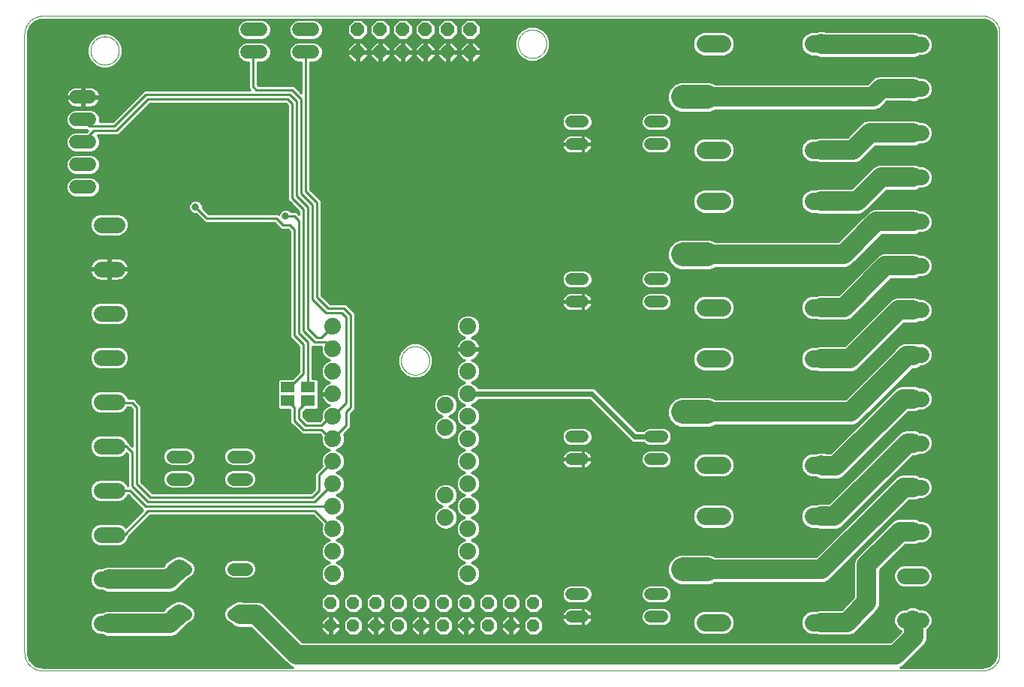
<source format=gbl>
G75*
%MOIN*%
%OFA0B0*%
%FSLAX25Y25*%
%IPPOS*%
%LPD*%
%AMOC8*
5,1,8,0,0,1.08239X$1,22.5*
%
%ADD10C,0.00000*%
%ADD11C,0.07400*%
%ADD12C,0.07800*%
%ADD13C,0.10650*%
%ADD14C,0.06000*%
%ADD15C,0.07050*%
%ADD16C,0.05543*%
%ADD17C,0.05200*%
%ADD18R,0.06300X0.04600*%
%ADD19OC8,0.06000*%
%ADD20OC8,0.05600*%
%ADD21C,0.03181*%
%ADD22C,0.01000*%
%ADD23C,0.08600*%
%ADD24C,0.02400*%
D10*
X0009374Y0001500D02*
X0426697Y0001500D01*
X0426879Y0001502D01*
X0427062Y0001509D01*
X0427244Y0001520D01*
X0427426Y0001535D01*
X0427607Y0001555D01*
X0427788Y0001579D01*
X0427968Y0001608D01*
X0428148Y0001641D01*
X0428326Y0001678D01*
X0428504Y0001719D01*
X0428681Y0001765D01*
X0428856Y0001815D01*
X0429030Y0001870D01*
X0429203Y0001928D01*
X0429375Y0001991D01*
X0429544Y0002057D01*
X0429713Y0002128D01*
X0429879Y0002203D01*
X0430044Y0002282D01*
X0430206Y0002365D01*
X0430367Y0002452D01*
X0430525Y0002542D01*
X0430681Y0002637D01*
X0430835Y0002735D01*
X0430986Y0002837D01*
X0431135Y0002942D01*
X0431282Y0003051D01*
X0431425Y0003164D01*
X0431566Y0003280D01*
X0431704Y0003399D01*
X0431839Y0003522D01*
X0431971Y0003648D01*
X0432100Y0003777D01*
X0432226Y0003909D01*
X0432349Y0004044D01*
X0432468Y0004182D01*
X0432584Y0004323D01*
X0432697Y0004466D01*
X0432806Y0004613D01*
X0432911Y0004762D01*
X0433013Y0004913D01*
X0433111Y0005067D01*
X0433206Y0005223D01*
X0433296Y0005381D01*
X0433383Y0005542D01*
X0433466Y0005704D01*
X0433545Y0005869D01*
X0433620Y0006035D01*
X0433691Y0006204D01*
X0433757Y0006373D01*
X0433820Y0006545D01*
X0433878Y0006718D01*
X0433933Y0006892D01*
X0433983Y0007067D01*
X0434029Y0007244D01*
X0434070Y0007422D01*
X0434107Y0007600D01*
X0434140Y0007780D01*
X0434169Y0007960D01*
X0434193Y0008141D01*
X0434213Y0008322D01*
X0434228Y0008504D01*
X0434239Y0008686D01*
X0434246Y0008869D01*
X0434248Y0009051D01*
X0434248Y0284941D01*
X0434246Y0285124D01*
X0434239Y0285306D01*
X0434228Y0285489D01*
X0434213Y0285671D01*
X0434193Y0285852D01*
X0434169Y0286033D01*
X0434140Y0286214D01*
X0434107Y0286393D01*
X0434070Y0286572D01*
X0434028Y0286750D01*
X0433982Y0286927D01*
X0433932Y0287102D01*
X0433878Y0287277D01*
X0433819Y0287450D01*
X0433757Y0287621D01*
X0433690Y0287791D01*
X0433619Y0287960D01*
X0433544Y0288126D01*
X0433465Y0288291D01*
X0433382Y0288454D01*
X0433295Y0288615D01*
X0433205Y0288773D01*
X0433110Y0288929D01*
X0433012Y0289083D01*
X0432910Y0289235D01*
X0432804Y0289384D01*
X0432695Y0289531D01*
X0432583Y0289674D01*
X0432466Y0289815D01*
X0432347Y0289954D01*
X0432224Y0290089D01*
X0432098Y0290221D01*
X0431969Y0290350D01*
X0431837Y0290476D01*
X0431702Y0290599D01*
X0431563Y0290718D01*
X0431422Y0290835D01*
X0431279Y0290947D01*
X0431132Y0291056D01*
X0430983Y0291162D01*
X0430831Y0291264D01*
X0430677Y0291362D01*
X0430521Y0291457D01*
X0430363Y0291547D01*
X0430202Y0291634D01*
X0430039Y0291717D01*
X0429874Y0291796D01*
X0429708Y0291871D01*
X0429539Y0291942D01*
X0429369Y0292009D01*
X0429198Y0292071D01*
X0429025Y0292130D01*
X0428850Y0292184D01*
X0428675Y0292234D01*
X0428498Y0292280D01*
X0428320Y0292322D01*
X0428141Y0292359D01*
X0427962Y0292392D01*
X0427781Y0292421D01*
X0427600Y0292445D01*
X0427419Y0292465D01*
X0427237Y0292480D01*
X0427054Y0292491D01*
X0426872Y0292498D01*
X0426689Y0292500D01*
X0009381Y0292500D01*
X0009181Y0292498D01*
X0008982Y0292490D01*
X0008783Y0292478D01*
X0008584Y0292461D01*
X0008385Y0292439D01*
X0008188Y0292412D01*
X0007991Y0292380D01*
X0007794Y0292344D01*
X0007599Y0292302D01*
X0007405Y0292256D01*
X0007212Y0292205D01*
X0007020Y0292150D01*
X0006830Y0292090D01*
X0006641Y0292025D01*
X0006454Y0291955D01*
X0006269Y0291881D01*
X0006085Y0291802D01*
X0005904Y0291719D01*
X0005724Y0291632D01*
X0005547Y0291540D01*
X0005372Y0291443D01*
X0005200Y0291343D01*
X0005030Y0291238D01*
X0004863Y0291129D01*
X0004698Y0291016D01*
X0004536Y0290899D01*
X0004377Y0290779D01*
X0004221Y0290654D01*
X0004069Y0290525D01*
X0003919Y0290393D01*
X0003773Y0290257D01*
X0003630Y0290118D01*
X0003491Y0289975D01*
X0003355Y0289829D01*
X0003223Y0289679D01*
X0003094Y0289527D01*
X0002969Y0289371D01*
X0002849Y0289212D01*
X0002732Y0289050D01*
X0002619Y0288885D01*
X0002510Y0288718D01*
X0002405Y0288548D01*
X0002305Y0288376D01*
X0002208Y0288201D01*
X0002116Y0288024D01*
X0002029Y0287844D01*
X0001946Y0287663D01*
X0001867Y0287479D01*
X0001793Y0287294D01*
X0001723Y0287107D01*
X0001658Y0286918D01*
X0001598Y0286728D01*
X0001543Y0286536D01*
X0001492Y0286343D01*
X0001446Y0286149D01*
X0001404Y0285954D01*
X0001368Y0285757D01*
X0001336Y0285560D01*
X0001309Y0285363D01*
X0001287Y0285164D01*
X0001270Y0284965D01*
X0001258Y0284766D01*
X0001250Y0284567D01*
X0001248Y0284367D01*
X0001248Y0009626D01*
X0001250Y0009430D01*
X0001257Y0009233D01*
X0001269Y0009037D01*
X0001286Y0008842D01*
X0001307Y0008647D01*
X0001333Y0008452D01*
X0001364Y0008258D01*
X0001399Y0008065D01*
X0001439Y0007873D01*
X0001484Y0007681D01*
X0001533Y0007491D01*
X0001587Y0007302D01*
X0001646Y0007115D01*
X0001709Y0006929D01*
X0001776Y0006744D01*
X0001848Y0006562D01*
X0001924Y0006381D01*
X0002005Y0006202D01*
X0002090Y0006025D01*
X0002179Y0005850D01*
X0002272Y0005677D01*
X0002370Y0005506D01*
X0002471Y0005338D01*
X0002577Y0005173D01*
X0002686Y0005010D01*
X0002800Y0004850D01*
X0002917Y0004692D01*
X0003038Y0004538D01*
X0003163Y0004386D01*
X0003292Y0004237D01*
X0003424Y0004092D01*
X0003559Y0003950D01*
X0003698Y0003811D01*
X0003840Y0003676D01*
X0003985Y0003544D01*
X0004134Y0003415D01*
X0004286Y0003290D01*
X0004440Y0003169D01*
X0004598Y0003052D01*
X0004758Y0002938D01*
X0004921Y0002829D01*
X0005086Y0002723D01*
X0005254Y0002622D01*
X0005425Y0002524D01*
X0005598Y0002431D01*
X0005773Y0002342D01*
X0005950Y0002257D01*
X0006129Y0002176D01*
X0006310Y0002100D01*
X0006492Y0002028D01*
X0006677Y0001961D01*
X0006863Y0001898D01*
X0007050Y0001839D01*
X0007239Y0001785D01*
X0007429Y0001736D01*
X0007621Y0001691D01*
X0007813Y0001651D01*
X0008006Y0001616D01*
X0008200Y0001585D01*
X0008395Y0001559D01*
X0008590Y0001538D01*
X0008785Y0001521D01*
X0008981Y0001509D01*
X0009178Y0001502D01*
X0009374Y0001500D01*
X0168429Y0139295D02*
X0168431Y0139453D01*
X0168437Y0139611D01*
X0168447Y0139769D01*
X0168461Y0139927D01*
X0168479Y0140084D01*
X0168500Y0140241D01*
X0168526Y0140397D01*
X0168556Y0140553D01*
X0168589Y0140708D01*
X0168627Y0140861D01*
X0168668Y0141014D01*
X0168713Y0141166D01*
X0168762Y0141317D01*
X0168815Y0141466D01*
X0168871Y0141614D01*
X0168931Y0141760D01*
X0168995Y0141905D01*
X0169063Y0142048D01*
X0169134Y0142190D01*
X0169208Y0142330D01*
X0169286Y0142467D01*
X0169368Y0142603D01*
X0169452Y0142737D01*
X0169541Y0142868D01*
X0169632Y0142997D01*
X0169727Y0143124D01*
X0169824Y0143249D01*
X0169925Y0143371D01*
X0170029Y0143490D01*
X0170136Y0143607D01*
X0170246Y0143721D01*
X0170359Y0143832D01*
X0170474Y0143941D01*
X0170592Y0144046D01*
X0170713Y0144148D01*
X0170836Y0144248D01*
X0170962Y0144344D01*
X0171090Y0144437D01*
X0171220Y0144527D01*
X0171353Y0144613D01*
X0171488Y0144697D01*
X0171624Y0144776D01*
X0171763Y0144853D01*
X0171904Y0144925D01*
X0172046Y0144995D01*
X0172190Y0145060D01*
X0172336Y0145122D01*
X0172483Y0145180D01*
X0172632Y0145235D01*
X0172782Y0145286D01*
X0172933Y0145333D01*
X0173085Y0145376D01*
X0173238Y0145415D01*
X0173393Y0145451D01*
X0173548Y0145482D01*
X0173704Y0145510D01*
X0173860Y0145534D01*
X0174017Y0145554D01*
X0174175Y0145570D01*
X0174332Y0145582D01*
X0174491Y0145590D01*
X0174649Y0145594D01*
X0174807Y0145594D01*
X0174965Y0145590D01*
X0175124Y0145582D01*
X0175281Y0145570D01*
X0175439Y0145554D01*
X0175596Y0145534D01*
X0175752Y0145510D01*
X0175908Y0145482D01*
X0176063Y0145451D01*
X0176218Y0145415D01*
X0176371Y0145376D01*
X0176523Y0145333D01*
X0176674Y0145286D01*
X0176824Y0145235D01*
X0176973Y0145180D01*
X0177120Y0145122D01*
X0177266Y0145060D01*
X0177410Y0144995D01*
X0177552Y0144925D01*
X0177693Y0144853D01*
X0177832Y0144776D01*
X0177968Y0144697D01*
X0178103Y0144613D01*
X0178236Y0144527D01*
X0178366Y0144437D01*
X0178494Y0144344D01*
X0178620Y0144248D01*
X0178743Y0144148D01*
X0178864Y0144046D01*
X0178982Y0143941D01*
X0179097Y0143832D01*
X0179210Y0143721D01*
X0179320Y0143607D01*
X0179427Y0143490D01*
X0179531Y0143371D01*
X0179632Y0143249D01*
X0179729Y0143124D01*
X0179824Y0142997D01*
X0179915Y0142868D01*
X0180004Y0142737D01*
X0180088Y0142603D01*
X0180170Y0142467D01*
X0180248Y0142330D01*
X0180322Y0142190D01*
X0180393Y0142048D01*
X0180461Y0141905D01*
X0180525Y0141760D01*
X0180585Y0141614D01*
X0180641Y0141466D01*
X0180694Y0141317D01*
X0180743Y0141166D01*
X0180788Y0141014D01*
X0180829Y0140861D01*
X0180867Y0140708D01*
X0180900Y0140553D01*
X0180930Y0140397D01*
X0180956Y0140241D01*
X0180977Y0140084D01*
X0180995Y0139927D01*
X0181009Y0139769D01*
X0181019Y0139611D01*
X0181025Y0139453D01*
X0181027Y0139295D01*
X0181025Y0139137D01*
X0181019Y0138979D01*
X0181009Y0138821D01*
X0180995Y0138663D01*
X0180977Y0138506D01*
X0180956Y0138349D01*
X0180930Y0138193D01*
X0180900Y0138037D01*
X0180867Y0137882D01*
X0180829Y0137729D01*
X0180788Y0137576D01*
X0180743Y0137424D01*
X0180694Y0137273D01*
X0180641Y0137124D01*
X0180585Y0136976D01*
X0180525Y0136830D01*
X0180461Y0136685D01*
X0180393Y0136542D01*
X0180322Y0136400D01*
X0180248Y0136260D01*
X0180170Y0136123D01*
X0180088Y0135987D01*
X0180004Y0135853D01*
X0179915Y0135722D01*
X0179824Y0135593D01*
X0179729Y0135466D01*
X0179632Y0135341D01*
X0179531Y0135219D01*
X0179427Y0135100D01*
X0179320Y0134983D01*
X0179210Y0134869D01*
X0179097Y0134758D01*
X0178982Y0134649D01*
X0178864Y0134544D01*
X0178743Y0134442D01*
X0178620Y0134342D01*
X0178494Y0134246D01*
X0178366Y0134153D01*
X0178236Y0134063D01*
X0178103Y0133977D01*
X0177968Y0133893D01*
X0177832Y0133814D01*
X0177693Y0133737D01*
X0177552Y0133665D01*
X0177410Y0133595D01*
X0177266Y0133530D01*
X0177120Y0133468D01*
X0176973Y0133410D01*
X0176824Y0133355D01*
X0176674Y0133304D01*
X0176523Y0133257D01*
X0176371Y0133214D01*
X0176218Y0133175D01*
X0176063Y0133139D01*
X0175908Y0133108D01*
X0175752Y0133080D01*
X0175596Y0133056D01*
X0175439Y0133036D01*
X0175281Y0133020D01*
X0175124Y0133008D01*
X0174965Y0133000D01*
X0174807Y0132996D01*
X0174649Y0132996D01*
X0174491Y0133000D01*
X0174332Y0133008D01*
X0174175Y0133020D01*
X0174017Y0133036D01*
X0173860Y0133056D01*
X0173704Y0133080D01*
X0173548Y0133108D01*
X0173393Y0133139D01*
X0173238Y0133175D01*
X0173085Y0133214D01*
X0172933Y0133257D01*
X0172782Y0133304D01*
X0172632Y0133355D01*
X0172483Y0133410D01*
X0172336Y0133468D01*
X0172190Y0133530D01*
X0172046Y0133595D01*
X0171904Y0133665D01*
X0171763Y0133737D01*
X0171624Y0133814D01*
X0171488Y0133893D01*
X0171353Y0133977D01*
X0171220Y0134063D01*
X0171090Y0134153D01*
X0170962Y0134246D01*
X0170836Y0134342D01*
X0170713Y0134442D01*
X0170592Y0134544D01*
X0170474Y0134649D01*
X0170359Y0134758D01*
X0170246Y0134869D01*
X0170136Y0134983D01*
X0170029Y0135100D01*
X0169925Y0135219D01*
X0169824Y0135341D01*
X0169727Y0135466D01*
X0169632Y0135593D01*
X0169541Y0135722D01*
X0169452Y0135853D01*
X0169368Y0135987D01*
X0169286Y0136123D01*
X0169208Y0136260D01*
X0169134Y0136400D01*
X0169063Y0136542D01*
X0168995Y0136685D01*
X0168931Y0136830D01*
X0168871Y0136976D01*
X0168815Y0137124D01*
X0168762Y0137273D01*
X0168713Y0137424D01*
X0168668Y0137576D01*
X0168627Y0137729D01*
X0168589Y0137882D01*
X0168556Y0138037D01*
X0168526Y0138193D01*
X0168500Y0138349D01*
X0168479Y0138506D01*
X0168461Y0138663D01*
X0168447Y0138821D01*
X0168437Y0138979D01*
X0168431Y0139137D01*
X0168429Y0139295D01*
X0030634Y0277091D02*
X0030636Y0277249D01*
X0030642Y0277407D01*
X0030652Y0277565D01*
X0030666Y0277723D01*
X0030684Y0277880D01*
X0030705Y0278037D01*
X0030731Y0278193D01*
X0030761Y0278349D01*
X0030794Y0278504D01*
X0030832Y0278657D01*
X0030873Y0278810D01*
X0030918Y0278962D01*
X0030967Y0279113D01*
X0031020Y0279262D01*
X0031076Y0279410D01*
X0031136Y0279556D01*
X0031200Y0279701D01*
X0031268Y0279844D01*
X0031339Y0279986D01*
X0031413Y0280126D01*
X0031491Y0280263D01*
X0031573Y0280399D01*
X0031657Y0280533D01*
X0031746Y0280664D01*
X0031837Y0280793D01*
X0031932Y0280920D01*
X0032029Y0281045D01*
X0032130Y0281167D01*
X0032234Y0281286D01*
X0032341Y0281403D01*
X0032451Y0281517D01*
X0032564Y0281628D01*
X0032679Y0281737D01*
X0032797Y0281842D01*
X0032918Y0281944D01*
X0033041Y0282044D01*
X0033167Y0282140D01*
X0033295Y0282233D01*
X0033425Y0282323D01*
X0033558Y0282409D01*
X0033693Y0282493D01*
X0033829Y0282572D01*
X0033968Y0282649D01*
X0034109Y0282721D01*
X0034251Y0282791D01*
X0034395Y0282856D01*
X0034541Y0282918D01*
X0034688Y0282976D01*
X0034837Y0283031D01*
X0034987Y0283082D01*
X0035138Y0283129D01*
X0035290Y0283172D01*
X0035443Y0283211D01*
X0035598Y0283247D01*
X0035753Y0283278D01*
X0035909Y0283306D01*
X0036065Y0283330D01*
X0036222Y0283350D01*
X0036380Y0283366D01*
X0036537Y0283378D01*
X0036696Y0283386D01*
X0036854Y0283390D01*
X0037012Y0283390D01*
X0037170Y0283386D01*
X0037329Y0283378D01*
X0037486Y0283366D01*
X0037644Y0283350D01*
X0037801Y0283330D01*
X0037957Y0283306D01*
X0038113Y0283278D01*
X0038268Y0283247D01*
X0038423Y0283211D01*
X0038576Y0283172D01*
X0038728Y0283129D01*
X0038879Y0283082D01*
X0039029Y0283031D01*
X0039178Y0282976D01*
X0039325Y0282918D01*
X0039471Y0282856D01*
X0039615Y0282791D01*
X0039757Y0282721D01*
X0039898Y0282649D01*
X0040037Y0282572D01*
X0040173Y0282493D01*
X0040308Y0282409D01*
X0040441Y0282323D01*
X0040571Y0282233D01*
X0040699Y0282140D01*
X0040825Y0282044D01*
X0040948Y0281944D01*
X0041069Y0281842D01*
X0041187Y0281737D01*
X0041302Y0281628D01*
X0041415Y0281517D01*
X0041525Y0281403D01*
X0041632Y0281286D01*
X0041736Y0281167D01*
X0041837Y0281045D01*
X0041934Y0280920D01*
X0042029Y0280793D01*
X0042120Y0280664D01*
X0042209Y0280533D01*
X0042293Y0280399D01*
X0042375Y0280263D01*
X0042453Y0280126D01*
X0042527Y0279986D01*
X0042598Y0279844D01*
X0042666Y0279701D01*
X0042730Y0279556D01*
X0042790Y0279410D01*
X0042846Y0279262D01*
X0042899Y0279113D01*
X0042948Y0278962D01*
X0042993Y0278810D01*
X0043034Y0278657D01*
X0043072Y0278504D01*
X0043105Y0278349D01*
X0043135Y0278193D01*
X0043161Y0278037D01*
X0043182Y0277880D01*
X0043200Y0277723D01*
X0043214Y0277565D01*
X0043224Y0277407D01*
X0043230Y0277249D01*
X0043232Y0277091D01*
X0043230Y0276933D01*
X0043224Y0276775D01*
X0043214Y0276617D01*
X0043200Y0276459D01*
X0043182Y0276302D01*
X0043161Y0276145D01*
X0043135Y0275989D01*
X0043105Y0275833D01*
X0043072Y0275678D01*
X0043034Y0275525D01*
X0042993Y0275372D01*
X0042948Y0275220D01*
X0042899Y0275069D01*
X0042846Y0274920D01*
X0042790Y0274772D01*
X0042730Y0274626D01*
X0042666Y0274481D01*
X0042598Y0274338D01*
X0042527Y0274196D01*
X0042453Y0274056D01*
X0042375Y0273919D01*
X0042293Y0273783D01*
X0042209Y0273649D01*
X0042120Y0273518D01*
X0042029Y0273389D01*
X0041934Y0273262D01*
X0041837Y0273137D01*
X0041736Y0273015D01*
X0041632Y0272896D01*
X0041525Y0272779D01*
X0041415Y0272665D01*
X0041302Y0272554D01*
X0041187Y0272445D01*
X0041069Y0272340D01*
X0040948Y0272238D01*
X0040825Y0272138D01*
X0040699Y0272042D01*
X0040571Y0271949D01*
X0040441Y0271859D01*
X0040308Y0271773D01*
X0040173Y0271689D01*
X0040037Y0271610D01*
X0039898Y0271533D01*
X0039757Y0271461D01*
X0039615Y0271391D01*
X0039471Y0271326D01*
X0039325Y0271264D01*
X0039178Y0271206D01*
X0039029Y0271151D01*
X0038879Y0271100D01*
X0038728Y0271053D01*
X0038576Y0271010D01*
X0038423Y0270971D01*
X0038268Y0270935D01*
X0038113Y0270904D01*
X0037957Y0270876D01*
X0037801Y0270852D01*
X0037644Y0270832D01*
X0037486Y0270816D01*
X0037329Y0270804D01*
X0037170Y0270796D01*
X0037012Y0270792D01*
X0036854Y0270792D01*
X0036696Y0270796D01*
X0036537Y0270804D01*
X0036380Y0270816D01*
X0036222Y0270832D01*
X0036065Y0270852D01*
X0035909Y0270876D01*
X0035753Y0270904D01*
X0035598Y0270935D01*
X0035443Y0270971D01*
X0035290Y0271010D01*
X0035138Y0271053D01*
X0034987Y0271100D01*
X0034837Y0271151D01*
X0034688Y0271206D01*
X0034541Y0271264D01*
X0034395Y0271326D01*
X0034251Y0271391D01*
X0034109Y0271461D01*
X0033968Y0271533D01*
X0033829Y0271610D01*
X0033693Y0271689D01*
X0033558Y0271773D01*
X0033425Y0271859D01*
X0033295Y0271949D01*
X0033167Y0272042D01*
X0033041Y0272138D01*
X0032918Y0272238D01*
X0032797Y0272340D01*
X0032679Y0272445D01*
X0032564Y0272554D01*
X0032451Y0272665D01*
X0032341Y0272779D01*
X0032234Y0272896D01*
X0032130Y0273015D01*
X0032029Y0273137D01*
X0031932Y0273262D01*
X0031837Y0273389D01*
X0031746Y0273518D01*
X0031657Y0273649D01*
X0031573Y0273783D01*
X0031491Y0273919D01*
X0031413Y0274056D01*
X0031339Y0274196D01*
X0031268Y0274338D01*
X0031200Y0274481D01*
X0031136Y0274626D01*
X0031076Y0274772D01*
X0031020Y0274920D01*
X0030967Y0275069D01*
X0030918Y0275220D01*
X0030873Y0275372D01*
X0030832Y0275525D01*
X0030794Y0275678D01*
X0030761Y0275833D01*
X0030731Y0275989D01*
X0030705Y0276145D01*
X0030684Y0276302D01*
X0030666Y0276459D01*
X0030652Y0276617D01*
X0030642Y0276775D01*
X0030636Y0276933D01*
X0030634Y0277091D01*
X0220429Y0280091D02*
X0220431Y0280249D01*
X0220437Y0280407D01*
X0220447Y0280565D01*
X0220461Y0280723D01*
X0220479Y0280880D01*
X0220500Y0281037D01*
X0220526Y0281193D01*
X0220556Y0281349D01*
X0220589Y0281504D01*
X0220627Y0281657D01*
X0220668Y0281810D01*
X0220713Y0281962D01*
X0220762Y0282113D01*
X0220815Y0282262D01*
X0220871Y0282410D01*
X0220931Y0282556D01*
X0220995Y0282701D01*
X0221063Y0282844D01*
X0221134Y0282986D01*
X0221208Y0283126D01*
X0221286Y0283263D01*
X0221368Y0283399D01*
X0221452Y0283533D01*
X0221541Y0283664D01*
X0221632Y0283793D01*
X0221727Y0283920D01*
X0221824Y0284045D01*
X0221925Y0284167D01*
X0222029Y0284286D01*
X0222136Y0284403D01*
X0222246Y0284517D01*
X0222359Y0284628D01*
X0222474Y0284737D01*
X0222592Y0284842D01*
X0222713Y0284944D01*
X0222836Y0285044D01*
X0222962Y0285140D01*
X0223090Y0285233D01*
X0223220Y0285323D01*
X0223353Y0285409D01*
X0223488Y0285493D01*
X0223624Y0285572D01*
X0223763Y0285649D01*
X0223904Y0285721D01*
X0224046Y0285791D01*
X0224190Y0285856D01*
X0224336Y0285918D01*
X0224483Y0285976D01*
X0224632Y0286031D01*
X0224782Y0286082D01*
X0224933Y0286129D01*
X0225085Y0286172D01*
X0225238Y0286211D01*
X0225393Y0286247D01*
X0225548Y0286278D01*
X0225704Y0286306D01*
X0225860Y0286330D01*
X0226017Y0286350D01*
X0226175Y0286366D01*
X0226332Y0286378D01*
X0226491Y0286386D01*
X0226649Y0286390D01*
X0226807Y0286390D01*
X0226965Y0286386D01*
X0227124Y0286378D01*
X0227281Y0286366D01*
X0227439Y0286350D01*
X0227596Y0286330D01*
X0227752Y0286306D01*
X0227908Y0286278D01*
X0228063Y0286247D01*
X0228218Y0286211D01*
X0228371Y0286172D01*
X0228523Y0286129D01*
X0228674Y0286082D01*
X0228824Y0286031D01*
X0228973Y0285976D01*
X0229120Y0285918D01*
X0229266Y0285856D01*
X0229410Y0285791D01*
X0229552Y0285721D01*
X0229693Y0285649D01*
X0229832Y0285572D01*
X0229968Y0285493D01*
X0230103Y0285409D01*
X0230236Y0285323D01*
X0230366Y0285233D01*
X0230494Y0285140D01*
X0230620Y0285044D01*
X0230743Y0284944D01*
X0230864Y0284842D01*
X0230982Y0284737D01*
X0231097Y0284628D01*
X0231210Y0284517D01*
X0231320Y0284403D01*
X0231427Y0284286D01*
X0231531Y0284167D01*
X0231632Y0284045D01*
X0231729Y0283920D01*
X0231824Y0283793D01*
X0231915Y0283664D01*
X0232004Y0283533D01*
X0232088Y0283399D01*
X0232170Y0283263D01*
X0232248Y0283126D01*
X0232322Y0282986D01*
X0232393Y0282844D01*
X0232461Y0282701D01*
X0232525Y0282556D01*
X0232585Y0282410D01*
X0232641Y0282262D01*
X0232694Y0282113D01*
X0232743Y0281962D01*
X0232788Y0281810D01*
X0232829Y0281657D01*
X0232867Y0281504D01*
X0232900Y0281349D01*
X0232930Y0281193D01*
X0232956Y0281037D01*
X0232977Y0280880D01*
X0232995Y0280723D01*
X0233009Y0280565D01*
X0233019Y0280407D01*
X0233025Y0280249D01*
X0233027Y0280091D01*
X0233025Y0279933D01*
X0233019Y0279775D01*
X0233009Y0279617D01*
X0232995Y0279459D01*
X0232977Y0279302D01*
X0232956Y0279145D01*
X0232930Y0278989D01*
X0232900Y0278833D01*
X0232867Y0278678D01*
X0232829Y0278525D01*
X0232788Y0278372D01*
X0232743Y0278220D01*
X0232694Y0278069D01*
X0232641Y0277920D01*
X0232585Y0277772D01*
X0232525Y0277626D01*
X0232461Y0277481D01*
X0232393Y0277338D01*
X0232322Y0277196D01*
X0232248Y0277056D01*
X0232170Y0276919D01*
X0232088Y0276783D01*
X0232004Y0276649D01*
X0231915Y0276518D01*
X0231824Y0276389D01*
X0231729Y0276262D01*
X0231632Y0276137D01*
X0231531Y0276015D01*
X0231427Y0275896D01*
X0231320Y0275779D01*
X0231210Y0275665D01*
X0231097Y0275554D01*
X0230982Y0275445D01*
X0230864Y0275340D01*
X0230743Y0275238D01*
X0230620Y0275138D01*
X0230494Y0275042D01*
X0230366Y0274949D01*
X0230236Y0274859D01*
X0230103Y0274773D01*
X0229968Y0274689D01*
X0229832Y0274610D01*
X0229693Y0274533D01*
X0229552Y0274461D01*
X0229410Y0274391D01*
X0229266Y0274326D01*
X0229120Y0274264D01*
X0228973Y0274206D01*
X0228824Y0274151D01*
X0228674Y0274100D01*
X0228523Y0274053D01*
X0228371Y0274010D01*
X0228218Y0273971D01*
X0228063Y0273935D01*
X0227908Y0273904D01*
X0227752Y0273876D01*
X0227596Y0273852D01*
X0227439Y0273832D01*
X0227281Y0273816D01*
X0227124Y0273804D01*
X0226965Y0273796D01*
X0226807Y0273792D01*
X0226649Y0273792D01*
X0226491Y0273796D01*
X0226332Y0273804D01*
X0226175Y0273816D01*
X0226017Y0273832D01*
X0225860Y0273852D01*
X0225704Y0273876D01*
X0225548Y0273904D01*
X0225393Y0273935D01*
X0225238Y0273971D01*
X0225085Y0274010D01*
X0224933Y0274053D01*
X0224782Y0274100D01*
X0224632Y0274151D01*
X0224483Y0274206D01*
X0224336Y0274264D01*
X0224190Y0274326D01*
X0224046Y0274391D01*
X0223904Y0274461D01*
X0223763Y0274533D01*
X0223624Y0274610D01*
X0223488Y0274689D01*
X0223353Y0274773D01*
X0223220Y0274859D01*
X0223090Y0274949D01*
X0222962Y0275042D01*
X0222836Y0275138D01*
X0222713Y0275238D01*
X0222592Y0275340D01*
X0222474Y0275445D01*
X0222359Y0275554D01*
X0222246Y0275665D01*
X0222136Y0275779D01*
X0222029Y0275896D01*
X0221925Y0276015D01*
X0221824Y0276137D01*
X0221727Y0276262D01*
X0221632Y0276389D01*
X0221541Y0276518D01*
X0221452Y0276649D01*
X0221368Y0276783D01*
X0221286Y0276919D01*
X0221208Y0277056D01*
X0221134Y0277196D01*
X0221063Y0277338D01*
X0220995Y0277481D01*
X0220931Y0277626D01*
X0220871Y0277772D01*
X0220815Y0277920D01*
X0220762Y0278069D01*
X0220713Y0278220D01*
X0220668Y0278372D01*
X0220627Y0278525D01*
X0220589Y0278678D01*
X0220556Y0278833D01*
X0220526Y0278989D01*
X0220500Y0279145D01*
X0220479Y0279302D01*
X0220461Y0279459D01*
X0220447Y0279617D01*
X0220437Y0279775D01*
X0220431Y0279933D01*
X0220429Y0280091D01*
D11*
X0198248Y0154500D03*
X0198248Y0144500D03*
X0198248Y0134500D03*
X0198248Y0124500D03*
X0188248Y0119500D03*
X0198248Y0114500D03*
X0188248Y0109500D03*
X0198248Y0104500D03*
X0198248Y0094500D03*
X0198248Y0084500D03*
X0188248Y0079500D03*
X0198248Y0074500D03*
X0188248Y0069500D03*
X0198248Y0064500D03*
X0198248Y0054500D03*
X0198248Y0044500D03*
X0138248Y0044500D03*
X0138248Y0054500D03*
X0138248Y0064500D03*
X0138248Y0074500D03*
X0138248Y0084500D03*
X0138248Y0094500D03*
X0138248Y0104500D03*
X0138248Y0114500D03*
X0138248Y0124500D03*
X0138248Y0134500D03*
X0138248Y0144500D03*
X0138248Y0154500D03*
D12*
X0303348Y0162900D02*
X0311148Y0162900D01*
X0311148Y0140100D02*
X0303348Y0140100D01*
X0351348Y0140100D02*
X0359148Y0140100D01*
X0359148Y0162900D02*
X0351348Y0162900D01*
X0351348Y0210100D02*
X0359148Y0210100D01*
X0359148Y0232900D02*
X0351348Y0232900D01*
X0311148Y0232900D02*
X0303348Y0232900D01*
X0303348Y0210100D02*
X0311148Y0210100D01*
X0311148Y0280100D02*
X0303348Y0280100D01*
X0351348Y0280100D02*
X0359148Y0280100D01*
X0359148Y0092900D02*
X0351348Y0092900D01*
X0351348Y0070100D02*
X0359148Y0070100D01*
X0311148Y0070100D02*
X0303348Y0070100D01*
X0303348Y0092900D02*
X0311148Y0092900D01*
X0311148Y0022900D02*
X0303348Y0022900D01*
X0351348Y0022900D02*
X0359148Y0022900D01*
D13*
X0304273Y0046500D02*
X0293623Y0046500D01*
X0293623Y0116500D02*
X0304273Y0116500D01*
X0304273Y0186500D02*
X0293623Y0186500D01*
X0293623Y0256500D02*
X0304273Y0256500D01*
D14*
X0129248Y0276500D02*
X0123248Y0276500D01*
X0123248Y0286500D02*
X0129248Y0286500D01*
X0106248Y0286500D02*
X0100248Y0286500D01*
X0100248Y0276500D02*
X0106248Y0276500D01*
X0030248Y0256500D02*
X0024248Y0256500D01*
X0024248Y0246500D02*
X0030248Y0246500D01*
X0030248Y0236500D02*
X0024248Y0236500D01*
X0024248Y0226500D02*
X0030248Y0226500D01*
X0030248Y0216500D02*
X0024248Y0216500D01*
D15*
X0035353Y0199665D02*
X0042403Y0199665D01*
X0042403Y0179980D02*
X0035353Y0179980D01*
X0035432Y0160295D02*
X0042482Y0160295D01*
X0042482Y0140610D02*
X0035432Y0140610D01*
X0035432Y0120925D02*
X0042482Y0120925D01*
X0042482Y0101240D02*
X0035432Y0101240D01*
X0035432Y0081555D02*
X0042482Y0081555D01*
X0042482Y0061870D02*
X0035432Y0061870D01*
X0035353Y0042185D02*
X0042403Y0042185D01*
X0042403Y0022500D02*
X0035353Y0022500D01*
X0392211Y0023941D02*
X0399261Y0023941D01*
X0399261Y0043626D02*
X0392211Y0043626D01*
X0392290Y0063311D02*
X0399340Y0063311D01*
X0399340Y0082996D02*
X0392290Y0082996D01*
X0392290Y0102681D02*
X0399340Y0102681D01*
X0399340Y0122366D02*
X0392290Y0122366D01*
X0392290Y0142051D02*
X0399340Y0142051D01*
X0399340Y0161736D02*
X0392290Y0161736D01*
X0392290Y0181421D02*
X0399340Y0181421D01*
X0399340Y0201106D02*
X0392290Y0201106D01*
X0392290Y0220791D02*
X0399340Y0220791D01*
X0399340Y0240476D02*
X0392290Y0240476D01*
X0392290Y0260161D02*
X0399340Y0260161D01*
X0399340Y0279846D02*
X0392290Y0279846D01*
D16*
X0099720Y0096700D02*
X0094176Y0096700D01*
X0094176Y0086700D02*
X0099720Y0086700D01*
X0072720Y0086700D02*
X0067176Y0086700D01*
X0067176Y0096700D02*
X0072720Y0096700D01*
X0072720Y0046700D02*
X0067176Y0046700D01*
X0094176Y0046700D02*
X0099720Y0046700D01*
X0099720Y0026700D02*
X0094176Y0026700D01*
X0072720Y0026700D02*
X0067176Y0026700D01*
D17*
X0244048Y0025500D02*
X0249248Y0025500D01*
X0249248Y0035500D02*
X0244048Y0035500D01*
X0279248Y0035500D02*
X0284448Y0035500D01*
X0284448Y0025500D02*
X0279248Y0025500D01*
X0279248Y0095500D02*
X0284448Y0095500D01*
X0284448Y0105500D02*
X0279248Y0105500D01*
X0249248Y0105500D02*
X0244048Y0105500D01*
X0244048Y0095500D02*
X0249248Y0095500D01*
X0249248Y0165500D02*
X0244048Y0165500D01*
X0244048Y0175500D02*
X0249248Y0175500D01*
X0279248Y0175500D02*
X0284448Y0175500D01*
X0284448Y0165500D02*
X0279248Y0165500D01*
X0279248Y0235500D02*
X0284448Y0235500D01*
X0284448Y0245500D02*
X0279248Y0245500D01*
X0249248Y0245500D02*
X0244048Y0245500D01*
X0244048Y0235500D02*
X0249248Y0235500D01*
D18*
X0127248Y0127500D03*
X0127248Y0121500D03*
X0118248Y0121500D03*
X0118248Y0127500D03*
D19*
X0149248Y0276500D03*
X0159248Y0276500D03*
X0169248Y0276500D03*
X0179248Y0276500D03*
X0189248Y0276500D03*
X0199248Y0276500D03*
X0199248Y0286500D03*
X0189248Y0286500D03*
X0179248Y0286500D03*
X0169248Y0286500D03*
X0159248Y0286500D03*
X0149248Y0286500D03*
D20*
X0147248Y0031500D03*
X0137248Y0031500D03*
X0137248Y0021500D03*
X0147248Y0021500D03*
X0157248Y0021500D03*
X0167248Y0021500D03*
X0177248Y0021500D03*
X0187248Y0021500D03*
X0187248Y0031500D03*
X0177248Y0031500D03*
X0167248Y0031500D03*
X0157248Y0031500D03*
X0197248Y0031500D03*
X0207248Y0031500D03*
X0217248Y0031500D03*
X0217248Y0021500D03*
X0207248Y0021500D03*
X0197248Y0021500D03*
X0227248Y0021500D03*
X0227248Y0031500D03*
D21*
X0189248Y0058500D03*
X0340248Y0057500D03*
X0341248Y0035500D03*
X0340248Y0106500D03*
X0340248Y0128500D03*
X0341248Y0176500D03*
X0341248Y0199500D03*
X0338248Y0244500D03*
X0337248Y0272500D03*
X0154248Y0244500D03*
X0148248Y0244500D03*
X0141248Y0244500D03*
X0141248Y0236500D03*
X0148248Y0236500D03*
X0154248Y0236500D03*
X0154248Y0228500D03*
X0148248Y0228500D03*
X0141248Y0228500D03*
X0117248Y0203500D03*
X0077248Y0207500D03*
X0071248Y0183000D03*
D22*
X0003470Y0006618D02*
X0004689Y0004941D01*
X0006366Y0003722D01*
X0008337Y0003082D01*
X0009374Y0003000D01*
X0120370Y0003000D01*
X0118963Y0003583D01*
X0101846Y0020700D01*
X0095994Y0020700D01*
X0093863Y0021583D01*
X0092798Y0022647D01*
X0091757Y0023079D01*
X0090555Y0024280D01*
X0089905Y0025850D01*
X0089905Y0027550D01*
X0090555Y0029120D01*
X0091757Y0030321D01*
X0092798Y0030753D01*
X0093663Y0031617D01*
X0095794Y0032500D01*
X0098102Y0032500D01*
X0098585Y0032300D01*
X0105402Y0032300D01*
X0107533Y0031417D01*
X0124650Y0014300D01*
X0385846Y0014300D01*
X0390448Y0018902D01*
X0390448Y0019232D01*
X0389365Y0019681D01*
X0387951Y0021095D01*
X0387186Y0022941D01*
X0387186Y0024940D01*
X0387951Y0026787D01*
X0389365Y0028201D01*
X0391212Y0028966D01*
X0392712Y0028966D01*
X0394583Y0029741D01*
X0396890Y0029741D01*
X0398761Y0028966D01*
X0400261Y0028966D01*
X0402108Y0028201D01*
X0403521Y0026787D01*
X0404286Y0024940D01*
X0404286Y0022941D01*
X0403521Y0021095D01*
X0402108Y0019681D01*
X0402048Y0019656D01*
X0402048Y0015346D01*
X0401165Y0013215D01*
X0399533Y0011583D01*
X0399533Y0011583D01*
X0393165Y0005215D01*
X0393165Y0005215D01*
X0391533Y0003583D01*
X0390126Y0003000D01*
X0426697Y0003000D01*
X0427643Y0003074D01*
X0429444Y0003660D01*
X0430976Y0004772D01*
X0432088Y0006304D01*
X0432674Y0008105D01*
X0432748Y0009051D01*
X0432748Y0284941D01*
X0432673Y0285889D01*
X0432088Y0287692D01*
X0430973Y0289225D01*
X0429440Y0290340D01*
X0427637Y0290925D01*
X0426689Y0291000D01*
X0009381Y0291000D01*
X0008087Y0290873D01*
X0005696Y0289882D01*
X0003866Y0288052D01*
X0002875Y0285661D01*
X0002748Y0284367D01*
X0002748Y0009626D01*
X0002830Y0008589D01*
X0003470Y0006618D01*
X0003561Y0006493D02*
X0116053Y0006493D01*
X0115055Y0007491D02*
X0003186Y0007491D01*
X0002862Y0008490D02*
X0114056Y0008490D01*
X0113057Y0009488D02*
X0002759Y0009488D01*
X0002748Y0010487D02*
X0112059Y0010487D01*
X0111060Y0011485D02*
X0002748Y0011485D01*
X0002748Y0012484D02*
X0110062Y0012484D01*
X0109063Y0013482D02*
X0002748Y0013482D01*
X0002748Y0014481D02*
X0108065Y0014481D01*
X0107066Y0015479D02*
X0002748Y0015479D01*
X0002748Y0016478D02*
X0106068Y0016478D01*
X0105069Y0017476D02*
X0068776Y0017476D01*
X0069033Y0017583D02*
X0074098Y0022647D01*
X0075139Y0023079D01*
X0076341Y0024280D01*
X0076991Y0025850D01*
X0076991Y0027550D01*
X0076341Y0029120D01*
X0075139Y0030321D01*
X0074098Y0030753D01*
X0073233Y0031617D01*
X0071102Y0032500D01*
X0068794Y0032500D01*
X0066663Y0031617D01*
X0065798Y0030753D01*
X0064757Y0030321D01*
X0063555Y0029120D01*
X0063216Y0028300D01*
X0037724Y0028300D01*
X0035853Y0027525D01*
X0034353Y0027525D01*
X0032507Y0026760D01*
X0031093Y0025346D01*
X0030328Y0023500D01*
X0030328Y0021500D01*
X0031093Y0019654D01*
X0032507Y0018240D01*
X0034353Y0017475D01*
X0035853Y0017475D01*
X0037724Y0016700D01*
X0066902Y0016700D01*
X0069033Y0017583D01*
X0069925Y0018475D02*
X0104071Y0018475D01*
X0103072Y0019473D02*
X0070924Y0019473D01*
X0071922Y0020472D02*
X0102074Y0020472D01*
X0094135Y0021470D02*
X0072921Y0021470D01*
X0073919Y0022469D02*
X0092977Y0022469D01*
X0091368Y0023467D02*
X0075528Y0023467D01*
X0076418Y0024466D02*
X0090478Y0024466D01*
X0090065Y0025464D02*
X0076831Y0025464D01*
X0076991Y0026463D02*
X0089905Y0026463D01*
X0089905Y0027461D02*
X0076991Y0027461D01*
X0076614Y0028460D02*
X0090282Y0028460D01*
X0090894Y0029458D02*
X0076002Y0029458D01*
X0074812Y0030457D02*
X0092084Y0030457D01*
X0093501Y0031455D02*
X0073395Y0031455D01*
X0071213Y0032454D02*
X0095683Y0032454D01*
X0098213Y0032454D02*
X0132948Y0032454D01*
X0132948Y0033281D02*
X0132948Y0029719D01*
X0135467Y0027200D01*
X0139029Y0027200D01*
X0141548Y0029719D01*
X0141548Y0033281D01*
X0139029Y0035800D01*
X0135467Y0035800D01*
X0132948Y0033281D01*
X0133119Y0033452D02*
X0002748Y0033452D01*
X0002748Y0032454D02*
X0068683Y0032454D01*
X0066501Y0031455D02*
X0002748Y0031455D01*
X0002748Y0030457D02*
X0065084Y0030457D01*
X0063894Y0029458D02*
X0002748Y0029458D01*
X0002748Y0028460D02*
X0063282Y0028460D01*
X0066587Y0036385D02*
X0068719Y0037268D01*
X0074098Y0042647D01*
X0075139Y0043079D01*
X0076341Y0044280D01*
X0076991Y0045850D01*
X0076991Y0047550D01*
X0076341Y0049120D01*
X0075139Y0050321D01*
X0074098Y0050753D01*
X0073233Y0051617D01*
X0071102Y0052500D01*
X0068794Y0052500D01*
X0066663Y0051617D01*
X0065798Y0050753D01*
X0064757Y0050321D01*
X0063555Y0049120D01*
X0063124Y0048078D01*
X0063031Y0047985D01*
X0037724Y0047985D01*
X0035853Y0047210D01*
X0034353Y0047210D01*
X0032507Y0046445D01*
X0031093Y0045031D01*
X0030328Y0043185D01*
X0030328Y0041185D01*
X0031093Y0039339D01*
X0032507Y0037925D01*
X0034353Y0037160D01*
X0035853Y0037160D01*
X0037724Y0036385D01*
X0066587Y0036385D01*
X0066739Y0036448D02*
X0240003Y0036448D01*
X0239948Y0036316D02*
X0239948Y0034684D01*
X0240572Y0033178D01*
X0241726Y0032024D01*
X0243232Y0031400D01*
X0250064Y0031400D01*
X0251570Y0032024D01*
X0252724Y0033178D01*
X0253348Y0034684D01*
X0253348Y0036316D01*
X0252724Y0037822D01*
X0251570Y0038976D01*
X0250064Y0039600D01*
X0243232Y0039600D01*
X0241726Y0038976D01*
X0240572Y0037822D01*
X0239948Y0036316D01*
X0239948Y0035449D02*
X0229380Y0035449D01*
X0229029Y0035800D02*
X0225467Y0035800D01*
X0222948Y0033281D01*
X0222948Y0029719D01*
X0225467Y0027200D01*
X0229029Y0027200D01*
X0231548Y0029719D01*
X0231548Y0033281D01*
X0229029Y0035800D01*
X0230378Y0034451D02*
X0240045Y0034451D01*
X0240458Y0033452D02*
X0231377Y0033452D01*
X0231548Y0032454D02*
X0241296Y0032454D01*
X0243099Y0031455D02*
X0231548Y0031455D01*
X0231548Y0030457D02*
X0365702Y0030457D01*
X0364704Y0029458D02*
X0285606Y0029458D01*
X0285264Y0029600D02*
X0286770Y0028976D01*
X0287924Y0027822D01*
X0288548Y0026316D01*
X0288548Y0024684D01*
X0287924Y0023178D01*
X0286770Y0022024D01*
X0285264Y0021400D01*
X0278432Y0021400D01*
X0276926Y0022024D01*
X0275772Y0023178D01*
X0275148Y0024684D01*
X0275148Y0026316D01*
X0275772Y0027822D01*
X0276926Y0028976D01*
X0278432Y0029600D01*
X0285264Y0029600D01*
X0285264Y0031400D02*
X0286770Y0032024D01*
X0287924Y0033178D01*
X0288548Y0034684D01*
X0288548Y0036316D01*
X0287924Y0037822D01*
X0286770Y0038976D01*
X0285264Y0039600D01*
X0278432Y0039600D01*
X0276926Y0038976D01*
X0275772Y0037822D01*
X0275148Y0036316D01*
X0275148Y0034684D01*
X0275772Y0033178D01*
X0276926Y0032024D01*
X0278432Y0031400D01*
X0285264Y0031400D01*
X0285397Y0031455D02*
X0366701Y0031455D01*
X0367699Y0032454D02*
X0287200Y0032454D01*
X0288038Y0033452D02*
X0368698Y0033452D01*
X0369448Y0034202D02*
X0363946Y0028700D01*
X0354094Y0028700D01*
X0353129Y0028300D01*
X0350274Y0028300D01*
X0348289Y0027478D01*
X0346770Y0025959D01*
X0345948Y0023974D01*
X0345948Y0021826D01*
X0346770Y0019841D01*
X0348289Y0018322D01*
X0350274Y0017500D01*
X0353129Y0017500D01*
X0354094Y0017100D01*
X0367502Y0017100D01*
X0369633Y0017983D01*
X0371265Y0019615D01*
X0380165Y0028515D01*
X0381048Y0030646D01*
X0381048Y0046098D01*
X0392461Y0057511D01*
X0396969Y0057511D01*
X0398840Y0058286D01*
X0400339Y0058286D01*
X0402186Y0059051D01*
X0403600Y0060465D01*
X0404365Y0062311D01*
X0404365Y0064311D01*
X0403600Y0066157D01*
X0402186Y0067571D01*
X0400339Y0068336D01*
X0398840Y0068336D01*
X0396969Y0069111D01*
X0388905Y0069111D01*
X0386774Y0068228D01*
X0371963Y0053417D01*
X0370331Y0051785D01*
X0369448Y0049654D01*
X0369448Y0034202D01*
X0369448Y0034451D02*
X0288451Y0034451D01*
X0288548Y0035449D02*
X0369448Y0035449D01*
X0369448Y0036448D02*
X0288493Y0036448D01*
X0288080Y0037446D02*
X0369448Y0037446D01*
X0369448Y0038445D02*
X0287301Y0038445D01*
X0285642Y0039443D02*
X0369448Y0039443D01*
X0369448Y0040442D02*
X0307482Y0040442D01*
X0308105Y0040700D02*
X0356402Y0040700D01*
X0358533Y0041583D01*
X0360165Y0043215D01*
X0394147Y0077196D01*
X0396969Y0077196D01*
X0398840Y0077971D01*
X0400339Y0077971D01*
X0402186Y0078736D01*
X0403600Y0080150D01*
X0404365Y0081997D01*
X0404365Y0083996D01*
X0403600Y0085842D01*
X0402186Y0087256D01*
X0400339Y0088021D01*
X0398840Y0088021D01*
X0396969Y0088796D01*
X0390590Y0088796D01*
X0388459Y0087913D01*
X0352846Y0052300D01*
X0308105Y0052300D01*
X0305631Y0053325D01*
X0292265Y0053325D01*
X0289757Y0052286D01*
X0287837Y0050366D01*
X0286798Y0047858D01*
X0286798Y0045142D01*
X0287837Y0042634D01*
X0289757Y0040714D01*
X0292265Y0039675D01*
X0305631Y0039675D01*
X0308105Y0040700D01*
X0307806Y0052424D02*
X0352970Y0052424D01*
X0353968Y0053423D02*
X0203430Y0053423D01*
X0203448Y0053466D02*
X0203448Y0055534D01*
X0202656Y0057446D01*
X0201194Y0058908D01*
X0199765Y0059500D01*
X0201194Y0060092D01*
X0202656Y0061554D01*
X0203448Y0063466D01*
X0203448Y0065534D01*
X0202656Y0067446D01*
X0201194Y0068908D01*
X0199765Y0069500D01*
X0201194Y0070092D01*
X0202656Y0071554D01*
X0203448Y0073466D01*
X0203448Y0075534D01*
X0202656Y0077446D01*
X0201194Y0078908D01*
X0199765Y0079500D01*
X0201194Y0080092D01*
X0202656Y0081554D01*
X0203448Y0083466D01*
X0203448Y0085534D01*
X0202656Y0087446D01*
X0201194Y0088908D01*
X0199765Y0089500D01*
X0201194Y0090092D01*
X0202656Y0091554D01*
X0203448Y0093466D01*
X0203448Y0095534D01*
X0202656Y0097446D01*
X0201194Y0098908D01*
X0199765Y0099500D01*
X0201194Y0100092D01*
X0202656Y0101554D01*
X0203448Y0103466D01*
X0203448Y0105534D01*
X0202656Y0107446D01*
X0201194Y0108908D01*
X0199765Y0109500D01*
X0201194Y0110092D01*
X0202656Y0111554D01*
X0203448Y0113466D01*
X0203448Y0115534D01*
X0202656Y0117446D01*
X0201194Y0118908D01*
X0199765Y0119500D01*
X0201194Y0120092D01*
X0202656Y0121554D01*
X0202758Y0121800D01*
X0252130Y0121800D01*
X0269959Y0103971D01*
X0270719Y0103211D01*
X0271711Y0102800D01*
X0276150Y0102800D01*
X0276926Y0102024D01*
X0278432Y0101400D01*
X0285264Y0101400D01*
X0286770Y0102024D01*
X0287924Y0103178D01*
X0288548Y0104684D01*
X0288548Y0106316D01*
X0287924Y0107822D01*
X0286770Y0108976D01*
X0285264Y0109600D01*
X0278432Y0109600D01*
X0276926Y0108976D01*
X0276150Y0108200D01*
X0273366Y0108200D01*
X0254777Y0126789D01*
X0253785Y0127200D01*
X0202758Y0127200D01*
X0202656Y0127446D01*
X0201194Y0128908D01*
X0199765Y0129500D01*
X0201194Y0130092D01*
X0202656Y0131554D01*
X0203448Y0133466D01*
X0203448Y0135534D01*
X0202656Y0137446D01*
X0201194Y0138908D01*
X0199731Y0139514D01*
X0200244Y0139681D01*
X0200973Y0140053D01*
X0201636Y0140534D01*
X0202214Y0141112D01*
X0202695Y0141775D01*
X0203067Y0142504D01*
X0203320Y0143282D01*
X0203434Y0144000D01*
X0198748Y0144000D01*
X0198748Y0145000D01*
X0203434Y0145000D01*
X0203320Y0145718D01*
X0203067Y0146496D01*
X0202695Y0147225D01*
X0202214Y0147888D01*
X0201636Y0148466D01*
X0200973Y0148947D01*
X0200244Y0149319D01*
X0199731Y0149486D01*
X0201194Y0150092D01*
X0202656Y0151554D01*
X0203448Y0153466D01*
X0203448Y0155534D01*
X0202656Y0157446D01*
X0201194Y0158908D01*
X0199282Y0159700D01*
X0197214Y0159700D01*
X0195302Y0158908D01*
X0193840Y0157446D01*
X0193048Y0155534D01*
X0193048Y0153466D01*
X0193840Y0151554D01*
X0195302Y0150092D01*
X0196765Y0149486D01*
X0196252Y0149319D01*
X0195523Y0148947D01*
X0194860Y0148466D01*
X0194282Y0147888D01*
X0193801Y0147225D01*
X0193429Y0146496D01*
X0193176Y0145718D01*
X0193062Y0145000D01*
X0197748Y0145000D01*
X0197748Y0144000D01*
X0193062Y0144000D01*
X0193176Y0143282D01*
X0193429Y0142504D01*
X0193801Y0141775D01*
X0194282Y0141112D01*
X0194860Y0140534D01*
X0195523Y0140053D01*
X0196252Y0139681D01*
X0196765Y0139514D01*
X0195302Y0138908D01*
X0193840Y0137446D01*
X0193048Y0135534D01*
X0193048Y0133466D01*
X0193840Y0131554D01*
X0195302Y0130092D01*
X0196731Y0129500D01*
X0195302Y0128908D01*
X0193840Y0127446D01*
X0193048Y0125534D01*
X0193048Y0123466D01*
X0193840Y0121554D01*
X0195302Y0120092D01*
X0196731Y0119500D01*
X0195302Y0118908D01*
X0193840Y0117446D01*
X0193048Y0115534D01*
X0193048Y0113466D01*
X0193840Y0111554D01*
X0195302Y0110092D01*
X0196731Y0109500D01*
X0195302Y0108908D01*
X0193840Y0107446D01*
X0193048Y0105534D01*
X0193048Y0103466D01*
X0193840Y0101554D01*
X0195302Y0100092D01*
X0196731Y0099500D01*
X0195302Y0098908D01*
X0193840Y0097446D01*
X0193048Y0095534D01*
X0193048Y0093466D01*
X0193840Y0091554D01*
X0195302Y0090092D01*
X0196731Y0089500D01*
X0195302Y0088908D01*
X0193840Y0087446D01*
X0193048Y0085534D01*
X0193048Y0083466D01*
X0193840Y0081554D01*
X0195302Y0080092D01*
X0196731Y0079500D01*
X0195302Y0078908D01*
X0193840Y0077446D01*
X0193048Y0075534D01*
X0193048Y0073466D01*
X0193840Y0071554D01*
X0195302Y0070092D01*
X0196731Y0069500D01*
X0195302Y0068908D01*
X0193840Y0067446D01*
X0193048Y0065534D01*
X0193048Y0063466D01*
X0193840Y0061554D01*
X0195302Y0060092D01*
X0196731Y0059500D01*
X0195302Y0058908D01*
X0193840Y0057446D01*
X0193048Y0055534D01*
X0193048Y0053466D01*
X0193840Y0051554D01*
X0195302Y0050092D01*
X0196731Y0049500D01*
X0195302Y0048908D01*
X0193840Y0047446D01*
X0193048Y0045534D01*
X0193048Y0043466D01*
X0193840Y0041554D01*
X0195302Y0040092D01*
X0197214Y0039300D01*
X0199282Y0039300D01*
X0201194Y0040092D01*
X0202656Y0041554D01*
X0203448Y0043466D01*
X0203448Y0045534D01*
X0202656Y0047446D01*
X0201194Y0048908D01*
X0199765Y0049500D01*
X0201194Y0050092D01*
X0202656Y0051554D01*
X0203448Y0053466D01*
X0203448Y0054421D02*
X0354967Y0054421D01*
X0355965Y0055420D02*
X0203448Y0055420D01*
X0203082Y0056418D02*
X0356964Y0056418D01*
X0357962Y0057417D02*
X0202668Y0057417D01*
X0201687Y0058415D02*
X0358961Y0058415D01*
X0359959Y0059414D02*
X0199974Y0059414D01*
X0201514Y0060412D02*
X0360958Y0060412D01*
X0361956Y0061411D02*
X0202513Y0061411D01*
X0203010Y0062409D02*
X0362955Y0062409D01*
X0363953Y0063408D02*
X0203424Y0063408D01*
X0203448Y0064406D02*
X0353838Y0064406D01*
X0354094Y0064300D02*
X0362002Y0064300D01*
X0364133Y0065183D01*
X0365765Y0066815D01*
X0395832Y0096881D01*
X0396969Y0096881D01*
X0398840Y0097656D01*
X0400339Y0097656D01*
X0402186Y0098421D01*
X0403600Y0099835D01*
X0404365Y0101682D01*
X0404365Y0103681D01*
X0403600Y0105528D01*
X0402186Y0106941D01*
X0400339Y0107706D01*
X0398840Y0107706D01*
X0396969Y0108481D01*
X0392275Y0108481D01*
X0390144Y0107598D01*
X0389517Y0106972D01*
X0389444Y0106941D01*
X0388030Y0105528D01*
X0387999Y0105454D01*
X0358446Y0075900D01*
X0354094Y0075900D01*
X0353129Y0075500D01*
X0350274Y0075500D01*
X0348289Y0074678D01*
X0346770Y0073159D01*
X0345948Y0071174D01*
X0345948Y0069026D01*
X0346770Y0067041D01*
X0348289Y0065522D01*
X0350274Y0064700D01*
X0353129Y0064700D01*
X0354094Y0064300D01*
X0348573Y0065405D02*
X0313924Y0065405D01*
X0314207Y0065522D02*
X0315726Y0067041D01*
X0316548Y0069026D01*
X0316548Y0071174D01*
X0315726Y0073159D01*
X0314207Y0074678D01*
X0312222Y0075500D01*
X0302274Y0075500D01*
X0300289Y0074678D01*
X0298770Y0073159D01*
X0297948Y0071174D01*
X0297948Y0069026D01*
X0298770Y0067041D01*
X0300289Y0065522D01*
X0302274Y0064700D01*
X0312222Y0064700D01*
X0314207Y0065522D01*
X0315088Y0066403D02*
X0347408Y0066403D01*
X0346621Y0067402D02*
X0315875Y0067402D01*
X0316289Y0068400D02*
X0346207Y0068400D01*
X0345948Y0069399D02*
X0316548Y0069399D01*
X0316548Y0070397D02*
X0345948Y0070397D01*
X0346040Y0071396D02*
X0316456Y0071396D01*
X0316043Y0072394D02*
X0346453Y0072394D01*
X0347004Y0073393D02*
X0315492Y0073393D01*
X0314493Y0074391D02*
X0348003Y0074391D01*
X0350008Y0075390D02*
X0312488Y0075390D01*
X0302008Y0075390D02*
X0203448Y0075390D01*
X0203448Y0074391D02*
X0300003Y0074391D01*
X0299004Y0073393D02*
X0203418Y0073393D01*
X0203004Y0072394D02*
X0298453Y0072394D01*
X0298040Y0071396D02*
X0202498Y0071396D01*
X0201499Y0070397D02*
X0297948Y0070397D01*
X0297948Y0069399D02*
X0200010Y0069399D01*
X0201702Y0068400D02*
X0298207Y0068400D01*
X0298621Y0067402D02*
X0202675Y0067402D01*
X0203088Y0066403D02*
X0299408Y0066403D01*
X0300573Y0065405D02*
X0203448Y0065405D01*
X0196487Y0069399D02*
X0193448Y0069399D01*
X0193448Y0068466D02*
X0193448Y0070534D01*
X0192656Y0072446D01*
X0191194Y0073908D01*
X0189765Y0074500D01*
X0191194Y0075092D01*
X0192656Y0076554D01*
X0193448Y0078466D01*
X0193448Y0080534D01*
X0192656Y0082446D01*
X0191194Y0083908D01*
X0189282Y0084700D01*
X0187214Y0084700D01*
X0185302Y0083908D01*
X0183840Y0082446D01*
X0183048Y0080534D01*
X0183048Y0078466D01*
X0183840Y0076554D01*
X0185302Y0075092D01*
X0186731Y0074500D01*
X0185302Y0073908D01*
X0183840Y0072446D01*
X0183048Y0070534D01*
X0183048Y0068466D01*
X0183840Y0066554D01*
X0185302Y0065092D01*
X0187214Y0064300D01*
X0189282Y0064300D01*
X0191194Y0065092D01*
X0192656Y0066554D01*
X0193448Y0068466D01*
X0193421Y0068400D02*
X0194794Y0068400D01*
X0193822Y0067402D02*
X0193007Y0067402D01*
X0193408Y0066403D02*
X0192505Y0066403D01*
X0193048Y0065405D02*
X0191507Y0065405D01*
X0193048Y0064406D02*
X0189539Y0064406D01*
X0186957Y0064406D02*
X0143448Y0064406D01*
X0143448Y0063466D02*
X0143448Y0065534D01*
X0142656Y0067446D01*
X0141194Y0068908D01*
X0139765Y0069500D01*
X0141194Y0070092D01*
X0142656Y0071554D01*
X0143448Y0073466D01*
X0143448Y0075534D01*
X0142656Y0077446D01*
X0141194Y0078908D01*
X0139765Y0079500D01*
X0141194Y0080092D01*
X0142656Y0081554D01*
X0143448Y0083466D01*
X0143448Y0085534D01*
X0142656Y0087446D01*
X0141194Y0088908D01*
X0139765Y0089500D01*
X0141194Y0090092D01*
X0142656Y0091554D01*
X0143448Y0093466D01*
X0143448Y0095534D01*
X0142656Y0097446D01*
X0141194Y0098908D01*
X0139765Y0099500D01*
X0141194Y0100092D01*
X0142656Y0101554D01*
X0143448Y0103466D01*
X0143448Y0105534D01*
X0143056Y0106480D01*
X0146248Y0109672D01*
X0146248Y0115672D01*
X0148248Y0117672D01*
X0148248Y0160328D01*
X0147076Y0161500D01*
X0144076Y0164500D01*
X0137076Y0164500D01*
X0133248Y0168328D01*
X0133248Y0210328D01*
X0132076Y0211500D01*
X0128248Y0215328D01*
X0128248Y0272000D01*
X0130143Y0272000D01*
X0131797Y0272685D01*
X0133063Y0273951D01*
X0133748Y0275605D01*
X0133748Y0277395D01*
X0133063Y0279049D01*
X0131797Y0280315D01*
X0130143Y0281000D01*
X0122353Y0281000D01*
X0120699Y0280315D01*
X0119433Y0279049D01*
X0118748Y0277395D01*
X0118748Y0275605D01*
X0119433Y0273951D01*
X0120699Y0272685D01*
X0122353Y0272000D01*
X0124248Y0272000D01*
X0124248Y0258328D01*
X0121076Y0261500D01*
X0105076Y0261500D01*
X0104594Y0261982D01*
X0104594Y0272000D01*
X0107143Y0272000D01*
X0108797Y0272685D01*
X0110063Y0273951D01*
X0110748Y0275605D01*
X0110748Y0277395D01*
X0110063Y0279049D01*
X0108797Y0280315D01*
X0107143Y0281000D01*
X0099353Y0281000D01*
X0097699Y0280315D01*
X0096433Y0279049D01*
X0095748Y0277395D01*
X0095748Y0275605D01*
X0096433Y0273951D01*
X0097699Y0272685D01*
X0099353Y0272000D01*
X0100594Y0272000D01*
X0100594Y0260325D01*
X0101420Y0259500D01*
X0054420Y0259500D01*
X0040420Y0245500D01*
X0034705Y0245500D01*
X0034748Y0245605D01*
X0034748Y0247395D01*
X0034063Y0249049D01*
X0032797Y0250315D01*
X0031143Y0251000D01*
X0023353Y0251000D01*
X0021699Y0250315D01*
X0020433Y0249049D01*
X0019748Y0247395D01*
X0019748Y0245605D01*
X0020433Y0243951D01*
X0021699Y0242685D01*
X0023353Y0242000D01*
X0028920Y0242000D01*
X0029420Y0241500D01*
X0028920Y0241000D01*
X0023353Y0241000D01*
X0021699Y0240315D01*
X0020433Y0239049D01*
X0019748Y0237395D01*
X0019748Y0235605D01*
X0020433Y0233951D01*
X0021699Y0232685D01*
X0023353Y0232000D01*
X0031143Y0232000D01*
X0032797Y0232685D01*
X0034063Y0233951D01*
X0034748Y0235605D01*
X0034748Y0237395D01*
X0034063Y0239049D01*
X0033612Y0239500D01*
X0043076Y0239500D01*
X0057076Y0253500D01*
X0117420Y0253500D01*
X0118248Y0252672D01*
X0118248Y0210672D01*
X0119420Y0209500D01*
X0123248Y0205672D01*
X0123248Y0204328D01*
X0122076Y0205500D01*
X0119619Y0205500D01*
X0118999Y0206120D01*
X0117863Y0206591D01*
X0116633Y0206591D01*
X0115497Y0206120D01*
X0114628Y0205251D01*
X0114247Y0204330D01*
X0114076Y0204500D01*
X0083076Y0204500D01*
X0080339Y0207238D01*
X0080339Y0208115D01*
X0079868Y0209251D01*
X0078999Y0210120D01*
X0077863Y0210591D01*
X0076633Y0210591D01*
X0075497Y0210120D01*
X0074628Y0209251D01*
X0074157Y0208115D01*
X0074157Y0206885D01*
X0074628Y0205749D01*
X0075497Y0204880D01*
X0076633Y0204409D01*
X0077510Y0204409D01*
X0081420Y0200500D01*
X0112420Y0200500D01*
X0114248Y0198672D01*
X0115420Y0197500D01*
X0118420Y0197500D01*
X0119248Y0196672D01*
X0119248Y0149672D01*
X0123248Y0145672D01*
X0123248Y0134328D01*
X0120220Y0131300D01*
X0114477Y0131300D01*
X0113598Y0130421D01*
X0113598Y0124579D01*
X0113677Y0124500D01*
X0113598Y0124421D01*
X0113598Y0118579D01*
X0114477Y0117700D01*
X0119220Y0117700D01*
X0119248Y0117672D01*
X0119248Y0111672D01*
X0120420Y0110500D01*
X0124420Y0106500D01*
X0132420Y0106500D01*
X0133147Y0105773D01*
X0133048Y0105534D01*
X0133048Y0103466D01*
X0133840Y0101554D01*
X0135302Y0100092D01*
X0136731Y0099500D01*
X0135302Y0098908D01*
X0133840Y0097446D01*
X0133048Y0095534D01*
X0133048Y0093466D01*
X0133440Y0092520D01*
X0130248Y0089328D01*
X0130248Y0082328D01*
X0128420Y0080500D01*
X0058076Y0080500D01*
X0053248Y0085328D01*
X0053248Y0119328D01*
X0051248Y0121328D01*
X0050076Y0122500D01*
X0047268Y0122500D01*
X0046742Y0123772D01*
X0045328Y0125185D01*
X0043481Y0125950D01*
X0034432Y0125950D01*
X0032585Y0125185D01*
X0031172Y0123772D01*
X0030407Y0121925D01*
X0030407Y0119926D01*
X0031172Y0118079D01*
X0032585Y0116665D01*
X0034432Y0115900D01*
X0043481Y0115900D01*
X0045328Y0116665D01*
X0046742Y0118079D01*
X0046916Y0118500D01*
X0048420Y0118500D01*
X0049248Y0117672D01*
X0049248Y0101328D01*
X0048248Y0102328D01*
X0047076Y0103500D01*
X0046985Y0103500D01*
X0046742Y0104087D01*
X0045328Y0105500D01*
X0043481Y0106265D01*
X0034432Y0106265D01*
X0032585Y0105500D01*
X0031172Y0104087D01*
X0030407Y0102240D01*
X0030407Y0100241D01*
X0031172Y0098394D01*
X0032585Y0096980D01*
X0034432Y0096215D01*
X0043481Y0096215D01*
X0045328Y0096980D01*
X0046634Y0098286D01*
X0047248Y0097672D01*
X0047248Y0083500D01*
X0047115Y0083500D01*
X0046742Y0084402D01*
X0045328Y0085815D01*
X0043481Y0086580D01*
X0034432Y0086580D01*
X0032585Y0085815D01*
X0031172Y0084402D01*
X0030407Y0082555D01*
X0030407Y0080556D01*
X0031172Y0078709D01*
X0032585Y0077295D01*
X0034432Y0076530D01*
X0043481Y0076530D01*
X0045328Y0077295D01*
X0046742Y0078709D01*
X0047069Y0079500D01*
X0047420Y0079500D01*
X0053920Y0073000D01*
X0046189Y0065269D01*
X0045328Y0066130D01*
X0043481Y0066895D01*
X0034432Y0066895D01*
X0032585Y0066130D01*
X0031172Y0064717D01*
X0030407Y0062870D01*
X0030407Y0060871D01*
X0031172Y0059024D01*
X0032585Y0057610D01*
X0034432Y0056845D01*
X0043481Y0056845D01*
X0045328Y0057610D01*
X0046742Y0059024D01*
X0047507Y0060871D01*
X0047507Y0060930D01*
X0057076Y0070500D01*
X0129420Y0070500D01*
X0133440Y0066480D01*
X0133048Y0065534D01*
X0133048Y0063466D01*
X0133840Y0061554D01*
X0135302Y0060092D01*
X0136731Y0059500D01*
X0135302Y0058908D01*
X0133840Y0057446D01*
X0133048Y0055534D01*
X0133048Y0053466D01*
X0133840Y0051554D01*
X0135302Y0050092D01*
X0136731Y0049500D01*
X0135302Y0048908D01*
X0133840Y0047446D01*
X0133048Y0045534D01*
X0133048Y0043466D01*
X0133840Y0041554D01*
X0135302Y0040092D01*
X0137214Y0039300D01*
X0139282Y0039300D01*
X0141194Y0040092D01*
X0142656Y0041554D01*
X0143448Y0043466D01*
X0143448Y0045534D01*
X0142656Y0047446D01*
X0141194Y0048908D01*
X0139765Y0049500D01*
X0141194Y0050092D01*
X0142656Y0051554D01*
X0143448Y0053466D01*
X0143448Y0055534D01*
X0142656Y0057446D01*
X0141194Y0058908D01*
X0139765Y0059500D01*
X0141194Y0060092D01*
X0142656Y0061554D01*
X0143448Y0063466D01*
X0143424Y0063408D02*
X0193072Y0063408D01*
X0193486Y0062409D02*
X0143010Y0062409D01*
X0142513Y0061411D02*
X0193983Y0061411D01*
X0194982Y0060412D02*
X0141514Y0060412D01*
X0139974Y0059414D02*
X0196522Y0059414D01*
X0194809Y0058415D02*
X0141687Y0058415D01*
X0142668Y0057417D02*
X0193828Y0057417D01*
X0193414Y0056418D02*
X0143082Y0056418D01*
X0143448Y0055420D02*
X0193048Y0055420D01*
X0193048Y0054421D02*
X0143448Y0054421D01*
X0143430Y0053423D02*
X0193066Y0053423D01*
X0193479Y0052424D02*
X0143017Y0052424D01*
X0142528Y0051426D02*
X0193969Y0051426D01*
X0194967Y0050427D02*
X0141529Y0050427D01*
X0139938Y0049429D02*
X0196558Y0049429D01*
X0194824Y0048430D02*
X0141672Y0048430D01*
X0142662Y0047432D02*
X0193834Y0047432D01*
X0193420Y0046433D02*
X0143076Y0046433D01*
X0143448Y0045434D02*
X0193048Y0045434D01*
X0193048Y0044436D02*
X0143448Y0044436D01*
X0143436Y0043437D02*
X0193060Y0043437D01*
X0193473Y0042439D02*
X0143023Y0042439D01*
X0142542Y0041440D02*
X0193954Y0041440D01*
X0194952Y0040442D02*
X0141544Y0040442D01*
X0139629Y0039443D02*
X0196867Y0039443D01*
X0199629Y0039443D02*
X0242855Y0039443D01*
X0241195Y0038445D02*
X0069895Y0038445D01*
X0068897Y0037446D02*
X0240416Y0037446D01*
X0250442Y0039443D02*
X0278055Y0039443D01*
X0276395Y0038445D02*
X0252101Y0038445D01*
X0252880Y0037446D02*
X0275616Y0037446D01*
X0275203Y0036448D02*
X0253293Y0036448D01*
X0253348Y0035449D02*
X0275148Y0035449D01*
X0275245Y0034451D02*
X0253251Y0034451D01*
X0252838Y0033452D02*
X0275658Y0033452D01*
X0276496Y0032454D02*
X0252000Y0032454D01*
X0250197Y0031455D02*
X0278299Y0031455D01*
X0278090Y0029458D02*
X0250333Y0029458D01*
X0250208Y0029499D02*
X0249571Y0029600D01*
X0249548Y0029600D01*
X0249548Y0025800D01*
X0248948Y0025800D01*
X0248948Y0025200D01*
X0239948Y0025200D01*
X0239948Y0025177D01*
X0240049Y0024540D01*
X0240248Y0023926D01*
X0240541Y0023351D01*
X0240921Y0022829D01*
X0241377Y0022373D01*
X0241899Y0021993D01*
X0242474Y0021700D01*
X0243088Y0021501D01*
X0243725Y0021400D01*
X0248948Y0021400D01*
X0248948Y0025200D01*
X0249548Y0025200D01*
X0249548Y0021400D01*
X0249571Y0021400D01*
X0250208Y0021501D01*
X0250822Y0021700D01*
X0251397Y0021993D01*
X0251919Y0022373D01*
X0252375Y0022829D01*
X0252755Y0023351D01*
X0253048Y0023926D01*
X0253247Y0024540D01*
X0253348Y0025177D01*
X0253348Y0025200D01*
X0249548Y0025200D01*
X0249548Y0025800D01*
X0253348Y0025800D01*
X0253348Y0025823D01*
X0253247Y0026460D01*
X0253048Y0027074D01*
X0252755Y0027649D01*
X0252375Y0028171D01*
X0251919Y0028627D01*
X0251397Y0029007D01*
X0250822Y0029300D01*
X0250208Y0029499D01*
X0249548Y0029458D02*
X0248948Y0029458D01*
X0248948Y0029600D02*
X0243725Y0029600D01*
X0243088Y0029499D01*
X0242474Y0029300D01*
X0241899Y0029007D01*
X0241377Y0028627D01*
X0240921Y0028171D01*
X0240541Y0027649D01*
X0240248Y0027074D01*
X0240049Y0026460D01*
X0239948Y0025823D01*
X0239948Y0025800D01*
X0248948Y0025800D01*
X0248948Y0029600D01*
X0248948Y0028460D02*
X0249548Y0028460D01*
X0249548Y0027461D02*
X0248948Y0027461D01*
X0248948Y0026463D02*
X0249548Y0026463D01*
X0249548Y0025464D02*
X0275148Y0025464D01*
X0275209Y0026463D02*
X0253246Y0026463D01*
X0252850Y0027461D02*
X0275623Y0027461D01*
X0276410Y0028460D02*
X0252086Y0028460D01*
X0253223Y0024466D02*
X0275239Y0024466D01*
X0275652Y0023467D02*
X0252814Y0023467D01*
X0252015Y0022469D02*
X0276481Y0022469D01*
X0278263Y0021470D02*
X0250014Y0021470D01*
X0249548Y0021470D02*
X0248948Y0021470D01*
X0248948Y0022469D02*
X0249548Y0022469D01*
X0249548Y0023467D02*
X0248948Y0023467D01*
X0248948Y0024466D02*
X0249548Y0024466D01*
X0248948Y0025464D02*
X0229365Y0025464D01*
X0229029Y0025800D02*
X0225467Y0025800D01*
X0222948Y0023281D01*
X0222948Y0019719D01*
X0225467Y0017200D01*
X0229029Y0017200D01*
X0231548Y0019719D01*
X0231548Y0023281D01*
X0229029Y0025800D01*
X0229290Y0027461D02*
X0240446Y0027461D01*
X0240050Y0026463D02*
X0112488Y0026463D01*
X0113486Y0025464D02*
X0135131Y0025464D01*
X0135467Y0025800D02*
X0132948Y0023281D01*
X0132948Y0021900D01*
X0136848Y0021900D01*
X0136848Y0021100D01*
X0132948Y0021100D01*
X0132948Y0019719D01*
X0135467Y0017200D01*
X0136848Y0017200D01*
X0136848Y0021100D01*
X0137648Y0021100D01*
X0137648Y0017200D01*
X0139029Y0017200D01*
X0141548Y0019719D01*
X0141548Y0021100D01*
X0137648Y0021100D01*
X0137648Y0021900D01*
X0136848Y0021900D01*
X0136848Y0025800D01*
X0135467Y0025800D01*
X0136848Y0025464D02*
X0137648Y0025464D01*
X0137648Y0025800D02*
X0139029Y0025800D01*
X0141548Y0023281D01*
X0141548Y0021900D01*
X0137648Y0021900D01*
X0137648Y0025800D01*
X0137648Y0024466D02*
X0136848Y0024466D01*
X0136848Y0023467D02*
X0137648Y0023467D01*
X0137648Y0022469D02*
X0136848Y0022469D01*
X0136848Y0021470D02*
X0117480Y0021470D01*
X0116482Y0022469D02*
X0132948Y0022469D01*
X0133134Y0023467D02*
X0115483Y0023467D01*
X0114485Y0024466D02*
X0134133Y0024466D01*
X0135206Y0027461D02*
X0111489Y0027461D01*
X0110491Y0028460D02*
X0134207Y0028460D01*
X0133209Y0029458D02*
X0109492Y0029458D01*
X0108494Y0030457D02*
X0132948Y0030457D01*
X0132948Y0031455D02*
X0107441Y0031455D01*
X0102139Y0043079D02*
X0103341Y0044280D01*
X0103991Y0045850D01*
X0103991Y0047550D01*
X0103341Y0049120D01*
X0102139Y0050321D01*
X0100569Y0050972D01*
X0093327Y0050972D01*
X0091757Y0050321D01*
X0090555Y0049120D01*
X0089905Y0047550D01*
X0089905Y0045850D01*
X0090555Y0044280D01*
X0091757Y0043079D01*
X0093327Y0042428D01*
X0100569Y0042428D01*
X0102139Y0043079D01*
X0102498Y0043437D02*
X0133060Y0043437D01*
X0133048Y0044436D02*
X0103405Y0044436D01*
X0103819Y0045434D02*
X0133048Y0045434D01*
X0133420Y0046433D02*
X0103991Y0046433D01*
X0103991Y0047432D02*
X0133834Y0047432D01*
X0134824Y0048430D02*
X0103627Y0048430D01*
X0103032Y0049429D02*
X0136558Y0049429D01*
X0134967Y0050427D02*
X0101884Y0050427D01*
X0100595Y0042439D02*
X0133473Y0042439D01*
X0133954Y0041440D02*
X0072891Y0041440D01*
X0071892Y0040442D02*
X0134952Y0040442D01*
X0136867Y0039443D02*
X0070894Y0039443D01*
X0073889Y0042439D02*
X0093301Y0042439D01*
X0091398Y0043437D02*
X0075498Y0043437D01*
X0076405Y0044436D02*
X0090491Y0044436D01*
X0090077Y0045434D02*
X0076819Y0045434D01*
X0076991Y0046433D02*
X0089905Y0046433D01*
X0089905Y0047432D02*
X0076991Y0047432D01*
X0076627Y0048430D02*
X0090269Y0048430D01*
X0090864Y0049429D02*
X0076032Y0049429D01*
X0074884Y0050427D02*
X0092012Y0050427D01*
X0073425Y0051426D02*
X0133969Y0051426D01*
X0133479Y0052424D02*
X0071285Y0052424D01*
X0068611Y0052424D02*
X0002748Y0052424D01*
X0002748Y0051426D02*
X0066471Y0051426D01*
X0065012Y0050427D02*
X0002748Y0050427D01*
X0002748Y0049429D02*
X0063864Y0049429D01*
X0063269Y0048430D02*
X0002748Y0048430D01*
X0002748Y0047432D02*
X0036388Y0047432D01*
X0032495Y0046433D02*
X0002748Y0046433D01*
X0002748Y0045434D02*
X0031496Y0045434D01*
X0030846Y0044436D02*
X0002748Y0044436D01*
X0002748Y0043437D02*
X0030433Y0043437D01*
X0030328Y0042439D02*
X0002748Y0042439D01*
X0002748Y0041440D02*
X0030328Y0041440D01*
X0030636Y0040442D02*
X0002748Y0040442D01*
X0002748Y0039443D02*
X0031050Y0039443D01*
X0031987Y0038445D02*
X0002748Y0038445D01*
X0002748Y0037446D02*
X0033662Y0037446D01*
X0037572Y0036448D02*
X0002748Y0036448D01*
X0002748Y0035449D02*
X0135116Y0035449D01*
X0134118Y0034451D02*
X0002748Y0034451D01*
X0002748Y0027461D02*
X0034200Y0027461D01*
X0032209Y0026463D02*
X0002748Y0026463D01*
X0002748Y0025464D02*
X0031211Y0025464D01*
X0030728Y0024466D02*
X0002748Y0024466D01*
X0002748Y0023467D02*
X0030328Y0023467D01*
X0030328Y0022469D02*
X0002748Y0022469D01*
X0002748Y0021470D02*
X0030340Y0021470D01*
X0030754Y0020472D02*
X0002748Y0020472D01*
X0002748Y0019473D02*
X0031273Y0019473D01*
X0032272Y0018475D02*
X0002748Y0018475D01*
X0002748Y0017476D02*
X0034351Y0017476D01*
X0007059Y0003497D02*
X0119170Y0003497D01*
X0118050Y0004496D02*
X0005301Y0004496D01*
X0004287Y0005494D02*
X0117052Y0005494D01*
X0124470Y0014481D02*
X0386026Y0014481D01*
X0387025Y0015479D02*
X0123471Y0015479D01*
X0122473Y0016478D02*
X0388023Y0016478D01*
X0389022Y0017476D02*
X0368410Y0017476D01*
X0370125Y0018475D02*
X0390020Y0018475D01*
X0389866Y0019473D02*
X0371124Y0019473D01*
X0372122Y0020472D02*
X0388574Y0020472D01*
X0387796Y0021470D02*
X0373121Y0021470D01*
X0374119Y0022469D02*
X0387382Y0022469D01*
X0387186Y0023467D02*
X0375118Y0023467D01*
X0376116Y0024466D02*
X0387186Y0024466D01*
X0387403Y0025464D02*
X0377115Y0025464D01*
X0378113Y0026463D02*
X0387817Y0026463D01*
X0388625Y0027461D02*
X0379112Y0027461D01*
X0380110Y0028460D02*
X0389990Y0028460D01*
X0393900Y0029458D02*
X0380556Y0029458D01*
X0380970Y0030457D02*
X0432748Y0030457D01*
X0432748Y0031455D02*
X0381048Y0031455D01*
X0381048Y0032454D02*
X0432748Y0032454D01*
X0432748Y0033452D02*
X0381048Y0033452D01*
X0381048Y0034451D02*
X0432748Y0034451D01*
X0432748Y0035449D02*
X0381048Y0035449D01*
X0381048Y0036448D02*
X0432748Y0036448D01*
X0432748Y0037446D02*
X0381048Y0037446D01*
X0381048Y0038445D02*
X0432748Y0038445D01*
X0432748Y0039443D02*
X0402185Y0039443D01*
X0402108Y0039366D02*
X0403521Y0040780D01*
X0404286Y0042626D01*
X0404286Y0044626D01*
X0403521Y0046472D01*
X0402108Y0047886D01*
X0400261Y0048651D01*
X0391212Y0048651D01*
X0389365Y0047886D01*
X0387951Y0046472D01*
X0387186Y0044626D01*
X0387186Y0042626D01*
X0387951Y0040780D01*
X0389365Y0039366D01*
X0391212Y0038601D01*
X0400261Y0038601D01*
X0402108Y0039366D01*
X0403184Y0040442D02*
X0432748Y0040442D01*
X0432748Y0041440D02*
X0403795Y0041440D01*
X0404209Y0042439D02*
X0432748Y0042439D01*
X0432748Y0043437D02*
X0404286Y0043437D01*
X0404286Y0044436D02*
X0432748Y0044436D01*
X0432748Y0045434D02*
X0403951Y0045434D01*
X0403538Y0046433D02*
X0432748Y0046433D01*
X0432748Y0047432D02*
X0402562Y0047432D01*
X0400794Y0048430D02*
X0432748Y0048430D01*
X0432748Y0049429D02*
X0384379Y0049429D01*
X0385378Y0050427D02*
X0432748Y0050427D01*
X0432748Y0051426D02*
X0386376Y0051426D01*
X0387375Y0052424D02*
X0432748Y0052424D01*
X0432748Y0053423D02*
X0388373Y0053423D01*
X0389372Y0054421D02*
X0432748Y0054421D01*
X0432748Y0055420D02*
X0390370Y0055420D01*
X0391369Y0056418D02*
X0432748Y0056418D01*
X0432748Y0057417D02*
X0392367Y0057417D01*
X0400651Y0058415D02*
X0432748Y0058415D01*
X0432748Y0059414D02*
X0402549Y0059414D01*
X0403548Y0060412D02*
X0432748Y0060412D01*
X0432748Y0061411D02*
X0403992Y0061411D01*
X0404365Y0062409D02*
X0432748Y0062409D01*
X0432748Y0063408D02*
X0404365Y0063408D01*
X0404325Y0064406D02*
X0432748Y0064406D01*
X0432748Y0065405D02*
X0403912Y0065405D01*
X0403354Y0066403D02*
X0432748Y0066403D01*
X0432748Y0067402D02*
X0402356Y0067402D01*
X0398685Y0068400D02*
X0432748Y0068400D01*
X0432748Y0069399D02*
X0386349Y0069399D01*
X0387189Y0068400D02*
X0385351Y0068400D01*
X0385947Y0067402D02*
X0384352Y0067402D01*
X0384949Y0066403D02*
X0383354Y0066403D01*
X0383950Y0065405D02*
X0382355Y0065405D01*
X0382952Y0064406D02*
X0381357Y0064406D01*
X0381953Y0063408D02*
X0380358Y0063408D01*
X0380955Y0062409D02*
X0379360Y0062409D01*
X0379956Y0061411D02*
X0378361Y0061411D01*
X0378958Y0060412D02*
X0377363Y0060412D01*
X0377959Y0059414D02*
X0376364Y0059414D01*
X0376961Y0058415D02*
X0375366Y0058415D01*
X0375962Y0057417D02*
X0374367Y0057417D01*
X0374964Y0056418D02*
X0373369Y0056418D01*
X0373965Y0055420D02*
X0372370Y0055420D01*
X0372967Y0054421D02*
X0371372Y0054421D01*
X0371968Y0053423D02*
X0370373Y0053423D01*
X0370970Y0052424D02*
X0369375Y0052424D01*
X0370182Y0051426D02*
X0368376Y0051426D01*
X0367378Y0050427D02*
X0369768Y0050427D01*
X0369448Y0049429D02*
X0366379Y0049429D01*
X0365380Y0048430D02*
X0369448Y0048430D01*
X0369448Y0047432D02*
X0364382Y0047432D01*
X0363383Y0046433D02*
X0369448Y0046433D01*
X0369448Y0045434D02*
X0362385Y0045434D01*
X0361386Y0044436D02*
X0369448Y0044436D01*
X0369448Y0043437D02*
X0360388Y0043437D01*
X0359389Y0042439D02*
X0369448Y0042439D01*
X0369448Y0041440D02*
X0358189Y0041440D01*
X0353514Y0028460D02*
X0287286Y0028460D01*
X0288073Y0027461D02*
X0300273Y0027461D01*
X0300289Y0027478D02*
X0298770Y0025959D01*
X0297948Y0023974D01*
X0297948Y0021826D01*
X0298770Y0019841D01*
X0300289Y0018322D01*
X0302274Y0017500D01*
X0312222Y0017500D01*
X0314207Y0018322D01*
X0315726Y0019841D01*
X0316548Y0021826D01*
X0316548Y0023974D01*
X0315726Y0025959D01*
X0314207Y0027478D01*
X0312222Y0028300D01*
X0302274Y0028300D01*
X0300289Y0027478D01*
X0299274Y0026463D02*
X0288487Y0026463D01*
X0288548Y0025464D02*
X0298565Y0025464D01*
X0298152Y0024466D02*
X0288457Y0024466D01*
X0288044Y0023467D02*
X0297948Y0023467D01*
X0297948Y0022469D02*
X0287215Y0022469D01*
X0285433Y0021470D02*
X0298095Y0021470D01*
X0298509Y0020472D02*
X0231548Y0020472D01*
X0231548Y0021470D02*
X0243282Y0021470D01*
X0241281Y0022469D02*
X0231548Y0022469D01*
X0231362Y0023467D02*
X0240482Y0023467D01*
X0240073Y0024466D02*
X0230363Y0024466D01*
X0230289Y0028460D02*
X0241210Y0028460D01*
X0242963Y0029458D02*
X0231287Y0029458D01*
X0225206Y0027461D02*
X0219290Y0027461D01*
X0219029Y0027200D02*
X0221548Y0029719D01*
X0221548Y0033281D01*
X0219029Y0035800D01*
X0215467Y0035800D01*
X0212948Y0033281D01*
X0212948Y0029719D01*
X0215467Y0027200D01*
X0219029Y0027200D01*
X0219029Y0025800D02*
X0217648Y0025800D01*
X0217648Y0021900D01*
X0216848Y0021900D01*
X0216848Y0021100D01*
X0212948Y0021100D01*
X0212948Y0019719D01*
X0215467Y0017200D01*
X0216848Y0017200D01*
X0216848Y0021100D01*
X0217648Y0021100D01*
X0217648Y0017200D01*
X0219029Y0017200D01*
X0221548Y0019719D01*
X0221548Y0021100D01*
X0217648Y0021100D01*
X0217648Y0021900D01*
X0221548Y0021900D01*
X0221548Y0023281D01*
X0219029Y0025800D01*
X0219365Y0025464D02*
X0225131Y0025464D01*
X0224133Y0024466D02*
X0220363Y0024466D01*
X0221362Y0023467D02*
X0223134Y0023467D01*
X0222948Y0022469D02*
X0221548Y0022469D01*
X0222948Y0021470D02*
X0217648Y0021470D01*
X0216848Y0021470D02*
X0211548Y0021470D01*
X0211548Y0020472D02*
X0212948Y0020472D01*
X0213194Y0019473D02*
X0211302Y0019473D01*
X0211548Y0019719D02*
X0209029Y0017200D01*
X0205467Y0017200D01*
X0202948Y0019719D01*
X0202948Y0023281D01*
X0205467Y0025800D01*
X0209029Y0025800D01*
X0211548Y0023281D01*
X0211548Y0019719D01*
X0210304Y0018475D02*
X0214192Y0018475D01*
X0215191Y0017476D02*
X0209305Y0017476D01*
X0205191Y0017476D02*
X0199305Y0017476D01*
X0199029Y0017200D02*
X0201548Y0019719D01*
X0201548Y0021100D01*
X0197648Y0021100D01*
X0197648Y0017200D01*
X0199029Y0017200D01*
X0197648Y0017476D02*
X0196848Y0017476D01*
X0196848Y0017200D02*
X0196848Y0021100D01*
X0192948Y0021100D01*
X0192948Y0019719D01*
X0195467Y0017200D01*
X0196848Y0017200D01*
X0196848Y0018475D02*
X0197648Y0018475D01*
X0197648Y0019473D02*
X0196848Y0019473D01*
X0196848Y0020472D02*
X0197648Y0020472D01*
X0197648Y0021100D02*
X0196848Y0021100D01*
X0196848Y0021900D01*
X0192948Y0021900D01*
X0192948Y0023281D01*
X0195467Y0025800D01*
X0196848Y0025800D01*
X0196848Y0021900D01*
X0197648Y0021900D01*
X0197648Y0025800D01*
X0199029Y0025800D01*
X0201548Y0023281D01*
X0201548Y0021900D01*
X0197648Y0021900D01*
X0197648Y0021100D01*
X0197648Y0021470D02*
X0202948Y0021470D01*
X0202948Y0020472D02*
X0201548Y0020472D01*
X0201302Y0019473D02*
X0203194Y0019473D01*
X0204192Y0018475D02*
X0200304Y0018475D01*
X0201548Y0022469D02*
X0202948Y0022469D01*
X0203134Y0023467D02*
X0201362Y0023467D01*
X0200363Y0024466D02*
X0204133Y0024466D01*
X0205131Y0025464D02*
X0199365Y0025464D01*
X0197648Y0025464D02*
X0196848Y0025464D01*
X0196848Y0024466D02*
X0197648Y0024466D01*
X0197648Y0023467D02*
X0196848Y0023467D01*
X0196848Y0022469D02*
X0197648Y0022469D01*
X0196848Y0021470D02*
X0191548Y0021470D01*
X0191548Y0020472D02*
X0192948Y0020472D01*
X0193194Y0019473D02*
X0191302Y0019473D01*
X0191548Y0019719D02*
X0189029Y0017200D01*
X0185467Y0017200D01*
X0182948Y0019719D01*
X0182948Y0023281D01*
X0185467Y0025800D01*
X0189029Y0025800D01*
X0191548Y0023281D01*
X0191548Y0019719D01*
X0190304Y0018475D02*
X0194192Y0018475D01*
X0195191Y0017476D02*
X0189305Y0017476D01*
X0185191Y0017476D02*
X0179305Y0017476D01*
X0179029Y0017200D02*
X0181548Y0019719D01*
X0181548Y0021100D01*
X0177648Y0021100D01*
X0177648Y0017200D01*
X0179029Y0017200D01*
X0177648Y0017476D02*
X0176848Y0017476D01*
X0176848Y0017200D02*
X0176848Y0021100D01*
X0172948Y0021100D01*
X0172948Y0019719D01*
X0175467Y0017200D01*
X0176848Y0017200D01*
X0176848Y0018475D02*
X0177648Y0018475D01*
X0177648Y0019473D02*
X0176848Y0019473D01*
X0176848Y0020472D02*
X0177648Y0020472D01*
X0177648Y0021100D02*
X0176848Y0021100D01*
X0176848Y0021900D01*
X0172948Y0021900D01*
X0172948Y0023281D01*
X0175467Y0025800D01*
X0176848Y0025800D01*
X0176848Y0021900D01*
X0177648Y0021900D01*
X0177648Y0025800D01*
X0179029Y0025800D01*
X0181548Y0023281D01*
X0181548Y0021900D01*
X0177648Y0021900D01*
X0177648Y0021100D01*
X0177648Y0021470D02*
X0182948Y0021470D01*
X0182948Y0020472D02*
X0181548Y0020472D01*
X0181302Y0019473D02*
X0183194Y0019473D01*
X0184192Y0018475D02*
X0180304Y0018475D01*
X0181548Y0022469D02*
X0182948Y0022469D01*
X0183134Y0023467D02*
X0181362Y0023467D01*
X0180363Y0024466D02*
X0184133Y0024466D01*
X0185131Y0025464D02*
X0179365Y0025464D01*
X0177648Y0025464D02*
X0176848Y0025464D01*
X0176848Y0024466D02*
X0177648Y0024466D01*
X0177648Y0023467D02*
X0176848Y0023467D01*
X0176848Y0022469D02*
X0177648Y0022469D01*
X0176848Y0021470D02*
X0171548Y0021470D01*
X0171548Y0020472D02*
X0172948Y0020472D01*
X0173194Y0019473D02*
X0171302Y0019473D01*
X0171548Y0019719D02*
X0169029Y0017200D01*
X0165467Y0017200D01*
X0162948Y0019719D01*
X0162948Y0023281D01*
X0165467Y0025800D01*
X0169029Y0025800D01*
X0171548Y0023281D01*
X0171548Y0019719D01*
X0170304Y0018475D02*
X0174192Y0018475D01*
X0175191Y0017476D02*
X0169305Y0017476D01*
X0165191Y0017476D02*
X0159305Y0017476D01*
X0159029Y0017200D02*
X0161548Y0019719D01*
X0161548Y0021100D01*
X0157648Y0021100D01*
X0157648Y0017200D01*
X0159029Y0017200D01*
X0157648Y0017476D02*
X0156848Y0017476D01*
X0156848Y0017200D02*
X0156848Y0021100D01*
X0152948Y0021100D01*
X0152948Y0019719D01*
X0155467Y0017200D01*
X0156848Y0017200D01*
X0156848Y0018475D02*
X0157648Y0018475D01*
X0157648Y0019473D02*
X0156848Y0019473D01*
X0156848Y0020472D02*
X0157648Y0020472D01*
X0157648Y0021100D02*
X0156848Y0021100D01*
X0156848Y0021900D01*
X0152948Y0021900D01*
X0152948Y0023281D01*
X0155467Y0025800D01*
X0156848Y0025800D01*
X0156848Y0021900D01*
X0157648Y0021900D01*
X0157648Y0025800D01*
X0159029Y0025800D01*
X0161548Y0023281D01*
X0161548Y0021900D01*
X0157648Y0021900D01*
X0157648Y0021100D01*
X0157648Y0021470D02*
X0162948Y0021470D01*
X0162948Y0020472D02*
X0161548Y0020472D01*
X0161302Y0019473D02*
X0163194Y0019473D01*
X0164192Y0018475D02*
X0160304Y0018475D01*
X0161548Y0022469D02*
X0162948Y0022469D01*
X0163134Y0023467D02*
X0161362Y0023467D01*
X0160363Y0024466D02*
X0164133Y0024466D01*
X0165131Y0025464D02*
X0159365Y0025464D01*
X0157648Y0025464D02*
X0156848Y0025464D01*
X0156848Y0024466D02*
X0157648Y0024466D01*
X0157648Y0023467D02*
X0156848Y0023467D01*
X0156848Y0022469D02*
X0157648Y0022469D01*
X0156848Y0021470D02*
X0151548Y0021470D01*
X0151548Y0020472D02*
X0152948Y0020472D01*
X0153194Y0019473D02*
X0151302Y0019473D01*
X0151548Y0019719D02*
X0149029Y0017200D01*
X0145467Y0017200D01*
X0142948Y0019719D01*
X0142948Y0023281D01*
X0145467Y0025800D01*
X0149029Y0025800D01*
X0151548Y0023281D01*
X0151548Y0019719D01*
X0150304Y0018475D02*
X0154192Y0018475D01*
X0155191Y0017476D02*
X0149305Y0017476D01*
X0145191Y0017476D02*
X0139305Y0017476D01*
X0140304Y0018475D02*
X0144192Y0018475D01*
X0143194Y0019473D02*
X0141302Y0019473D01*
X0141548Y0020472D02*
X0142948Y0020472D01*
X0142948Y0021470D02*
X0137648Y0021470D01*
X0137648Y0020472D02*
X0136848Y0020472D01*
X0136848Y0019473D02*
X0137648Y0019473D01*
X0137648Y0018475D02*
X0136848Y0018475D01*
X0136848Y0017476D02*
X0137648Y0017476D01*
X0135191Y0017476D02*
X0121474Y0017476D01*
X0120476Y0018475D02*
X0134192Y0018475D01*
X0133194Y0019473D02*
X0119477Y0019473D01*
X0118479Y0020472D02*
X0132948Y0020472D01*
X0139365Y0025464D02*
X0145131Y0025464D01*
X0144133Y0024466D02*
X0140363Y0024466D01*
X0141362Y0023467D02*
X0143134Y0023467D01*
X0142948Y0022469D02*
X0141548Y0022469D01*
X0139290Y0027461D02*
X0145206Y0027461D01*
X0145467Y0027200D02*
X0149029Y0027200D01*
X0151548Y0029719D01*
X0151548Y0033281D01*
X0149029Y0035800D01*
X0145467Y0035800D01*
X0142948Y0033281D01*
X0142948Y0029719D01*
X0145467Y0027200D01*
X0144207Y0028460D02*
X0140289Y0028460D01*
X0141287Y0029458D02*
X0143209Y0029458D01*
X0142948Y0030457D02*
X0141548Y0030457D01*
X0141548Y0031455D02*
X0142948Y0031455D01*
X0142948Y0032454D02*
X0141548Y0032454D01*
X0141377Y0033452D02*
X0143119Y0033452D01*
X0144118Y0034451D02*
X0140378Y0034451D01*
X0139380Y0035449D02*
X0145116Y0035449D01*
X0149380Y0035449D02*
X0155116Y0035449D01*
X0155467Y0035800D02*
X0152948Y0033281D01*
X0152948Y0029719D01*
X0155467Y0027200D01*
X0159029Y0027200D01*
X0161548Y0029719D01*
X0161548Y0033281D01*
X0159029Y0035800D01*
X0155467Y0035800D01*
X0154118Y0034451D02*
X0150378Y0034451D01*
X0151377Y0033452D02*
X0153119Y0033452D01*
X0152948Y0032454D02*
X0151548Y0032454D01*
X0151548Y0031455D02*
X0152948Y0031455D01*
X0152948Y0030457D02*
X0151548Y0030457D01*
X0151287Y0029458D02*
X0153209Y0029458D01*
X0154207Y0028460D02*
X0150289Y0028460D01*
X0149290Y0027461D02*
X0155206Y0027461D01*
X0155131Y0025464D02*
X0149365Y0025464D01*
X0150363Y0024466D02*
X0154133Y0024466D01*
X0153134Y0023467D02*
X0151362Y0023467D01*
X0151548Y0022469D02*
X0152948Y0022469D01*
X0159290Y0027461D02*
X0165206Y0027461D01*
X0165467Y0027200D02*
X0169029Y0027200D01*
X0171548Y0029719D01*
X0171548Y0033281D01*
X0169029Y0035800D01*
X0165467Y0035800D01*
X0162948Y0033281D01*
X0162948Y0029719D01*
X0165467Y0027200D01*
X0164207Y0028460D02*
X0160289Y0028460D01*
X0161287Y0029458D02*
X0163209Y0029458D01*
X0162948Y0030457D02*
X0161548Y0030457D01*
X0161548Y0031455D02*
X0162948Y0031455D01*
X0162948Y0032454D02*
X0161548Y0032454D01*
X0161377Y0033452D02*
X0163119Y0033452D01*
X0164118Y0034451D02*
X0160378Y0034451D01*
X0159380Y0035449D02*
X0165116Y0035449D01*
X0169380Y0035449D02*
X0175116Y0035449D01*
X0175467Y0035800D02*
X0172948Y0033281D01*
X0172948Y0029719D01*
X0175467Y0027200D01*
X0179029Y0027200D01*
X0181548Y0029719D01*
X0181548Y0033281D01*
X0179029Y0035800D01*
X0175467Y0035800D01*
X0174118Y0034451D02*
X0170378Y0034451D01*
X0171377Y0033452D02*
X0173119Y0033452D01*
X0172948Y0032454D02*
X0171548Y0032454D01*
X0171548Y0031455D02*
X0172948Y0031455D01*
X0172948Y0030457D02*
X0171548Y0030457D01*
X0171287Y0029458D02*
X0173209Y0029458D01*
X0174207Y0028460D02*
X0170289Y0028460D01*
X0169290Y0027461D02*
X0175206Y0027461D01*
X0175131Y0025464D02*
X0169365Y0025464D01*
X0170363Y0024466D02*
X0174133Y0024466D01*
X0173134Y0023467D02*
X0171362Y0023467D01*
X0171548Y0022469D02*
X0172948Y0022469D01*
X0179290Y0027461D02*
X0185206Y0027461D01*
X0185467Y0027200D02*
X0189029Y0027200D01*
X0191548Y0029719D01*
X0191548Y0033281D01*
X0189029Y0035800D01*
X0185467Y0035800D01*
X0182948Y0033281D01*
X0182948Y0029719D01*
X0185467Y0027200D01*
X0184207Y0028460D02*
X0180289Y0028460D01*
X0181287Y0029458D02*
X0183209Y0029458D01*
X0182948Y0030457D02*
X0181548Y0030457D01*
X0181548Y0031455D02*
X0182948Y0031455D01*
X0182948Y0032454D02*
X0181548Y0032454D01*
X0181377Y0033452D02*
X0183119Y0033452D01*
X0184118Y0034451D02*
X0180378Y0034451D01*
X0179380Y0035449D02*
X0185116Y0035449D01*
X0189380Y0035449D02*
X0195116Y0035449D01*
X0195467Y0035800D02*
X0192948Y0033281D01*
X0192948Y0029719D01*
X0195467Y0027200D01*
X0199029Y0027200D01*
X0201548Y0029719D01*
X0201548Y0033281D01*
X0199029Y0035800D01*
X0195467Y0035800D01*
X0194118Y0034451D02*
X0190378Y0034451D01*
X0191377Y0033452D02*
X0193119Y0033452D01*
X0192948Y0032454D02*
X0191548Y0032454D01*
X0191548Y0031455D02*
X0192948Y0031455D01*
X0192948Y0030457D02*
X0191548Y0030457D01*
X0191287Y0029458D02*
X0193209Y0029458D01*
X0194207Y0028460D02*
X0190289Y0028460D01*
X0189290Y0027461D02*
X0195206Y0027461D01*
X0195131Y0025464D02*
X0189365Y0025464D01*
X0190363Y0024466D02*
X0194133Y0024466D01*
X0193134Y0023467D02*
X0191362Y0023467D01*
X0191548Y0022469D02*
X0192948Y0022469D01*
X0199290Y0027461D02*
X0205206Y0027461D01*
X0205467Y0027200D02*
X0209029Y0027200D01*
X0211548Y0029719D01*
X0211548Y0033281D01*
X0209029Y0035800D01*
X0205467Y0035800D01*
X0202948Y0033281D01*
X0202948Y0029719D01*
X0205467Y0027200D01*
X0204207Y0028460D02*
X0200289Y0028460D01*
X0201287Y0029458D02*
X0203209Y0029458D01*
X0202948Y0030457D02*
X0201548Y0030457D01*
X0201548Y0031455D02*
X0202948Y0031455D01*
X0202948Y0032454D02*
X0201548Y0032454D01*
X0201377Y0033452D02*
X0203119Y0033452D01*
X0204118Y0034451D02*
X0200378Y0034451D01*
X0199380Y0035449D02*
X0205116Y0035449D01*
X0209380Y0035449D02*
X0215116Y0035449D01*
X0214118Y0034451D02*
X0210378Y0034451D01*
X0211377Y0033452D02*
X0213119Y0033452D01*
X0212948Y0032454D02*
X0211548Y0032454D01*
X0211548Y0031455D02*
X0212948Y0031455D01*
X0212948Y0030457D02*
X0211548Y0030457D01*
X0211287Y0029458D02*
X0213209Y0029458D01*
X0214207Y0028460D02*
X0210289Y0028460D01*
X0209290Y0027461D02*
X0215206Y0027461D01*
X0215467Y0025800D02*
X0212948Y0023281D01*
X0212948Y0021900D01*
X0216848Y0021900D01*
X0216848Y0025800D01*
X0215467Y0025800D01*
X0215131Y0025464D02*
X0209365Y0025464D01*
X0210363Y0024466D02*
X0214133Y0024466D01*
X0213134Y0023467D02*
X0211362Y0023467D01*
X0211548Y0022469D02*
X0212948Y0022469D01*
X0216848Y0022469D02*
X0217648Y0022469D01*
X0217648Y0023467D02*
X0216848Y0023467D01*
X0216848Y0024466D02*
X0217648Y0024466D01*
X0217648Y0025464D02*
X0216848Y0025464D01*
X0220289Y0028460D02*
X0224207Y0028460D01*
X0223209Y0029458D02*
X0221287Y0029458D01*
X0221548Y0030457D02*
X0222948Y0030457D01*
X0222948Y0031455D02*
X0221548Y0031455D01*
X0221548Y0032454D02*
X0222948Y0032454D01*
X0223119Y0033452D02*
X0221377Y0033452D01*
X0220378Y0034451D02*
X0224118Y0034451D01*
X0225116Y0035449D02*
X0219380Y0035449D01*
X0203023Y0042439D02*
X0288032Y0042439D01*
X0287504Y0043437D02*
X0203436Y0043437D01*
X0203448Y0044436D02*
X0287091Y0044436D01*
X0286798Y0045434D02*
X0203448Y0045434D01*
X0203076Y0046433D02*
X0286798Y0046433D01*
X0286798Y0047432D02*
X0202662Y0047432D01*
X0201672Y0048430D02*
X0287035Y0048430D01*
X0287449Y0049429D02*
X0199938Y0049429D01*
X0201529Y0050427D02*
X0287898Y0050427D01*
X0288897Y0051426D02*
X0202528Y0051426D01*
X0203017Y0052424D02*
X0290090Y0052424D01*
X0289031Y0041440D02*
X0202542Y0041440D01*
X0201544Y0040442D02*
X0290414Y0040442D01*
X0314223Y0027461D02*
X0348273Y0027461D01*
X0347274Y0026463D02*
X0315222Y0026463D01*
X0315931Y0025464D02*
X0346565Y0025464D01*
X0346152Y0024466D02*
X0316344Y0024466D01*
X0316548Y0023467D02*
X0345948Y0023467D01*
X0345948Y0022469D02*
X0316548Y0022469D01*
X0316401Y0021470D02*
X0346095Y0021470D01*
X0346509Y0020472D02*
X0315987Y0020472D01*
X0315358Y0019473D02*
X0347138Y0019473D01*
X0348137Y0018475D02*
X0314359Y0018475D01*
X0300137Y0018475D02*
X0230304Y0018475D01*
X0231302Y0019473D02*
X0299138Y0019473D01*
X0353186Y0017476D02*
X0229305Y0017476D01*
X0225191Y0017476D02*
X0219305Y0017476D01*
X0220304Y0018475D02*
X0224192Y0018475D01*
X0223194Y0019473D02*
X0221302Y0019473D01*
X0221548Y0020472D02*
X0222948Y0020472D01*
X0217648Y0020472D02*
X0216848Y0020472D01*
X0216848Y0019473D02*
X0217648Y0019473D01*
X0217648Y0018475D02*
X0216848Y0018475D01*
X0216848Y0017476D02*
X0217648Y0017476D01*
X0184989Y0065405D02*
X0143448Y0065405D01*
X0143088Y0066403D02*
X0183991Y0066403D01*
X0183489Y0067402D02*
X0142675Y0067402D01*
X0141702Y0068400D02*
X0183075Y0068400D01*
X0183048Y0069399D02*
X0140010Y0069399D01*
X0141499Y0070397D02*
X0183048Y0070397D01*
X0183405Y0071396D02*
X0142498Y0071396D01*
X0143004Y0072394D02*
X0183818Y0072394D01*
X0184787Y0073393D02*
X0143418Y0073393D01*
X0143448Y0074391D02*
X0186469Y0074391D01*
X0185004Y0075390D02*
X0143448Y0075390D01*
X0143094Y0076388D02*
X0184006Y0076388D01*
X0183495Y0077387D02*
X0142681Y0077387D01*
X0141717Y0078385D02*
X0183081Y0078385D01*
X0183048Y0079384D02*
X0140046Y0079384D01*
X0141484Y0080382D02*
X0183048Y0080382D01*
X0183399Y0081381D02*
X0142483Y0081381D01*
X0142998Y0082379D02*
X0183812Y0082379D01*
X0184772Y0083378D02*
X0143412Y0083378D01*
X0143448Y0084376D02*
X0186433Y0084376D01*
X0190063Y0084376D02*
X0193048Y0084376D01*
X0193084Y0083378D02*
X0191724Y0083378D01*
X0192684Y0082379D02*
X0193498Y0082379D01*
X0193097Y0081381D02*
X0194013Y0081381D01*
X0193448Y0080382D02*
X0195012Y0080382D01*
X0196451Y0079384D02*
X0193448Y0079384D01*
X0193415Y0078385D02*
X0194779Y0078385D01*
X0193815Y0077387D02*
X0193001Y0077387D01*
X0193402Y0076388D02*
X0192490Y0076388D01*
X0193048Y0075390D02*
X0191492Y0075390D01*
X0190028Y0074391D02*
X0193048Y0074391D01*
X0193078Y0073393D02*
X0191709Y0073393D01*
X0192678Y0072394D02*
X0193492Y0072394D01*
X0193091Y0071396D02*
X0193998Y0071396D01*
X0193448Y0070397D02*
X0194997Y0070397D01*
X0203094Y0076388D02*
X0358934Y0076388D01*
X0359932Y0077387D02*
X0202681Y0077387D01*
X0201717Y0078385D02*
X0360931Y0078385D01*
X0361929Y0079384D02*
X0200046Y0079384D01*
X0201484Y0080382D02*
X0362928Y0080382D01*
X0363927Y0081381D02*
X0202483Y0081381D01*
X0202998Y0082379D02*
X0364925Y0082379D01*
X0365924Y0083378D02*
X0203412Y0083378D01*
X0203448Y0084376D02*
X0366922Y0084376D01*
X0367921Y0085375D02*
X0203448Y0085375D01*
X0203100Y0086373D02*
X0368919Y0086373D01*
X0369918Y0087372D02*
X0364324Y0087372D01*
X0364833Y0087583D02*
X0366465Y0089215D01*
X0393817Y0116566D01*
X0396969Y0116566D01*
X0398840Y0117341D01*
X0400339Y0117341D01*
X0402186Y0118106D01*
X0403600Y0119520D01*
X0404365Y0121367D01*
X0404365Y0123366D01*
X0403600Y0125213D01*
X0402186Y0126626D01*
X0400339Y0127391D01*
X0398840Y0127391D01*
X0396969Y0128166D01*
X0390260Y0128166D01*
X0388129Y0127283D01*
X0359146Y0098300D01*
X0357367Y0098300D01*
X0356402Y0098700D01*
X0354094Y0098700D01*
X0353129Y0098300D01*
X0350274Y0098300D01*
X0348289Y0097478D01*
X0346770Y0095959D01*
X0345948Y0093974D01*
X0345948Y0091826D01*
X0346770Y0089841D01*
X0348289Y0088322D01*
X0350274Y0087500D01*
X0352563Y0087500D01*
X0354494Y0086700D01*
X0362702Y0086700D01*
X0364833Y0087583D01*
X0365621Y0088370D02*
X0370916Y0088370D01*
X0371915Y0089369D02*
X0366619Y0089369D01*
X0367618Y0090368D02*
X0372913Y0090368D01*
X0373912Y0091366D02*
X0368616Y0091366D01*
X0369615Y0092365D02*
X0374910Y0092365D01*
X0375909Y0093363D02*
X0370614Y0093363D01*
X0371612Y0094362D02*
X0376907Y0094362D01*
X0377906Y0095360D02*
X0372611Y0095360D01*
X0373609Y0096359D02*
X0378904Y0096359D01*
X0379903Y0097357D02*
X0374608Y0097357D01*
X0375606Y0098356D02*
X0380901Y0098356D01*
X0381900Y0099354D02*
X0376605Y0099354D01*
X0377603Y0100353D02*
X0382898Y0100353D01*
X0383897Y0101351D02*
X0378602Y0101351D01*
X0379600Y0102350D02*
X0384895Y0102350D01*
X0385894Y0103348D02*
X0380599Y0103348D01*
X0381597Y0104347D02*
X0386892Y0104347D01*
X0387891Y0105345D02*
X0382596Y0105345D01*
X0383594Y0106344D02*
X0388846Y0106344D01*
X0389888Y0107342D02*
X0384593Y0107342D01*
X0385591Y0108341D02*
X0391937Y0108341D01*
X0388587Y0111336D02*
X0432748Y0111336D01*
X0432748Y0110338D02*
X0387588Y0110338D01*
X0386590Y0109339D02*
X0432748Y0109339D01*
X0432748Y0108341D02*
X0397308Y0108341D01*
X0401218Y0107342D02*
X0432748Y0107342D01*
X0432748Y0106344D02*
X0402784Y0106344D01*
X0403675Y0105345D02*
X0432748Y0105345D01*
X0432748Y0104347D02*
X0404089Y0104347D01*
X0404365Y0103348D02*
X0432748Y0103348D01*
X0432748Y0102350D02*
X0404365Y0102350D01*
X0404228Y0101351D02*
X0432748Y0101351D01*
X0432748Y0100353D02*
X0403814Y0100353D01*
X0403119Y0099354D02*
X0432748Y0099354D01*
X0432748Y0098356D02*
X0402028Y0098356D01*
X0398118Y0097357D02*
X0432748Y0097357D01*
X0432748Y0096359D02*
X0395309Y0096359D01*
X0394311Y0095360D02*
X0432748Y0095360D01*
X0432748Y0094362D02*
X0393312Y0094362D01*
X0392314Y0093363D02*
X0432748Y0093363D01*
X0432748Y0092365D02*
X0391315Y0092365D01*
X0390316Y0091366D02*
X0432748Y0091366D01*
X0432748Y0090368D02*
X0389318Y0090368D01*
X0388319Y0089369D02*
X0432748Y0089369D01*
X0432748Y0088370D02*
X0397996Y0088370D01*
X0401907Y0087372D02*
X0432748Y0087372D01*
X0432748Y0086373D02*
X0403069Y0086373D01*
X0403794Y0085375D02*
X0432748Y0085375D01*
X0432748Y0084376D02*
X0404207Y0084376D01*
X0404365Y0083378D02*
X0432748Y0083378D01*
X0432748Y0082379D02*
X0404365Y0082379D01*
X0404110Y0081381D02*
X0432748Y0081381D01*
X0432748Y0080382D02*
X0403696Y0080382D01*
X0402834Y0079384D02*
X0432748Y0079384D01*
X0432748Y0078385D02*
X0401340Y0078385D01*
X0397429Y0077387D02*
X0432748Y0077387D01*
X0432748Y0076388D02*
X0393339Y0076388D01*
X0392340Y0075390D02*
X0432748Y0075390D01*
X0432748Y0074391D02*
X0391342Y0074391D01*
X0390343Y0073393D02*
X0432748Y0073393D01*
X0432748Y0072394D02*
X0389345Y0072394D01*
X0388346Y0071396D02*
X0432748Y0071396D01*
X0432748Y0070397D02*
X0387348Y0070397D01*
X0377932Y0077387D02*
X0376337Y0077387D01*
X0376934Y0076388D02*
X0375339Y0076388D01*
X0375935Y0075390D02*
X0374340Y0075390D01*
X0374937Y0074391D02*
X0373342Y0074391D01*
X0373938Y0073393D02*
X0372343Y0073393D01*
X0372940Y0072394D02*
X0371345Y0072394D01*
X0371941Y0071396D02*
X0370346Y0071396D01*
X0370943Y0070397D02*
X0369348Y0070397D01*
X0369944Y0069399D02*
X0368349Y0069399D01*
X0368946Y0068400D02*
X0367351Y0068400D01*
X0367947Y0067402D02*
X0366352Y0067402D01*
X0366949Y0066403D02*
X0365354Y0066403D01*
X0365950Y0065405D02*
X0364355Y0065405D01*
X0364952Y0064406D02*
X0362258Y0064406D01*
X0377336Y0078385D02*
X0378931Y0078385D01*
X0378334Y0079384D02*
X0379929Y0079384D01*
X0379333Y0080382D02*
X0380928Y0080382D01*
X0380331Y0081381D02*
X0381927Y0081381D01*
X0381330Y0082379D02*
X0382925Y0082379D01*
X0382328Y0083378D02*
X0383924Y0083378D01*
X0383327Y0084376D02*
X0384922Y0084376D01*
X0384325Y0085375D02*
X0385921Y0085375D01*
X0385324Y0086373D02*
X0386919Y0086373D01*
X0386322Y0087372D02*
X0387918Y0087372D01*
X0387321Y0088370D02*
X0389563Y0088370D01*
X0368188Y0107342D02*
X0288123Y0107342D01*
X0288536Y0106344D02*
X0367189Y0106344D01*
X0366191Y0105345D02*
X0288548Y0105345D01*
X0288408Y0104347D02*
X0365192Y0104347D01*
X0364194Y0103348D02*
X0287995Y0103348D01*
X0287096Y0102350D02*
X0363195Y0102350D01*
X0362197Y0101351D02*
X0202453Y0101351D01*
X0202986Y0102350D02*
X0241400Y0102350D01*
X0241726Y0102024D02*
X0240572Y0103178D01*
X0239948Y0104684D01*
X0239948Y0106316D01*
X0240572Y0107822D01*
X0241726Y0108976D01*
X0243232Y0109600D01*
X0250064Y0109600D01*
X0251570Y0108976D01*
X0252724Y0107822D01*
X0253348Y0106316D01*
X0253348Y0104684D01*
X0252724Y0103178D01*
X0251570Y0102024D01*
X0250064Y0101400D01*
X0243232Y0101400D01*
X0241726Y0102024D01*
X0240502Y0103348D02*
X0203399Y0103348D01*
X0203448Y0104347D02*
X0240088Y0104347D01*
X0239948Y0105345D02*
X0203448Y0105345D01*
X0203113Y0106344D02*
X0239960Y0106344D01*
X0240373Y0107342D02*
X0202699Y0107342D01*
X0201761Y0108341D02*
X0241090Y0108341D01*
X0242603Y0109339D02*
X0200153Y0109339D01*
X0201440Y0110338D02*
X0263592Y0110338D01*
X0262593Y0111336D02*
X0202438Y0111336D01*
X0202980Y0112335D02*
X0261595Y0112335D01*
X0260596Y0113333D02*
X0203393Y0113333D01*
X0203448Y0114332D02*
X0259598Y0114332D01*
X0258599Y0115330D02*
X0203448Y0115330D01*
X0203119Y0116329D02*
X0257601Y0116329D01*
X0256602Y0117327D02*
X0202705Y0117327D01*
X0201776Y0118326D02*
X0255604Y0118326D01*
X0254605Y0119324D02*
X0200189Y0119324D01*
X0201425Y0120323D02*
X0253607Y0120323D01*
X0252608Y0121321D02*
X0202423Y0121321D01*
X0196307Y0119324D02*
X0193448Y0119324D01*
X0193448Y0118466D02*
X0192656Y0116554D01*
X0191194Y0115092D01*
X0189765Y0114500D01*
X0191194Y0113908D01*
X0192656Y0112446D01*
X0193448Y0110534D01*
X0193448Y0108466D01*
X0192656Y0106554D01*
X0191194Y0105092D01*
X0189282Y0104300D01*
X0187214Y0104300D01*
X0185302Y0105092D01*
X0183840Y0106554D01*
X0183048Y0108466D01*
X0183048Y0110534D01*
X0183840Y0112446D01*
X0185302Y0113908D01*
X0186731Y0114500D01*
X0185302Y0115092D01*
X0183840Y0116554D01*
X0183048Y0118466D01*
X0183048Y0120534D01*
X0183840Y0122446D01*
X0185302Y0123908D01*
X0187214Y0124700D01*
X0189282Y0124700D01*
X0191194Y0123908D01*
X0192656Y0122446D01*
X0193448Y0120534D01*
X0193448Y0118466D01*
X0193390Y0118326D02*
X0194720Y0118326D01*
X0193791Y0117327D02*
X0192977Y0117327D01*
X0193377Y0116329D02*
X0192431Y0116329D01*
X0193048Y0115330D02*
X0191432Y0115330D01*
X0190171Y0114332D02*
X0193048Y0114332D01*
X0193103Y0113333D02*
X0191769Y0113333D01*
X0192702Y0112335D02*
X0193516Y0112335D01*
X0193116Y0111336D02*
X0194058Y0111336D01*
X0193448Y0110338D02*
X0195056Y0110338D01*
X0196343Y0109339D02*
X0193448Y0109339D01*
X0193396Y0108341D02*
X0194735Y0108341D01*
X0193797Y0107342D02*
X0192983Y0107342D01*
X0193383Y0106344D02*
X0192446Y0106344D01*
X0193048Y0105345D02*
X0191447Y0105345D01*
X0193048Y0104347D02*
X0189395Y0104347D01*
X0187101Y0104347D02*
X0143448Y0104347D01*
X0143448Y0105345D02*
X0185049Y0105345D01*
X0184050Y0106344D02*
X0143113Y0106344D01*
X0143919Y0107342D02*
X0183513Y0107342D01*
X0183100Y0108341D02*
X0144917Y0108341D01*
X0145916Y0109339D02*
X0183048Y0109339D01*
X0183048Y0110338D02*
X0146248Y0110338D01*
X0146248Y0111336D02*
X0183380Y0111336D01*
X0183794Y0112335D02*
X0146248Y0112335D01*
X0146248Y0113333D02*
X0184727Y0113333D01*
X0186325Y0114332D02*
X0146248Y0114332D01*
X0146248Y0115330D02*
X0185064Y0115330D01*
X0184065Y0116329D02*
X0146905Y0116329D01*
X0147904Y0117327D02*
X0183520Y0117327D01*
X0183106Y0118326D02*
X0148248Y0118326D01*
X0148248Y0119324D02*
X0183048Y0119324D01*
X0183048Y0120323D02*
X0148248Y0120323D01*
X0148248Y0121321D02*
X0183374Y0121321D01*
X0183788Y0122320D02*
X0148248Y0122320D01*
X0148248Y0123318D02*
X0184712Y0123318D01*
X0186289Y0124317D02*
X0148248Y0124317D01*
X0148248Y0125315D02*
X0193048Y0125315D01*
X0193048Y0124317D02*
X0190207Y0124317D01*
X0191784Y0123318D02*
X0193109Y0123318D01*
X0192708Y0122320D02*
X0193523Y0122320D01*
X0193122Y0121321D02*
X0194073Y0121321D01*
X0193448Y0120323D02*
X0195071Y0120323D01*
X0193371Y0126314D02*
X0148248Y0126314D01*
X0148248Y0127312D02*
X0193785Y0127312D01*
X0194705Y0128311D02*
X0148248Y0128311D01*
X0148248Y0129309D02*
X0196271Y0129309D01*
X0195086Y0130308D02*
X0148248Y0130308D01*
X0148248Y0131306D02*
X0194088Y0131306D01*
X0193529Y0132305D02*
X0178233Y0132305D01*
X0179146Y0132683D02*
X0176280Y0131496D01*
X0173177Y0131496D01*
X0170310Y0132683D01*
X0168116Y0134877D01*
X0166929Y0137744D01*
X0166929Y0140847D01*
X0168116Y0143713D01*
X0170310Y0145907D01*
X0173177Y0147094D01*
X0176280Y0147094D01*
X0179146Y0145907D01*
X0181340Y0143713D01*
X0182528Y0140847D01*
X0182528Y0137744D01*
X0181340Y0134877D01*
X0179146Y0132683D01*
X0179766Y0133303D02*
X0193115Y0133303D01*
X0193048Y0134302D02*
X0180765Y0134302D01*
X0181515Y0135301D02*
X0193048Y0135301D01*
X0193365Y0136299D02*
X0181929Y0136299D01*
X0182343Y0137298D02*
X0193778Y0137298D01*
X0194690Y0138296D02*
X0182528Y0138296D01*
X0182528Y0139295D02*
X0196235Y0139295D01*
X0195192Y0140293D02*
X0182528Y0140293D01*
X0182343Y0141292D02*
X0194152Y0141292D01*
X0193538Y0142290D02*
X0181930Y0142290D01*
X0181516Y0143289D02*
X0193175Y0143289D01*
X0193108Y0145286D02*
X0179768Y0145286D01*
X0180766Y0144287D02*
X0197748Y0144287D01*
X0198748Y0144287D02*
X0299898Y0144287D01*
X0300289Y0144678D02*
X0298770Y0143159D01*
X0297948Y0141174D01*
X0297948Y0139026D01*
X0298770Y0137041D01*
X0300289Y0135522D01*
X0302274Y0134700D01*
X0312222Y0134700D01*
X0314207Y0135522D01*
X0315726Y0137041D01*
X0316548Y0139026D01*
X0316548Y0141174D01*
X0315726Y0143159D01*
X0314207Y0144678D01*
X0312222Y0145500D01*
X0302274Y0145500D01*
X0300289Y0144678D01*
X0301756Y0145286D02*
X0203388Y0145286D01*
X0203136Y0146284D02*
X0365830Y0146284D01*
X0365446Y0145900D02*
X0354094Y0145900D01*
X0353129Y0145500D01*
X0350274Y0145500D01*
X0348289Y0144678D01*
X0346770Y0143159D01*
X0345948Y0141174D01*
X0345948Y0139026D01*
X0346770Y0137041D01*
X0348289Y0135522D01*
X0350274Y0134700D01*
X0353129Y0134700D01*
X0354094Y0134300D01*
X0369002Y0134300D01*
X0371133Y0135183D01*
X0372765Y0136815D01*
X0391887Y0155936D01*
X0396969Y0155936D01*
X0398840Y0156711D01*
X0400339Y0156711D01*
X0402186Y0157476D01*
X0403600Y0158890D01*
X0404365Y0160737D01*
X0404365Y0162736D01*
X0403600Y0164583D01*
X0402186Y0165996D01*
X0400339Y0166761D01*
X0398840Y0166761D01*
X0396969Y0167536D01*
X0388331Y0167536D01*
X0386199Y0166653D01*
X0384567Y0165022D01*
X0384567Y0165022D01*
X0365446Y0145900D01*
X0366828Y0147283D02*
X0202654Y0147283D01*
X0201821Y0148281D02*
X0367827Y0148281D01*
X0368825Y0149280D02*
X0200321Y0149280D01*
X0201380Y0150278D02*
X0369824Y0150278D01*
X0370822Y0151277D02*
X0202379Y0151277D01*
X0202955Y0152275D02*
X0371821Y0152275D01*
X0372819Y0153274D02*
X0203369Y0153274D01*
X0203448Y0154272D02*
X0373818Y0154272D01*
X0374816Y0155271D02*
X0203448Y0155271D01*
X0203144Y0156269D02*
X0375815Y0156269D01*
X0376813Y0157268D02*
X0366607Y0157268D01*
X0366202Y0157100D02*
X0368333Y0157983D01*
X0369965Y0159615D01*
X0385972Y0175621D01*
X0396969Y0175621D01*
X0398840Y0176396D01*
X0400339Y0176396D01*
X0402186Y0177161D01*
X0403600Y0178575D01*
X0404365Y0180422D01*
X0404365Y0182421D01*
X0403600Y0184268D01*
X0402186Y0185681D01*
X0400339Y0186446D01*
X0398840Y0186446D01*
X0396969Y0187221D01*
X0382416Y0187221D01*
X0380284Y0186338D01*
X0362646Y0168700D01*
X0354094Y0168700D01*
X0353129Y0168300D01*
X0350274Y0168300D01*
X0348289Y0167478D01*
X0346770Y0165959D01*
X0345948Y0163974D01*
X0345948Y0161826D01*
X0346770Y0159841D01*
X0348289Y0158322D01*
X0350274Y0157500D01*
X0353129Y0157500D01*
X0354094Y0157100D01*
X0366202Y0157100D01*
X0368617Y0158266D02*
X0377812Y0158266D01*
X0378810Y0159265D02*
X0369615Y0159265D01*
X0370614Y0160263D02*
X0379809Y0160263D01*
X0380807Y0161262D02*
X0371612Y0161262D01*
X0372611Y0162260D02*
X0381806Y0162260D01*
X0382804Y0163259D02*
X0373609Y0163259D01*
X0374608Y0164257D02*
X0383803Y0164257D01*
X0384801Y0165256D02*
X0375606Y0165256D01*
X0376605Y0166254D02*
X0385800Y0166254D01*
X0387647Y0167253D02*
X0377603Y0167253D01*
X0378602Y0168251D02*
X0432748Y0168251D01*
X0432748Y0167253D02*
X0397653Y0167253D01*
X0401563Y0166254D02*
X0432748Y0166254D01*
X0432748Y0165256D02*
X0402927Y0165256D01*
X0403735Y0164257D02*
X0432748Y0164257D01*
X0432748Y0163259D02*
X0404148Y0163259D01*
X0404365Y0162260D02*
X0432748Y0162260D01*
X0432748Y0161262D02*
X0404365Y0161262D01*
X0404169Y0160263D02*
X0432748Y0160263D01*
X0432748Y0159265D02*
X0403755Y0159265D01*
X0402976Y0158266D02*
X0432748Y0158266D01*
X0432748Y0157268D02*
X0401683Y0157268D01*
X0397773Y0156269D02*
X0432748Y0156269D01*
X0432748Y0155271D02*
X0391221Y0155271D01*
X0390223Y0154272D02*
X0432748Y0154272D01*
X0432748Y0153274D02*
X0389224Y0153274D01*
X0388226Y0152275D02*
X0432748Y0152275D01*
X0432748Y0151277D02*
X0387227Y0151277D01*
X0386229Y0150278D02*
X0432748Y0150278D01*
X0432748Y0149280D02*
X0385230Y0149280D01*
X0384232Y0148281D02*
X0432748Y0148281D01*
X0432748Y0147283D02*
X0397011Y0147283D01*
X0396969Y0147300D02*
X0392094Y0147300D01*
X0391554Y0147076D01*
X0391290Y0147076D01*
X0389444Y0146311D01*
X0388030Y0144898D01*
X0387738Y0144192D01*
X0365846Y0122300D01*
X0308105Y0122300D01*
X0305631Y0123325D01*
X0292265Y0123325D01*
X0289757Y0122286D01*
X0287837Y0120366D01*
X0286798Y0117858D01*
X0286798Y0115142D01*
X0287837Y0112634D01*
X0289757Y0110714D01*
X0292265Y0109675D01*
X0305631Y0109675D01*
X0308105Y0110700D01*
X0369402Y0110700D01*
X0371533Y0111583D01*
X0373165Y0113215D01*
X0395650Y0135700D01*
X0396969Y0135700D01*
X0399100Y0136583D01*
X0399544Y0137026D01*
X0400339Y0137026D01*
X0402186Y0137791D01*
X0403600Y0139205D01*
X0404365Y0141052D01*
X0404365Y0143051D01*
X0403600Y0144898D01*
X0402186Y0146311D01*
X0400339Y0147076D01*
X0397509Y0147076D01*
X0396969Y0147300D01*
X0392052Y0147283D02*
X0383233Y0147283D01*
X0382235Y0146284D02*
X0389416Y0146284D01*
X0388418Y0145286D02*
X0381236Y0145286D01*
X0380238Y0144287D02*
X0387777Y0144287D01*
X0386834Y0143289D02*
X0379239Y0143289D01*
X0378241Y0142290D02*
X0385836Y0142290D01*
X0384837Y0141292D02*
X0377242Y0141292D01*
X0376244Y0140293D02*
X0383839Y0140293D01*
X0382840Y0139295D02*
X0375245Y0139295D01*
X0374247Y0138296D02*
X0381842Y0138296D01*
X0380843Y0137298D02*
X0373248Y0137298D01*
X0372765Y0136815D02*
X0372765Y0136815D01*
X0372249Y0136299D02*
X0379845Y0136299D01*
X0378846Y0135301D02*
X0371251Y0135301D01*
X0369007Y0134302D02*
X0377848Y0134302D01*
X0376849Y0133303D02*
X0203381Y0133303D01*
X0203448Y0134302D02*
X0354089Y0134302D01*
X0348824Y0135301D02*
X0313672Y0135301D01*
X0314984Y0136299D02*
X0347512Y0136299D01*
X0346664Y0137298D02*
X0315832Y0137298D01*
X0316246Y0138296D02*
X0346250Y0138296D01*
X0345948Y0139295D02*
X0316548Y0139295D01*
X0316548Y0140293D02*
X0345948Y0140293D01*
X0345997Y0141292D02*
X0316499Y0141292D01*
X0316086Y0142290D02*
X0346410Y0142290D01*
X0346900Y0143289D02*
X0315596Y0143289D01*
X0314598Y0144287D02*
X0347898Y0144287D01*
X0349756Y0145286D02*
X0312740Y0145286D01*
X0298900Y0143289D02*
X0203321Y0143289D01*
X0202958Y0142290D02*
X0298410Y0142290D01*
X0297997Y0141292D02*
X0202345Y0141292D01*
X0201304Y0140293D02*
X0297948Y0140293D01*
X0297948Y0139295D02*
X0200261Y0139295D01*
X0201806Y0138296D02*
X0298250Y0138296D01*
X0298664Y0137298D02*
X0202718Y0137298D01*
X0203131Y0136299D02*
X0299512Y0136299D01*
X0300824Y0135301D02*
X0203448Y0135301D01*
X0202967Y0132305D02*
X0375851Y0132305D01*
X0374852Y0131306D02*
X0202408Y0131306D01*
X0201410Y0130308D02*
X0373854Y0130308D01*
X0372855Y0129309D02*
X0200225Y0129309D01*
X0201791Y0128311D02*
X0371857Y0128311D01*
X0370858Y0127312D02*
X0202712Y0127312D01*
X0193360Y0146284D02*
X0178236Y0146284D01*
X0171221Y0146284D02*
X0148248Y0146284D01*
X0148248Y0145286D02*
X0169689Y0145286D01*
X0168690Y0144287D02*
X0148248Y0144287D01*
X0148248Y0143289D02*
X0167941Y0143289D01*
X0167527Y0142290D02*
X0148248Y0142290D01*
X0148248Y0141292D02*
X0167113Y0141292D01*
X0166929Y0140293D02*
X0148248Y0140293D01*
X0148248Y0139295D02*
X0166929Y0139295D01*
X0166929Y0138296D02*
X0148248Y0138296D01*
X0148248Y0137298D02*
X0167114Y0137298D01*
X0167528Y0136299D02*
X0148248Y0136299D01*
X0148248Y0135301D02*
X0167941Y0135301D01*
X0168692Y0134302D02*
X0148248Y0134302D01*
X0148248Y0133303D02*
X0169690Y0133303D01*
X0171224Y0132305D02*
X0148248Y0132305D01*
X0136765Y0129486D02*
X0136252Y0129319D01*
X0135523Y0128947D01*
X0134860Y0128466D01*
X0134282Y0127888D01*
X0133801Y0127225D01*
X0133429Y0126496D01*
X0133176Y0125718D01*
X0133062Y0125000D01*
X0137748Y0125000D01*
X0137748Y0124000D01*
X0133062Y0124000D01*
X0133176Y0123282D01*
X0133429Y0122504D01*
X0133801Y0121775D01*
X0134282Y0121112D01*
X0134860Y0120534D01*
X0135523Y0120053D01*
X0136252Y0119681D01*
X0136765Y0119514D01*
X0135302Y0118908D01*
X0133840Y0117446D01*
X0133048Y0115534D01*
X0133048Y0113466D01*
X0133147Y0113227D01*
X0132420Y0112500D01*
X0127076Y0112500D01*
X0125248Y0114328D01*
X0125248Y0116672D01*
X0126276Y0117700D01*
X0131019Y0117700D01*
X0131898Y0118579D01*
X0131898Y0124421D01*
X0131819Y0124500D01*
X0131898Y0124579D01*
X0131898Y0130421D01*
X0131019Y0131300D01*
X0129248Y0131300D01*
X0129248Y0145672D01*
X0129420Y0145500D01*
X0133048Y0145500D01*
X0133048Y0143466D01*
X0133840Y0141554D01*
X0135302Y0140092D01*
X0136731Y0139500D01*
X0135302Y0138908D01*
X0133840Y0137446D01*
X0133048Y0135534D01*
X0133048Y0133466D01*
X0133840Y0131554D01*
X0135302Y0130092D01*
X0136765Y0129486D01*
X0136233Y0129309D02*
X0131898Y0129309D01*
X0131898Y0128311D02*
X0134705Y0128311D01*
X0133864Y0127312D02*
X0131898Y0127312D01*
X0131898Y0126314D02*
X0133370Y0126314D01*
X0133112Y0125315D02*
X0131898Y0125315D01*
X0131898Y0124317D02*
X0137748Y0124317D01*
X0133523Y0122320D02*
X0131898Y0122320D01*
X0131898Y0123318D02*
X0133170Y0123318D01*
X0134130Y0121321D02*
X0131898Y0121321D01*
X0131898Y0120323D02*
X0135151Y0120323D01*
X0136307Y0119324D02*
X0131898Y0119324D01*
X0131645Y0118326D02*
X0134720Y0118326D01*
X0133791Y0117327D02*
X0125904Y0117327D01*
X0125248Y0116329D02*
X0133377Y0116329D01*
X0133048Y0115330D02*
X0125248Y0115330D01*
X0125248Y0114332D02*
X0133048Y0114332D01*
X0133103Y0113333D02*
X0126243Y0113333D01*
X0126248Y0110500D02*
X0123248Y0113500D01*
X0123248Y0117500D01*
X0127248Y0121500D01*
X0127248Y0127500D02*
X0127248Y0147500D01*
X0123248Y0151500D01*
X0123248Y0201500D01*
X0121248Y0203500D01*
X0117248Y0203500D01*
X0115678Y0206195D02*
X0081382Y0206195D01*
X0082380Y0205196D02*
X0114605Y0205196D01*
X0113248Y0202500D02*
X0116248Y0199500D01*
X0119248Y0199500D01*
X0121248Y0197500D01*
X0121248Y0150500D01*
X0125248Y0146500D01*
X0125248Y0133500D01*
X0120248Y0128500D01*
X0119248Y0128500D01*
X0118248Y0127500D01*
X0120226Y0131306D02*
X0002748Y0131306D01*
X0002748Y0130308D02*
X0113598Y0130308D01*
X0113598Y0129309D02*
X0002748Y0129309D01*
X0002748Y0128311D02*
X0113598Y0128311D01*
X0113598Y0127312D02*
X0002748Y0127312D01*
X0002748Y0126314D02*
X0113598Y0126314D01*
X0113598Y0125315D02*
X0045014Y0125315D01*
X0046196Y0124317D02*
X0113598Y0124317D01*
X0113598Y0123318D02*
X0046929Y0123318D01*
X0050257Y0122320D02*
X0113598Y0122320D01*
X0113598Y0121321D02*
X0051255Y0121321D01*
X0052254Y0120323D02*
X0113598Y0120323D01*
X0113598Y0119324D02*
X0053248Y0119324D01*
X0053248Y0118326D02*
X0113851Y0118326D01*
X0118248Y0121500D02*
X0121248Y0118500D01*
X0121248Y0112500D01*
X0125248Y0108500D01*
X0133248Y0108500D01*
X0137248Y0104500D01*
X0138248Y0104500D01*
X0144248Y0110500D01*
X0144248Y0116500D01*
X0146248Y0118500D01*
X0146248Y0159500D01*
X0143248Y0162500D01*
X0136248Y0162500D01*
X0131248Y0167500D01*
X0131248Y0209500D01*
X0126248Y0214500D01*
X0126248Y0276500D01*
X0124248Y0271098D02*
X0104594Y0271098D01*
X0104594Y0270100D02*
X0124248Y0270100D01*
X0124248Y0269101D02*
X0104594Y0269101D01*
X0104594Y0268103D02*
X0124248Y0268103D01*
X0124248Y0267104D02*
X0104594Y0267104D01*
X0104594Y0266105D02*
X0124248Y0266105D01*
X0124248Y0265107D02*
X0104594Y0265107D01*
X0104594Y0264108D02*
X0124248Y0264108D01*
X0124248Y0263110D02*
X0104594Y0263110D01*
X0104594Y0262111D02*
X0124248Y0262111D01*
X0124248Y0261113D02*
X0121463Y0261113D01*
X0122462Y0260114D02*
X0124248Y0260114D01*
X0124248Y0259116D02*
X0123461Y0259116D01*
X0120248Y0259500D02*
X0124248Y0255500D01*
X0124248Y0213500D01*
X0129248Y0208500D01*
X0129248Y0166500D01*
X0135248Y0160500D01*
X0142248Y0160500D01*
X0144248Y0158500D01*
X0144248Y0120500D01*
X0138248Y0114500D01*
X0137248Y0114500D01*
X0133248Y0110500D01*
X0126248Y0110500D01*
X0123577Y0107342D02*
X0053248Y0107342D01*
X0053248Y0106344D02*
X0132576Y0106344D01*
X0133048Y0105345D02*
X0053248Y0105345D01*
X0053248Y0104347D02*
X0133048Y0104347D01*
X0133097Y0103348D02*
X0053248Y0103348D01*
X0053248Y0102350D02*
X0133510Y0102350D01*
X0134043Y0101351D02*
X0053248Y0101351D01*
X0053248Y0100353D02*
X0064832Y0100353D01*
X0064757Y0100321D02*
X0063555Y0099120D01*
X0062905Y0097550D01*
X0062905Y0095850D01*
X0063555Y0094280D01*
X0064757Y0093079D01*
X0066327Y0092428D01*
X0073569Y0092428D01*
X0075139Y0093079D01*
X0076341Y0094280D01*
X0076991Y0095850D01*
X0076991Y0097550D01*
X0076341Y0099120D01*
X0075139Y0100321D01*
X0073569Y0100972D01*
X0066327Y0100972D01*
X0064757Y0100321D01*
X0063789Y0099354D02*
X0053248Y0099354D01*
X0053248Y0098356D02*
X0063239Y0098356D01*
X0062905Y0097357D02*
X0053248Y0097357D01*
X0053248Y0096359D02*
X0062905Y0096359D01*
X0063108Y0095360D02*
X0053248Y0095360D01*
X0053248Y0094362D02*
X0063521Y0094362D01*
X0064472Y0093363D02*
X0053248Y0093363D01*
X0053248Y0092365D02*
X0133284Y0092365D01*
X0133091Y0093363D02*
X0102424Y0093363D01*
X0102139Y0093079D02*
X0103341Y0094280D01*
X0103991Y0095850D01*
X0103991Y0097550D01*
X0103341Y0099120D01*
X0102139Y0100321D01*
X0100569Y0100972D01*
X0093327Y0100972D01*
X0091757Y0100321D01*
X0090555Y0099120D01*
X0089905Y0097550D01*
X0089905Y0095850D01*
X0090555Y0094280D01*
X0091757Y0093079D01*
X0093327Y0092428D01*
X0100569Y0092428D01*
X0102139Y0093079D01*
X0103375Y0094362D02*
X0133048Y0094362D01*
X0133048Y0095360D02*
X0103788Y0095360D01*
X0103991Y0096359D02*
X0133389Y0096359D01*
X0133803Y0097357D02*
X0103991Y0097357D01*
X0103658Y0098356D02*
X0134750Y0098356D01*
X0136379Y0099354D02*
X0103107Y0099354D01*
X0102064Y0100353D02*
X0135041Y0100353D01*
X0140117Y0099354D02*
X0196379Y0099354D01*
X0195041Y0100353D02*
X0141455Y0100353D01*
X0142453Y0101351D02*
X0194043Y0101351D01*
X0193510Y0102350D02*
X0142986Y0102350D01*
X0143399Y0103348D02*
X0193097Y0103348D01*
X0200117Y0099354D02*
X0242642Y0099354D01*
X0242474Y0099300D02*
X0241899Y0099007D01*
X0241377Y0098627D01*
X0240921Y0098171D01*
X0240541Y0097649D01*
X0240248Y0097074D01*
X0240049Y0096460D01*
X0239948Y0095823D01*
X0239948Y0095800D01*
X0248948Y0095800D01*
X0248948Y0095200D01*
X0239948Y0095200D01*
X0239948Y0095177D01*
X0240049Y0094540D01*
X0240248Y0093926D01*
X0240541Y0093351D01*
X0240921Y0092829D01*
X0241377Y0092373D01*
X0241899Y0091993D01*
X0242474Y0091700D01*
X0243088Y0091501D01*
X0243725Y0091400D01*
X0248948Y0091400D01*
X0248948Y0095200D01*
X0249548Y0095200D01*
X0249548Y0091400D01*
X0249571Y0091400D01*
X0250208Y0091501D01*
X0250822Y0091700D01*
X0251397Y0091993D01*
X0251919Y0092373D01*
X0252375Y0092829D01*
X0252755Y0093351D01*
X0253048Y0093926D01*
X0253247Y0094540D01*
X0253348Y0095177D01*
X0253348Y0095200D01*
X0249548Y0095200D01*
X0249548Y0095800D01*
X0248948Y0095800D01*
X0248948Y0099600D01*
X0243725Y0099600D01*
X0243088Y0099499D01*
X0242474Y0099300D01*
X0241105Y0098356D02*
X0201746Y0098356D01*
X0202693Y0097357D02*
X0240393Y0097357D01*
X0240033Y0096359D02*
X0203107Y0096359D01*
X0203448Y0095360D02*
X0248948Y0095360D01*
X0249548Y0095360D02*
X0275148Y0095360D01*
X0275148Y0094684D02*
X0275772Y0093178D01*
X0276926Y0092024D01*
X0278432Y0091400D01*
X0285264Y0091400D01*
X0286770Y0092024D01*
X0287924Y0093178D01*
X0288548Y0094684D01*
X0288548Y0096316D01*
X0287924Y0097822D01*
X0286770Y0098976D01*
X0285264Y0099600D01*
X0278432Y0099600D01*
X0276926Y0098976D01*
X0275772Y0097822D01*
X0275148Y0096316D01*
X0275148Y0094684D01*
X0275282Y0094362D02*
X0253189Y0094362D01*
X0252761Y0093363D02*
X0275695Y0093363D01*
X0276585Y0092365D02*
X0251908Y0092365D01*
X0249548Y0092365D02*
X0248948Y0092365D01*
X0248948Y0093363D02*
X0249548Y0093363D01*
X0249548Y0094362D02*
X0248948Y0094362D01*
X0249548Y0095800D02*
X0253348Y0095800D01*
X0253348Y0095823D01*
X0253247Y0096460D01*
X0253048Y0097074D01*
X0252755Y0097649D01*
X0252375Y0098171D01*
X0251919Y0098627D01*
X0251397Y0099007D01*
X0250822Y0099300D01*
X0250208Y0099499D01*
X0249571Y0099600D01*
X0249548Y0099600D01*
X0249548Y0095800D01*
X0249548Y0096359D02*
X0248948Y0096359D01*
X0248948Y0097357D02*
X0249548Y0097357D01*
X0249548Y0098356D02*
X0248948Y0098356D01*
X0248948Y0099354D02*
X0249548Y0099354D01*
X0250654Y0099354D02*
X0277839Y0099354D01*
X0276305Y0098356D02*
X0252191Y0098356D01*
X0252903Y0097357D02*
X0275579Y0097357D01*
X0275166Y0096359D02*
X0253263Y0096359D01*
X0251896Y0102350D02*
X0276600Y0102350D01*
X0270581Y0103348D02*
X0252795Y0103348D01*
X0253208Y0104347D02*
X0269583Y0104347D01*
X0268584Y0105345D02*
X0253348Y0105345D01*
X0253336Y0106344D02*
X0267586Y0106344D01*
X0266587Y0107342D02*
X0252923Y0107342D01*
X0252206Y0108341D02*
X0265589Y0108341D01*
X0264590Y0109339D02*
X0250693Y0109339D01*
X0262242Y0119324D02*
X0287406Y0119324D01*
X0286992Y0118326D02*
X0263241Y0118326D01*
X0264239Y0117327D02*
X0286798Y0117327D01*
X0286798Y0116329D02*
X0265238Y0116329D01*
X0266236Y0115330D02*
X0286798Y0115330D01*
X0287134Y0114332D02*
X0267235Y0114332D01*
X0268233Y0113333D02*
X0287547Y0113333D01*
X0288136Y0112335D02*
X0269232Y0112335D01*
X0270230Y0111336D02*
X0289135Y0111336D01*
X0290665Y0110338D02*
X0271229Y0110338D01*
X0272227Y0109339D02*
X0277803Y0109339D01*
X0276290Y0108341D02*
X0273226Y0108341D01*
X0285893Y0109339D02*
X0370185Y0109339D01*
X0369186Y0108341D02*
X0287406Y0108341D01*
X0285857Y0099354D02*
X0360200Y0099354D01*
X0361198Y0100353D02*
X0201455Y0100353D01*
X0203448Y0094362D02*
X0240107Y0094362D01*
X0240535Y0093363D02*
X0203406Y0093363D01*
X0202992Y0092365D02*
X0241388Y0092365D01*
X0202468Y0091366D02*
X0298138Y0091366D01*
X0297948Y0091826D02*
X0298770Y0089841D01*
X0300289Y0088322D01*
X0302274Y0087500D01*
X0312222Y0087500D01*
X0314207Y0088322D01*
X0315726Y0089841D01*
X0316548Y0091826D01*
X0316548Y0093974D01*
X0315726Y0095959D01*
X0314207Y0097478D01*
X0312222Y0098300D01*
X0302274Y0098300D01*
X0300289Y0097478D01*
X0298770Y0095959D01*
X0297948Y0093974D01*
X0297948Y0091826D01*
X0297948Y0092365D02*
X0287111Y0092365D01*
X0288001Y0093363D02*
X0297948Y0093363D01*
X0298109Y0094362D02*
X0288414Y0094362D01*
X0288548Y0095360D02*
X0298522Y0095360D01*
X0299170Y0096359D02*
X0288530Y0096359D01*
X0288117Y0097357D02*
X0300168Y0097357D01*
X0298552Y0090368D02*
X0201469Y0090368D01*
X0200081Y0089369D02*
X0299242Y0089369D01*
X0300241Y0088370D02*
X0201731Y0088370D01*
X0202687Y0087372D02*
X0352872Y0087372D01*
X0348241Y0088370D02*
X0314255Y0088370D01*
X0315254Y0089369D02*
X0347242Y0089369D01*
X0346552Y0090368D02*
X0315944Y0090368D01*
X0316358Y0091366D02*
X0346138Y0091366D01*
X0345948Y0092365D02*
X0316548Y0092365D01*
X0316548Y0093363D02*
X0345948Y0093363D01*
X0346109Y0094362D02*
X0316388Y0094362D01*
X0315974Y0095360D02*
X0346522Y0095360D01*
X0347170Y0096359D02*
X0315326Y0096359D01*
X0314328Y0097357D02*
X0348168Y0097357D01*
X0353263Y0098356D02*
X0287391Y0098356D01*
X0307231Y0110338D02*
X0371183Y0110338D01*
X0370938Y0111336D02*
X0372182Y0111336D01*
X0372285Y0112335D02*
X0373180Y0112335D01*
X0373284Y0113333D02*
X0374179Y0113333D01*
X0374282Y0114332D02*
X0375177Y0114332D01*
X0375281Y0115330D02*
X0376176Y0115330D01*
X0376279Y0116329D02*
X0377174Y0116329D01*
X0377278Y0117327D02*
X0378173Y0117327D01*
X0378276Y0118326D02*
X0379171Y0118326D01*
X0379275Y0119324D02*
X0380170Y0119324D01*
X0380273Y0120323D02*
X0381168Y0120323D01*
X0381272Y0121321D02*
X0382167Y0121321D01*
X0382270Y0122320D02*
X0383165Y0122320D01*
X0383269Y0123318D02*
X0384164Y0123318D01*
X0384267Y0124317D02*
X0385162Y0124317D01*
X0385266Y0125315D02*
X0386161Y0125315D01*
X0386264Y0126314D02*
X0387160Y0126314D01*
X0387263Y0127312D02*
X0388199Y0127312D01*
X0388261Y0128311D02*
X0432748Y0128311D01*
X0432748Y0129309D02*
X0389260Y0129309D01*
X0390258Y0130308D02*
X0432748Y0130308D01*
X0432748Y0131306D02*
X0391257Y0131306D01*
X0392255Y0132305D02*
X0432748Y0132305D01*
X0432748Y0133303D02*
X0393254Y0133303D01*
X0394252Y0134302D02*
X0432748Y0134302D01*
X0432748Y0135301D02*
X0395251Y0135301D01*
X0398415Y0136299D02*
X0432748Y0136299D01*
X0432748Y0137298D02*
X0400995Y0137298D01*
X0402691Y0138296D02*
X0432748Y0138296D01*
X0432748Y0139295D02*
X0403637Y0139295D01*
X0404051Y0140293D02*
X0432748Y0140293D01*
X0432748Y0141292D02*
X0404365Y0141292D01*
X0404365Y0142290D02*
X0432748Y0142290D01*
X0432748Y0143289D02*
X0404266Y0143289D01*
X0403853Y0144287D02*
X0432748Y0144287D01*
X0432748Y0145286D02*
X0403212Y0145286D01*
X0402213Y0146284D02*
X0432748Y0146284D01*
X0432748Y0127312D02*
X0400530Y0127312D01*
X0402499Y0126314D02*
X0432748Y0126314D01*
X0432748Y0125315D02*
X0403497Y0125315D01*
X0403971Y0124317D02*
X0432748Y0124317D01*
X0432748Y0123318D02*
X0404365Y0123318D01*
X0404365Y0122320D02*
X0432748Y0122320D01*
X0432748Y0121321D02*
X0404346Y0121321D01*
X0403933Y0120323D02*
X0432748Y0120323D01*
X0432748Y0119324D02*
X0403405Y0119324D01*
X0402406Y0118326D02*
X0432748Y0118326D01*
X0432748Y0117327D02*
X0398806Y0117327D01*
X0393579Y0116329D02*
X0432748Y0116329D01*
X0432748Y0115330D02*
X0392581Y0115330D01*
X0391582Y0114332D02*
X0432748Y0114332D01*
X0432748Y0113333D02*
X0390584Y0113333D01*
X0389585Y0112335D02*
X0432748Y0112335D01*
X0369860Y0126314D02*
X0255252Y0126314D01*
X0256251Y0125315D02*
X0368861Y0125315D01*
X0367862Y0124317D02*
X0257249Y0124317D01*
X0258248Y0123318D02*
X0292249Y0123318D01*
X0289839Y0122320D02*
X0259247Y0122320D01*
X0260245Y0121321D02*
X0288792Y0121321D01*
X0287819Y0120323D02*
X0261244Y0120323D01*
X0305647Y0123318D02*
X0366864Y0123318D01*
X0365865Y0122320D02*
X0308057Y0122320D01*
X0312222Y0157500D02*
X0302274Y0157500D01*
X0300289Y0158322D01*
X0298770Y0159841D01*
X0297948Y0161826D01*
X0297948Y0163974D01*
X0298770Y0165959D01*
X0300289Y0167478D01*
X0302274Y0168300D01*
X0312222Y0168300D01*
X0314207Y0167478D01*
X0315726Y0165959D01*
X0316548Y0163974D01*
X0316548Y0161826D01*
X0315726Y0159841D01*
X0314207Y0158322D01*
X0312222Y0157500D01*
X0314072Y0158266D02*
X0348424Y0158266D01*
X0347346Y0159265D02*
X0315150Y0159265D01*
X0315901Y0160263D02*
X0346595Y0160263D01*
X0346182Y0161262D02*
X0316314Y0161262D01*
X0316548Y0162260D02*
X0345948Y0162260D01*
X0345948Y0163259D02*
X0316548Y0163259D01*
X0316431Y0164257D02*
X0346065Y0164257D01*
X0346479Y0165256D02*
X0316017Y0165256D01*
X0315430Y0166254D02*
X0347066Y0166254D01*
X0348064Y0167253D02*
X0314432Y0167253D01*
X0312339Y0168251D02*
X0350157Y0168251D01*
X0353689Y0157268D02*
X0202730Y0157268D01*
X0201836Y0158266D02*
X0300424Y0158266D01*
X0299346Y0159265D02*
X0200333Y0159265D01*
X0196163Y0159265D02*
X0148248Y0159265D01*
X0148248Y0160263D02*
X0298595Y0160263D01*
X0298182Y0161262D02*
X0147315Y0161262D01*
X0146316Y0162260D02*
X0241532Y0162260D01*
X0241377Y0162373D02*
X0241899Y0161993D01*
X0242474Y0161700D01*
X0243088Y0161501D01*
X0243725Y0161400D01*
X0248948Y0161400D01*
X0248948Y0165200D01*
X0239948Y0165200D01*
X0239948Y0165177D01*
X0240049Y0164540D01*
X0240248Y0163926D01*
X0240541Y0163351D01*
X0240921Y0162829D01*
X0241377Y0162373D01*
X0240608Y0163259D02*
X0145318Y0163259D01*
X0144319Y0164257D02*
X0240141Y0164257D01*
X0239948Y0165800D02*
X0248948Y0165800D01*
X0248948Y0165200D01*
X0249548Y0165200D01*
X0249548Y0161400D01*
X0249571Y0161400D01*
X0250208Y0161501D01*
X0250822Y0161700D01*
X0251397Y0161993D01*
X0251919Y0162373D01*
X0252375Y0162829D01*
X0252755Y0163351D01*
X0253048Y0163926D01*
X0253247Y0164540D01*
X0253348Y0165177D01*
X0253348Y0165200D01*
X0249548Y0165200D01*
X0249548Y0165800D01*
X0248948Y0165800D01*
X0248948Y0169600D01*
X0243725Y0169600D01*
X0243088Y0169499D01*
X0242474Y0169300D01*
X0241899Y0169007D01*
X0241377Y0168627D01*
X0240921Y0168171D01*
X0240541Y0167649D01*
X0240248Y0167074D01*
X0240049Y0166460D01*
X0239948Y0165823D01*
X0239948Y0165800D01*
X0240016Y0166254D02*
X0135322Y0166254D01*
X0136321Y0165256D02*
X0248948Y0165256D01*
X0249548Y0165256D02*
X0275148Y0165256D01*
X0275148Y0164684D02*
X0275772Y0163178D01*
X0276926Y0162024D01*
X0278432Y0161400D01*
X0285264Y0161400D01*
X0286770Y0162024D01*
X0287924Y0163178D01*
X0288548Y0164684D01*
X0288548Y0166316D01*
X0287924Y0167822D01*
X0286770Y0168976D01*
X0285264Y0169600D01*
X0278432Y0169600D01*
X0276926Y0168976D01*
X0275772Y0167822D01*
X0275148Y0166316D01*
X0275148Y0164684D01*
X0275325Y0164257D02*
X0253155Y0164257D01*
X0252688Y0163259D02*
X0275739Y0163259D01*
X0276689Y0162260D02*
X0251764Y0162260D01*
X0249548Y0162260D02*
X0248948Y0162260D01*
X0248948Y0163259D02*
X0249548Y0163259D01*
X0249548Y0164257D02*
X0248948Y0164257D01*
X0249548Y0165800D02*
X0253348Y0165800D01*
X0253348Y0165823D01*
X0253247Y0166460D01*
X0253048Y0167074D01*
X0252755Y0167649D01*
X0252375Y0168171D01*
X0251919Y0168627D01*
X0251397Y0169007D01*
X0250822Y0169300D01*
X0250208Y0169499D01*
X0249571Y0169600D01*
X0249548Y0169600D01*
X0249548Y0165800D01*
X0249548Y0166254D02*
X0248948Y0166254D01*
X0248948Y0167253D02*
X0249548Y0167253D01*
X0249548Y0168251D02*
X0248948Y0168251D01*
X0248948Y0169250D02*
X0249548Y0169250D01*
X0250919Y0169250D02*
X0277587Y0169250D01*
X0276201Y0168251D02*
X0252295Y0168251D01*
X0252956Y0167253D02*
X0275536Y0167253D01*
X0275148Y0166254D02*
X0253280Y0166254D01*
X0251570Y0172024D02*
X0252724Y0173178D01*
X0253348Y0174684D01*
X0253348Y0176316D01*
X0252724Y0177822D01*
X0251570Y0178976D01*
X0250064Y0179600D01*
X0243232Y0179600D01*
X0241726Y0178976D01*
X0240572Y0177822D01*
X0239948Y0176316D01*
X0239948Y0174684D01*
X0240572Y0173178D01*
X0241726Y0172024D01*
X0243232Y0171400D01*
X0250064Y0171400D01*
X0251570Y0172024D01*
X0251792Y0172245D02*
X0276704Y0172245D01*
X0276926Y0172024D02*
X0278432Y0171400D01*
X0285264Y0171400D01*
X0286770Y0172024D01*
X0287924Y0173178D01*
X0288548Y0174684D01*
X0288548Y0176316D01*
X0287924Y0177822D01*
X0286770Y0178976D01*
X0285264Y0179600D01*
X0278432Y0179600D01*
X0276926Y0178976D01*
X0275772Y0177822D01*
X0275148Y0176316D01*
X0275148Y0174684D01*
X0275772Y0173178D01*
X0276926Y0172024D01*
X0275745Y0173244D02*
X0252751Y0173244D01*
X0253165Y0174242D02*
X0275331Y0174242D01*
X0275148Y0175241D02*
X0253348Y0175241D01*
X0253348Y0176239D02*
X0275148Y0176239D01*
X0275530Y0177238D02*
X0252966Y0177238D01*
X0252310Y0178237D02*
X0276186Y0178237D01*
X0277551Y0179235D02*
X0250945Y0179235D01*
X0242351Y0179235D02*
X0133248Y0179235D01*
X0133248Y0178237D02*
X0240986Y0178237D01*
X0240330Y0177238D02*
X0133248Y0177238D01*
X0133248Y0176239D02*
X0239948Y0176239D01*
X0239948Y0175241D02*
X0133248Y0175241D01*
X0133248Y0174242D02*
X0240131Y0174242D01*
X0240545Y0173244D02*
X0133248Y0173244D01*
X0133248Y0172245D02*
X0241504Y0172245D01*
X0242377Y0169250D02*
X0133248Y0169250D01*
X0133248Y0170248D02*
X0364194Y0170248D01*
X0363195Y0169250D02*
X0286109Y0169250D01*
X0287495Y0168251D02*
X0302157Y0168251D01*
X0300064Y0167253D02*
X0288160Y0167253D01*
X0288548Y0166254D02*
X0299066Y0166254D01*
X0298479Y0165256D02*
X0288548Y0165256D01*
X0288371Y0164257D02*
X0298065Y0164257D01*
X0297948Y0163259D02*
X0287958Y0163259D01*
X0287007Y0162260D02*
X0297948Y0162260D01*
X0286992Y0172245D02*
X0366191Y0172245D01*
X0365193Y0171247D02*
X0133248Y0171247D01*
X0133325Y0168251D02*
X0241001Y0168251D01*
X0240340Y0167253D02*
X0134324Y0167253D01*
X0119248Y0167253D02*
X0002748Y0167253D01*
X0002748Y0168251D02*
X0119248Y0168251D01*
X0119248Y0169250D02*
X0002748Y0169250D01*
X0002748Y0170248D02*
X0119248Y0170248D01*
X0119248Y0171247D02*
X0002748Y0171247D01*
X0002748Y0172245D02*
X0119248Y0172245D01*
X0119248Y0173244D02*
X0002748Y0173244D01*
X0002748Y0174242D02*
X0119248Y0174242D01*
X0119248Y0175241D02*
X0044078Y0175241D01*
X0044332Y0175323D02*
X0045037Y0175683D01*
X0045677Y0176147D01*
X0046236Y0176707D01*
X0046701Y0177347D01*
X0047060Y0178051D01*
X0047304Y0178804D01*
X0047411Y0179480D01*
X0039378Y0179480D01*
X0039378Y0174955D01*
X0042798Y0174955D01*
X0043580Y0175079D01*
X0044332Y0175323D01*
X0045769Y0176239D02*
X0119248Y0176239D01*
X0119248Y0177238D02*
X0046622Y0177238D01*
X0047120Y0178237D02*
X0119248Y0178237D01*
X0119248Y0179235D02*
X0047373Y0179235D01*
X0047411Y0180480D02*
X0039378Y0180480D01*
X0039378Y0179480D01*
X0038378Y0179480D01*
X0038378Y0174955D01*
X0034957Y0174955D01*
X0034176Y0175079D01*
X0033424Y0175323D01*
X0032719Y0175683D01*
X0032079Y0176147D01*
X0031520Y0176707D01*
X0031055Y0177347D01*
X0030696Y0178051D01*
X0030452Y0178804D01*
X0030345Y0179480D01*
X0038378Y0179480D01*
X0038378Y0180480D01*
X0030345Y0180480D01*
X0030452Y0181157D01*
X0030696Y0181909D01*
X0031055Y0182614D01*
X0031520Y0183254D01*
X0032079Y0183813D01*
X0032719Y0184278D01*
X0033424Y0184637D01*
X0034176Y0184882D01*
X0034957Y0185005D01*
X0038378Y0185005D01*
X0038378Y0180480D01*
X0039378Y0180480D01*
X0039378Y0185005D01*
X0042798Y0185005D01*
X0043580Y0184882D01*
X0044332Y0184637D01*
X0045037Y0184278D01*
X0045677Y0183813D01*
X0046236Y0183254D01*
X0046701Y0182614D01*
X0047060Y0181909D01*
X0047304Y0181157D01*
X0047411Y0180480D01*
X0047280Y0181232D02*
X0119248Y0181232D01*
X0119248Y0180234D02*
X0039378Y0180234D01*
X0039378Y0181232D02*
X0038378Y0181232D01*
X0038378Y0180234D02*
X0002748Y0180234D01*
X0002748Y0181232D02*
X0030476Y0181232D01*
X0030860Y0182231D02*
X0002748Y0182231D01*
X0002748Y0183229D02*
X0031502Y0183229D01*
X0032650Y0184228D02*
X0002748Y0184228D01*
X0002748Y0185226D02*
X0119248Y0185226D01*
X0119248Y0184228D02*
X0045106Y0184228D01*
X0046254Y0183229D02*
X0119248Y0183229D01*
X0119248Y0182231D02*
X0046896Y0182231D01*
X0039378Y0182231D02*
X0038378Y0182231D01*
X0038378Y0183229D02*
X0039378Y0183229D01*
X0039378Y0184228D02*
X0038378Y0184228D01*
X0038378Y0179235D02*
X0039378Y0179235D01*
X0039378Y0178237D02*
X0038378Y0178237D01*
X0038378Y0177238D02*
X0039378Y0177238D01*
X0039378Y0176239D02*
X0038378Y0176239D01*
X0038378Y0175241D02*
X0039378Y0175241D01*
X0033678Y0175241D02*
X0002748Y0175241D01*
X0002748Y0176239D02*
X0031987Y0176239D01*
X0031134Y0177238D02*
X0002748Y0177238D01*
X0002748Y0178237D02*
X0030636Y0178237D01*
X0030383Y0179235D02*
X0002748Y0179235D01*
X0002748Y0186225D02*
X0119248Y0186225D01*
X0119248Y0187223D02*
X0002748Y0187223D01*
X0002748Y0188222D02*
X0119248Y0188222D01*
X0119248Y0189220D02*
X0002748Y0189220D01*
X0002748Y0190219D02*
X0119248Y0190219D01*
X0119248Y0191217D02*
X0002748Y0191217D01*
X0002748Y0192216D02*
X0119248Y0192216D01*
X0119248Y0193214D02*
X0002748Y0193214D01*
X0002748Y0194213D02*
X0119248Y0194213D01*
X0119248Y0195211D02*
X0044781Y0195211D01*
X0045249Y0195405D02*
X0046663Y0196819D01*
X0047428Y0198666D01*
X0047428Y0200665D01*
X0046663Y0202512D01*
X0045249Y0203925D01*
X0043402Y0204690D01*
X0034353Y0204690D01*
X0032507Y0203925D01*
X0031093Y0202512D01*
X0030328Y0200665D01*
X0030328Y0198666D01*
X0031093Y0196819D01*
X0032507Y0195405D01*
X0034353Y0194640D01*
X0043402Y0194640D01*
X0045249Y0195405D01*
X0046054Y0196210D02*
X0119248Y0196210D01*
X0118711Y0197208D02*
X0046824Y0197208D01*
X0047238Y0198207D02*
X0114713Y0198207D01*
X0113714Y0199205D02*
X0047428Y0199205D01*
X0047428Y0200204D02*
X0112716Y0200204D01*
X0113248Y0202500D02*
X0109248Y0202500D01*
X0082248Y0202500D01*
X0077248Y0207500D01*
X0074443Y0206195D02*
X0002748Y0206195D01*
X0002748Y0207193D02*
X0074157Y0207193D01*
X0074189Y0208192D02*
X0002748Y0208192D01*
X0002748Y0209190D02*
X0074603Y0209190D01*
X0075664Y0210189D02*
X0002748Y0210189D01*
X0002748Y0211187D02*
X0118248Y0211187D01*
X0118248Y0212186D02*
X0031592Y0212186D01*
X0031143Y0212000D02*
X0032797Y0212685D01*
X0034063Y0213951D01*
X0034748Y0215605D01*
X0034748Y0217395D01*
X0034063Y0219049D01*
X0032797Y0220315D01*
X0031143Y0221000D01*
X0023353Y0221000D01*
X0021699Y0220315D01*
X0020433Y0219049D01*
X0019748Y0217395D01*
X0019748Y0215605D01*
X0020433Y0213951D01*
X0021699Y0212685D01*
X0023353Y0212000D01*
X0031143Y0212000D01*
X0033296Y0213184D02*
X0118248Y0213184D01*
X0118248Y0214183D02*
X0034159Y0214183D01*
X0034573Y0215181D02*
X0118248Y0215181D01*
X0118248Y0216180D02*
X0034748Y0216180D01*
X0034748Y0217178D02*
X0118248Y0217178D01*
X0118248Y0218177D02*
X0034424Y0218177D01*
X0033937Y0219175D02*
X0118248Y0219175D01*
X0118248Y0220174D02*
X0032938Y0220174D01*
X0031556Y0222171D02*
X0118248Y0222171D01*
X0118248Y0221172D02*
X0002748Y0221172D01*
X0002748Y0220174D02*
X0021558Y0220174D01*
X0020560Y0219175D02*
X0002748Y0219175D01*
X0002748Y0218177D02*
X0020072Y0218177D01*
X0019748Y0217178D02*
X0002748Y0217178D01*
X0002748Y0216180D02*
X0019748Y0216180D01*
X0019923Y0215181D02*
X0002748Y0215181D01*
X0002748Y0214183D02*
X0020337Y0214183D01*
X0021200Y0213184D02*
X0002748Y0213184D01*
X0002748Y0212186D02*
X0022904Y0212186D01*
X0023353Y0222000D02*
X0031143Y0222000D01*
X0032797Y0222685D01*
X0034063Y0223951D01*
X0034748Y0225605D01*
X0034748Y0227395D01*
X0034063Y0229049D01*
X0032797Y0230315D01*
X0031143Y0231000D01*
X0023353Y0231000D01*
X0021699Y0230315D01*
X0020433Y0229049D01*
X0019748Y0227395D01*
X0019748Y0225605D01*
X0020433Y0223951D01*
X0021699Y0222685D01*
X0023353Y0222000D01*
X0022940Y0222171D02*
X0002748Y0222171D01*
X0002748Y0223170D02*
X0021215Y0223170D01*
X0020343Y0224168D02*
X0002748Y0224168D01*
X0002748Y0225167D02*
X0019930Y0225167D01*
X0019748Y0226165D02*
X0002748Y0226165D01*
X0002748Y0227164D02*
X0019748Y0227164D01*
X0020066Y0228162D02*
X0002748Y0228162D01*
X0002748Y0229161D02*
X0020545Y0229161D01*
X0021543Y0230159D02*
X0002748Y0230159D01*
X0002748Y0231158D02*
X0118248Y0231158D01*
X0118248Y0232156D02*
X0031520Y0232156D01*
X0033267Y0233155D02*
X0118248Y0233155D01*
X0118248Y0234153D02*
X0034147Y0234153D01*
X0034560Y0235152D02*
X0118248Y0235152D01*
X0118248Y0236150D02*
X0034748Y0236150D01*
X0034748Y0237149D02*
X0118248Y0237149D01*
X0118248Y0238147D02*
X0034437Y0238147D01*
X0033966Y0239146D02*
X0118248Y0239146D01*
X0118248Y0240144D02*
X0043721Y0240144D01*
X0044719Y0241143D02*
X0118248Y0241143D01*
X0118248Y0242141D02*
X0045718Y0242141D01*
X0046716Y0243140D02*
X0118248Y0243140D01*
X0118248Y0244138D02*
X0047715Y0244138D01*
X0048713Y0245137D02*
X0118248Y0245137D01*
X0118248Y0246135D02*
X0049712Y0246135D01*
X0050710Y0247134D02*
X0118248Y0247134D01*
X0118248Y0248132D02*
X0051709Y0248132D01*
X0052707Y0249131D02*
X0118248Y0249131D01*
X0118248Y0250129D02*
X0053706Y0250129D01*
X0054704Y0251128D02*
X0118248Y0251128D01*
X0118248Y0252126D02*
X0055703Y0252126D01*
X0056701Y0253125D02*
X0117795Y0253125D01*
X0118248Y0255500D02*
X0120248Y0253500D01*
X0120248Y0211500D01*
X0125248Y0206500D01*
X0125248Y0152500D01*
X0130248Y0147500D01*
X0135248Y0147500D01*
X0138248Y0144500D01*
X0133048Y0144287D02*
X0129248Y0144287D01*
X0129248Y0143289D02*
X0133121Y0143289D01*
X0133535Y0142290D02*
X0129248Y0142290D01*
X0129248Y0141292D02*
X0134103Y0141292D01*
X0135101Y0140293D02*
X0129248Y0140293D01*
X0129248Y0139295D02*
X0136235Y0139295D01*
X0134690Y0138296D02*
X0129248Y0138296D01*
X0129248Y0137298D02*
X0133778Y0137298D01*
X0133365Y0136299D02*
X0129248Y0136299D01*
X0129248Y0135301D02*
X0133048Y0135301D01*
X0133048Y0134302D02*
X0129248Y0134302D01*
X0129248Y0133303D02*
X0133115Y0133303D01*
X0133529Y0132305D02*
X0129248Y0132305D01*
X0129248Y0131306D02*
X0134088Y0131306D01*
X0135086Y0130308D02*
X0131898Y0130308D01*
X0123222Y0134302D02*
X0002748Y0134302D01*
X0002748Y0133303D02*
X0122223Y0133303D01*
X0121225Y0132305D02*
X0002748Y0132305D01*
X0002748Y0135301D02*
X0123248Y0135301D01*
X0123248Y0136299D02*
X0045204Y0136299D01*
X0045328Y0136350D02*
X0046742Y0137764D01*
X0047507Y0139611D01*
X0047507Y0141610D01*
X0046742Y0143457D01*
X0045328Y0144870D01*
X0043481Y0145635D01*
X0034432Y0145635D01*
X0032585Y0144870D01*
X0031172Y0143457D01*
X0030407Y0141610D01*
X0030407Y0139611D01*
X0031172Y0137764D01*
X0032585Y0136350D01*
X0034432Y0135585D01*
X0043481Y0135585D01*
X0045328Y0136350D01*
X0046275Y0137298D02*
X0123248Y0137298D01*
X0123248Y0138296D02*
X0046962Y0138296D01*
X0047376Y0139295D02*
X0123248Y0139295D01*
X0123248Y0140293D02*
X0047507Y0140293D01*
X0047507Y0141292D02*
X0123248Y0141292D01*
X0123248Y0142290D02*
X0047225Y0142290D01*
X0046811Y0143289D02*
X0123248Y0143289D01*
X0123248Y0144287D02*
X0045911Y0144287D01*
X0044325Y0145286D02*
X0123248Y0145286D01*
X0122635Y0146284D02*
X0002748Y0146284D01*
X0002748Y0145286D02*
X0033588Y0145286D01*
X0032002Y0144287D02*
X0002748Y0144287D01*
X0002748Y0143289D02*
X0031102Y0143289D01*
X0030688Y0142290D02*
X0002748Y0142290D01*
X0002748Y0141292D02*
X0030407Y0141292D01*
X0030407Y0140293D02*
X0002748Y0140293D01*
X0002748Y0139295D02*
X0030538Y0139295D01*
X0030951Y0138296D02*
X0002748Y0138296D01*
X0002748Y0137298D02*
X0031638Y0137298D01*
X0032709Y0136299D02*
X0002748Y0136299D01*
X0002748Y0147283D02*
X0121637Y0147283D01*
X0120638Y0148281D02*
X0002748Y0148281D01*
X0002748Y0149280D02*
X0119640Y0149280D01*
X0119248Y0150278D02*
X0002748Y0150278D01*
X0002748Y0151277D02*
X0119248Y0151277D01*
X0119248Y0152275D02*
X0002748Y0152275D01*
X0002748Y0153274D02*
X0119248Y0153274D01*
X0119248Y0154272D02*
X0002748Y0154272D01*
X0002748Y0155271D02*
X0034431Y0155271D01*
X0034432Y0155270D02*
X0032585Y0156035D01*
X0031172Y0157449D01*
X0030407Y0159296D01*
X0030407Y0161295D01*
X0031172Y0163142D01*
X0032585Y0164555D01*
X0034432Y0165320D01*
X0043481Y0165320D01*
X0045328Y0164555D01*
X0046742Y0163142D01*
X0047507Y0161295D01*
X0047507Y0159296D01*
X0046742Y0157449D01*
X0045328Y0156035D01*
X0043481Y0155270D01*
X0034432Y0155270D01*
X0032351Y0156269D02*
X0002748Y0156269D01*
X0002748Y0157268D02*
X0031353Y0157268D01*
X0030833Y0158266D02*
X0002748Y0158266D01*
X0002748Y0159265D02*
X0030420Y0159265D01*
X0030407Y0160263D02*
X0002748Y0160263D01*
X0002748Y0161262D02*
X0030407Y0161262D01*
X0030807Y0162260D02*
X0002748Y0162260D01*
X0002748Y0163259D02*
X0031289Y0163259D01*
X0032287Y0164257D02*
X0002748Y0164257D01*
X0002748Y0165256D02*
X0034277Y0165256D01*
X0043637Y0165256D02*
X0119248Y0165256D01*
X0119248Y0166254D02*
X0002748Y0166254D01*
X0002748Y0195211D02*
X0032975Y0195211D01*
X0031702Y0196210D02*
X0002748Y0196210D01*
X0002748Y0197208D02*
X0030932Y0197208D01*
X0030518Y0198207D02*
X0002748Y0198207D01*
X0002748Y0199205D02*
X0030328Y0199205D01*
X0030328Y0200204D02*
X0002748Y0200204D01*
X0002748Y0201202D02*
X0030551Y0201202D01*
X0030964Y0202201D02*
X0002748Y0202201D01*
X0002748Y0203199D02*
X0031780Y0203199D01*
X0033164Y0204198D02*
X0002748Y0204198D01*
X0002748Y0205196D02*
X0075181Y0205196D01*
X0077722Y0204198D02*
X0044592Y0204198D01*
X0045975Y0203199D02*
X0078720Y0203199D01*
X0079719Y0202201D02*
X0046792Y0202201D01*
X0047205Y0201202D02*
X0080717Y0201202D01*
X0080383Y0207193D02*
X0121726Y0207193D01*
X0122725Y0206195D02*
X0118818Y0206195D01*
X0120728Y0208192D02*
X0080307Y0208192D01*
X0079893Y0209190D02*
X0119729Y0209190D01*
X0119420Y0209500D02*
X0119420Y0209500D01*
X0118731Y0210189D02*
X0078833Y0210189D01*
X0118248Y0223170D02*
X0033282Y0223170D01*
X0034153Y0224168D02*
X0118248Y0224168D01*
X0118248Y0225167D02*
X0034566Y0225167D01*
X0034748Y0226165D02*
X0118248Y0226165D01*
X0118248Y0227164D02*
X0034748Y0227164D01*
X0034430Y0228162D02*
X0118248Y0228162D01*
X0118248Y0229161D02*
X0033951Y0229161D01*
X0032953Y0230159D02*
X0118248Y0230159D01*
X0128248Y0230159D02*
X0298638Y0230159D01*
X0298770Y0229841D02*
X0300289Y0228322D01*
X0302274Y0227500D01*
X0312222Y0227500D01*
X0314207Y0228322D01*
X0315726Y0229841D01*
X0316548Y0231826D01*
X0316548Y0233974D01*
X0315726Y0235959D01*
X0314207Y0237478D01*
X0312222Y0238300D01*
X0302274Y0238300D01*
X0300289Y0237478D01*
X0298770Y0235959D01*
X0297948Y0233974D01*
X0297948Y0231826D01*
X0298770Y0229841D01*
X0299451Y0229161D02*
X0128248Y0229161D01*
X0128248Y0228162D02*
X0300676Y0228162D01*
X0298225Y0231158D02*
X0128248Y0231158D01*
X0128248Y0232156D02*
X0241675Y0232156D01*
X0241899Y0231993D02*
X0242474Y0231700D01*
X0243088Y0231501D01*
X0243725Y0231400D01*
X0248948Y0231400D01*
X0248948Y0235200D01*
X0239948Y0235200D01*
X0239948Y0235177D01*
X0240049Y0234540D01*
X0240248Y0233926D01*
X0240541Y0233351D01*
X0240921Y0232829D01*
X0241377Y0232373D01*
X0241899Y0231993D01*
X0240684Y0233155D02*
X0128248Y0233155D01*
X0128248Y0234153D02*
X0240175Y0234153D01*
X0239952Y0235152D02*
X0128248Y0235152D01*
X0128248Y0236150D02*
X0240000Y0236150D01*
X0240049Y0236460D02*
X0239948Y0235823D01*
X0239948Y0235800D01*
X0248948Y0235800D01*
X0248948Y0235200D01*
X0249548Y0235200D01*
X0249548Y0231400D01*
X0249571Y0231400D01*
X0250208Y0231501D01*
X0250822Y0231700D01*
X0251397Y0231993D01*
X0251919Y0232373D01*
X0252375Y0232829D01*
X0252755Y0233351D01*
X0253048Y0233926D01*
X0253247Y0234540D01*
X0253348Y0235177D01*
X0253348Y0235200D01*
X0249548Y0235200D01*
X0249548Y0235800D01*
X0248948Y0235800D01*
X0248948Y0239600D01*
X0243725Y0239600D01*
X0243088Y0239499D01*
X0242474Y0239300D01*
X0241899Y0239007D01*
X0241377Y0238627D01*
X0240921Y0238171D01*
X0240541Y0237649D01*
X0240248Y0237074D01*
X0240049Y0236460D01*
X0240287Y0237149D02*
X0128248Y0237149D01*
X0128248Y0238147D02*
X0240903Y0238147D01*
X0242172Y0239146D02*
X0128248Y0239146D01*
X0128248Y0240144D02*
X0368190Y0240144D01*
X0367191Y0239146D02*
X0286360Y0239146D01*
X0286770Y0238976D02*
X0285264Y0239600D01*
X0278432Y0239600D01*
X0276926Y0238976D01*
X0275772Y0237822D01*
X0275148Y0236316D01*
X0275148Y0234684D01*
X0275772Y0233178D01*
X0276926Y0232024D01*
X0278432Y0231400D01*
X0285264Y0231400D01*
X0286770Y0232024D01*
X0287924Y0233178D01*
X0288548Y0234684D01*
X0288548Y0236316D01*
X0287924Y0237822D01*
X0286770Y0238976D01*
X0287599Y0238147D02*
X0301905Y0238147D01*
X0299960Y0237149D02*
X0288203Y0237149D01*
X0288548Y0236150D02*
X0298961Y0236150D01*
X0298436Y0235152D02*
X0288548Y0235152D01*
X0288328Y0234153D02*
X0298022Y0234153D01*
X0297948Y0233155D02*
X0287901Y0233155D01*
X0286902Y0232156D02*
X0297948Y0232156D01*
X0287886Y0243140D02*
X0371185Y0243140D01*
X0371831Y0243785D02*
X0366746Y0238700D01*
X0354094Y0238700D01*
X0353129Y0238300D01*
X0350274Y0238300D01*
X0348289Y0237478D01*
X0346770Y0235959D01*
X0345948Y0233974D01*
X0345948Y0231826D01*
X0346770Y0229841D01*
X0348289Y0228322D01*
X0350274Y0227500D01*
X0353129Y0227500D01*
X0354094Y0227100D01*
X0370302Y0227100D01*
X0372433Y0227983D01*
X0379150Y0234700D01*
X0394604Y0234700D01*
X0394661Y0234676D01*
X0396969Y0234676D01*
X0398840Y0235451D01*
X0400339Y0235451D01*
X0402186Y0236216D01*
X0403600Y0237630D01*
X0404365Y0239477D01*
X0404365Y0241476D01*
X0403600Y0243323D01*
X0402186Y0244736D01*
X0400339Y0245501D01*
X0398873Y0245501D01*
X0396945Y0246300D01*
X0375594Y0246300D01*
X0373463Y0245417D01*
X0371831Y0243785D01*
X0372184Y0244138D02*
X0288322Y0244138D01*
X0288548Y0244684D02*
X0288548Y0246316D01*
X0287924Y0247822D01*
X0286770Y0248976D01*
X0285264Y0249600D01*
X0278432Y0249600D01*
X0276926Y0248976D01*
X0275772Y0247822D01*
X0275148Y0246316D01*
X0275148Y0244684D01*
X0275772Y0243178D01*
X0276926Y0242024D01*
X0278432Y0241400D01*
X0285264Y0241400D01*
X0286770Y0242024D01*
X0287924Y0243178D01*
X0288548Y0244684D01*
X0288548Y0245137D02*
X0373182Y0245137D01*
X0375197Y0246135D02*
X0288548Y0246135D01*
X0288209Y0247134D02*
X0432748Y0247134D01*
X0432748Y0248132D02*
X0287614Y0248132D01*
X0286396Y0249131D02*
X0432748Y0249131D01*
X0432748Y0250129D02*
X0306727Y0250129D01*
X0305631Y0249675D02*
X0308105Y0250700D01*
X0379202Y0250700D01*
X0381333Y0251583D01*
X0384150Y0254400D01*
X0394568Y0254400D01*
X0394661Y0254361D01*
X0396969Y0254361D01*
X0398840Y0255136D01*
X0400339Y0255136D01*
X0402186Y0255901D01*
X0403600Y0257315D01*
X0404365Y0259162D01*
X0404365Y0261161D01*
X0403600Y0263008D01*
X0402186Y0264421D01*
X0400339Y0265186D01*
X0398894Y0265186D01*
X0396930Y0266000D01*
X0380594Y0266000D01*
X0378463Y0265117D01*
X0376831Y0263485D01*
X0375646Y0262300D01*
X0308105Y0262300D01*
X0305631Y0263325D01*
X0292265Y0263325D01*
X0289757Y0262286D01*
X0287837Y0260366D01*
X0286798Y0257858D01*
X0286798Y0255142D01*
X0287837Y0252634D01*
X0289757Y0250714D01*
X0292265Y0249675D01*
X0305631Y0249675D01*
X0306150Y0263110D02*
X0376456Y0263110D01*
X0377454Y0264108D02*
X0128248Y0264108D01*
X0128248Y0263110D02*
X0291746Y0263110D01*
X0289582Y0262111D02*
X0128248Y0262111D01*
X0128248Y0261113D02*
X0288584Y0261113D01*
X0287733Y0260114D02*
X0128248Y0260114D01*
X0128248Y0259116D02*
X0287319Y0259116D01*
X0286906Y0258117D02*
X0128248Y0258117D01*
X0128248Y0257119D02*
X0286798Y0257119D01*
X0286798Y0256120D02*
X0128248Y0256120D01*
X0128248Y0255122D02*
X0286807Y0255122D01*
X0287220Y0254123D02*
X0128248Y0254123D01*
X0128248Y0253125D02*
X0287634Y0253125D01*
X0288345Y0252126D02*
X0128248Y0252126D01*
X0128248Y0251128D02*
X0289343Y0251128D01*
X0291169Y0250129D02*
X0128248Y0250129D01*
X0128248Y0249131D02*
X0242100Y0249131D01*
X0241726Y0248976D02*
X0240572Y0247822D01*
X0239948Y0246316D01*
X0239948Y0244684D01*
X0240572Y0243178D01*
X0241726Y0242024D01*
X0243232Y0241400D01*
X0250064Y0241400D01*
X0251570Y0242024D01*
X0252724Y0243178D01*
X0253348Y0244684D01*
X0253348Y0246316D01*
X0252724Y0247822D01*
X0251570Y0248976D01*
X0250064Y0249600D01*
X0243232Y0249600D01*
X0241726Y0248976D01*
X0240882Y0248132D02*
X0128248Y0248132D01*
X0128248Y0247134D02*
X0240287Y0247134D01*
X0239948Y0246135D02*
X0128248Y0246135D01*
X0128248Y0245137D02*
X0239948Y0245137D01*
X0240174Y0244138D02*
X0128248Y0244138D01*
X0128248Y0243140D02*
X0240610Y0243140D01*
X0241609Y0242141D02*
X0128248Y0242141D01*
X0128248Y0241143D02*
X0369188Y0241143D01*
X0370187Y0242141D02*
X0286888Y0242141D01*
X0277336Y0239146D02*
X0251124Y0239146D01*
X0251397Y0239007D02*
X0250822Y0239300D01*
X0250208Y0239499D01*
X0249571Y0239600D01*
X0249548Y0239600D01*
X0249548Y0235800D01*
X0253348Y0235800D01*
X0253348Y0235823D01*
X0253247Y0236460D01*
X0253048Y0237074D01*
X0252755Y0237649D01*
X0252375Y0238171D01*
X0251919Y0238627D01*
X0251397Y0239007D01*
X0252393Y0238147D02*
X0276097Y0238147D01*
X0275493Y0237149D02*
X0253010Y0237149D01*
X0253296Y0236150D02*
X0275148Y0236150D01*
X0275148Y0235152D02*
X0253344Y0235152D01*
X0253121Y0234153D02*
X0275368Y0234153D01*
X0275795Y0233155D02*
X0252612Y0233155D01*
X0251621Y0232156D02*
X0276794Y0232156D01*
X0276809Y0242141D02*
X0251688Y0242141D01*
X0252686Y0243140D02*
X0275810Y0243140D01*
X0275374Y0244138D02*
X0253122Y0244138D01*
X0253348Y0245137D02*
X0275148Y0245137D01*
X0275148Y0246135D02*
X0253348Y0246135D01*
X0253009Y0247134D02*
X0275487Y0247134D01*
X0276082Y0248132D02*
X0252414Y0248132D01*
X0251196Y0249131D02*
X0277300Y0249131D01*
X0249548Y0239146D02*
X0248948Y0239146D01*
X0248948Y0238147D02*
X0249548Y0238147D01*
X0249548Y0237149D02*
X0248948Y0237149D01*
X0248948Y0236150D02*
X0249548Y0236150D01*
X0249548Y0235152D02*
X0248948Y0235152D01*
X0248948Y0234153D02*
X0249548Y0234153D01*
X0249548Y0233155D02*
X0248948Y0233155D01*
X0248948Y0232156D02*
X0249548Y0232156D01*
X0298367Y0212186D02*
X0131391Y0212186D01*
X0132389Y0211187D02*
X0297954Y0211187D01*
X0297948Y0211174D02*
X0297948Y0209026D01*
X0298770Y0207041D01*
X0300289Y0205522D01*
X0302274Y0204700D01*
X0312222Y0204700D01*
X0314207Y0205522D01*
X0315726Y0207041D01*
X0316548Y0209026D01*
X0316548Y0211174D01*
X0315726Y0213159D01*
X0314207Y0214678D01*
X0312222Y0215500D01*
X0302274Y0215500D01*
X0300289Y0214678D01*
X0298770Y0213159D01*
X0297948Y0211174D01*
X0297948Y0210189D02*
X0133248Y0210189D01*
X0133248Y0209190D02*
X0297948Y0209190D01*
X0298293Y0208192D02*
X0133248Y0208192D01*
X0133248Y0207193D02*
X0298707Y0207193D01*
X0299616Y0206195D02*
X0133248Y0206195D01*
X0133248Y0205196D02*
X0301076Y0205196D01*
X0298796Y0213184D02*
X0130392Y0213184D01*
X0129394Y0214183D02*
X0299794Y0214183D01*
X0301505Y0215181D02*
X0128395Y0215181D01*
X0128248Y0216180D02*
X0368826Y0216180D01*
X0368546Y0215900D02*
X0354094Y0215900D01*
X0353129Y0215500D01*
X0350274Y0215500D01*
X0348289Y0214678D01*
X0346770Y0213159D01*
X0345948Y0211174D01*
X0345948Y0209026D01*
X0346770Y0207041D01*
X0348289Y0205522D01*
X0350274Y0204700D01*
X0353129Y0204700D01*
X0354094Y0204300D01*
X0372102Y0204300D01*
X0374233Y0205183D01*
X0384050Y0215000D01*
X0394640Y0215000D01*
X0394661Y0214991D01*
X0396969Y0214991D01*
X0398840Y0215766D01*
X0400339Y0215766D01*
X0402186Y0216531D01*
X0403600Y0217945D01*
X0404365Y0219792D01*
X0404365Y0221791D01*
X0403600Y0223638D01*
X0402186Y0225051D01*
X0400339Y0225816D01*
X0398852Y0225816D01*
X0396960Y0226600D01*
X0380494Y0226600D01*
X0378363Y0225717D01*
X0376731Y0224085D01*
X0368546Y0215900D01*
X0369824Y0217178D02*
X0128248Y0217178D01*
X0128248Y0218177D02*
X0370823Y0218177D01*
X0371821Y0219175D02*
X0128248Y0219175D01*
X0128248Y0220174D02*
X0372820Y0220174D01*
X0373818Y0221172D02*
X0128248Y0221172D01*
X0128248Y0222171D02*
X0374817Y0222171D01*
X0375815Y0223170D02*
X0128248Y0223170D01*
X0128248Y0224168D02*
X0376814Y0224168D01*
X0377812Y0225167D02*
X0128248Y0225167D01*
X0128248Y0226165D02*
X0379444Y0226165D01*
X0374610Y0230159D02*
X0432748Y0230159D01*
X0432748Y0229161D02*
X0373611Y0229161D01*
X0372613Y0228162D02*
X0432748Y0228162D01*
X0432748Y0227164D02*
X0370455Y0227164D01*
X0375608Y0231158D02*
X0432748Y0231158D01*
X0432748Y0232156D02*
X0376607Y0232156D01*
X0377605Y0233155D02*
X0432748Y0233155D01*
X0432748Y0234153D02*
X0378604Y0234153D01*
X0398116Y0235152D02*
X0432748Y0235152D01*
X0432748Y0236150D02*
X0402027Y0236150D01*
X0403119Y0237149D02*
X0432748Y0237149D01*
X0432748Y0238147D02*
X0403814Y0238147D01*
X0404228Y0239146D02*
X0432748Y0239146D01*
X0432748Y0240144D02*
X0404365Y0240144D01*
X0404365Y0241143D02*
X0432748Y0241143D01*
X0432748Y0242141D02*
X0404089Y0242141D01*
X0403676Y0243140D02*
X0432748Y0243140D01*
X0432748Y0244138D02*
X0402784Y0244138D01*
X0401220Y0245137D02*
X0432748Y0245137D01*
X0432748Y0246135D02*
X0397343Y0246135D01*
X0398805Y0255122D02*
X0432748Y0255122D01*
X0432748Y0256120D02*
X0402405Y0256120D01*
X0403404Y0257119D02*
X0432748Y0257119D01*
X0432748Y0258117D02*
X0403932Y0258117D01*
X0404346Y0259116D02*
X0432748Y0259116D01*
X0432748Y0260114D02*
X0404365Y0260114D01*
X0404365Y0261113D02*
X0432748Y0261113D01*
X0432748Y0262111D02*
X0403971Y0262111D01*
X0403498Y0263110D02*
X0432748Y0263110D01*
X0432748Y0264108D02*
X0402499Y0264108D01*
X0400531Y0265107D02*
X0432748Y0265107D01*
X0432748Y0266105D02*
X0128248Y0266105D01*
X0128248Y0265107D02*
X0378453Y0265107D01*
X0383874Y0254123D02*
X0432748Y0254123D01*
X0432748Y0253125D02*
X0382875Y0253125D01*
X0381877Y0252126D02*
X0432748Y0252126D01*
X0432748Y0251128D02*
X0380235Y0251128D01*
X0349905Y0238147D02*
X0312591Y0238147D01*
X0314536Y0237149D02*
X0347960Y0237149D01*
X0346961Y0236150D02*
X0315535Y0236150D01*
X0316060Y0235152D02*
X0346436Y0235152D01*
X0346022Y0234153D02*
X0316474Y0234153D01*
X0316548Y0233155D02*
X0345948Y0233155D01*
X0345948Y0232156D02*
X0316548Y0232156D01*
X0316271Y0231158D02*
X0346225Y0231158D01*
X0346638Y0230159D02*
X0315858Y0230159D01*
X0315045Y0229161D02*
X0347451Y0229161D01*
X0348676Y0228162D02*
X0313821Y0228162D01*
X0312991Y0215181D02*
X0349505Y0215181D01*
X0347794Y0214183D02*
X0314702Y0214183D01*
X0315700Y0213184D02*
X0346796Y0213184D01*
X0346367Y0212186D02*
X0316129Y0212186D01*
X0316543Y0211187D02*
X0345954Y0211187D01*
X0345948Y0210189D02*
X0316548Y0210189D01*
X0316548Y0209190D02*
X0345948Y0209190D01*
X0346293Y0208192D02*
X0316203Y0208192D01*
X0315789Y0207193D02*
X0346707Y0207193D01*
X0347616Y0206195D02*
X0314880Y0206195D01*
X0313420Y0205196D02*
X0349076Y0205196D01*
X0363460Y0193214D02*
X0305898Y0193214D01*
X0305631Y0193325D02*
X0308105Y0192300D01*
X0362546Y0192300D01*
X0374631Y0204385D01*
X0376263Y0206017D01*
X0378394Y0206900D01*
X0394646Y0206900D01*
X0394661Y0206906D01*
X0396969Y0206906D01*
X0398840Y0206131D01*
X0400339Y0206131D01*
X0402186Y0205366D01*
X0403600Y0203953D01*
X0404365Y0202106D01*
X0404365Y0200107D01*
X0403600Y0198260D01*
X0402186Y0196846D01*
X0400339Y0196081D01*
X0398849Y0196081D01*
X0396962Y0195300D01*
X0381950Y0195300D01*
X0368233Y0181583D01*
X0366102Y0180700D01*
X0308105Y0180700D01*
X0305631Y0179675D01*
X0292265Y0179675D01*
X0289757Y0180714D01*
X0287837Y0182634D01*
X0286798Y0185142D01*
X0286798Y0187858D01*
X0287837Y0190366D01*
X0289757Y0192286D01*
X0292265Y0193325D01*
X0305631Y0193325D01*
X0291998Y0193214D02*
X0133248Y0193214D01*
X0133248Y0192216D02*
X0289687Y0192216D01*
X0288688Y0191217D02*
X0133248Y0191217D01*
X0133248Y0190219D02*
X0287776Y0190219D01*
X0287362Y0189220D02*
X0133248Y0189220D01*
X0133248Y0188222D02*
X0286949Y0188222D01*
X0286798Y0187223D02*
X0133248Y0187223D01*
X0133248Y0186225D02*
X0286798Y0186225D01*
X0286798Y0185226D02*
X0133248Y0185226D01*
X0133248Y0184228D02*
X0287177Y0184228D01*
X0287591Y0183229D02*
X0133248Y0183229D01*
X0133248Y0182231D02*
X0288240Y0182231D01*
X0289239Y0181232D02*
X0133248Y0181232D01*
X0133248Y0180234D02*
X0290917Y0180234D01*
X0287510Y0178237D02*
X0372182Y0178237D01*
X0373181Y0179235D02*
X0286145Y0179235D01*
X0288166Y0177238D02*
X0371184Y0177238D01*
X0370185Y0176239D02*
X0288548Y0176239D01*
X0288548Y0175241D02*
X0369187Y0175241D01*
X0368188Y0174242D02*
X0288365Y0174242D01*
X0287951Y0173244D02*
X0367190Y0173244D01*
X0374179Y0180234D02*
X0306979Y0180234D01*
X0364458Y0194213D02*
X0133248Y0194213D01*
X0133248Y0195211D02*
X0365457Y0195211D01*
X0366455Y0196210D02*
X0133248Y0196210D01*
X0133248Y0197208D02*
X0367454Y0197208D01*
X0368452Y0198207D02*
X0133248Y0198207D01*
X0133248Y0199205D02*
X0369451Y0199205D01*
X0370449Y0200204D02*
X0133248Y0200204D01*
X0133248Y0201202D02*
X0371448Y0201202D01*
X0372446Y0202201D02*
X0133248Y0202201D01*
X0133248Y0203199D02*
X0373445Y0203199D01*
X0374443Y0204198D02*
X0133248Y0204198D01*
X0127248Y0207500D02*
X0122248Y0212500D01*
X0122248Y0254500D01*
X0119248Y0257500D01*
X0055248Y0257500D01*
X0041248Y0243500D01*
X0030248Y0243500D01*
X0027248Y0246500D01*
X0029420Y0241500D02*
X0029420Y0241500D01*
X0029062Y0241143D02*
X0002748Y0241143D01*
X0002748Y0242141D02*
X0023012Y0242141D01*
X0021244Y0243140D02*
X0002748Y0243140D01*
X0002748Y0244138D02*
X0020356Y0244138D01*
X0019942Y0245137D02*
X0002748Y0245137D01*
X0002748Y0246135D02*
X0019748Y0246135D01*
X0019748Y0247134D02*
X0002748Y0247134D01*
X0002748Y0248132D02*
X0020053Y0248132D01*
X0020515Y0249131D02*
X0002748Y0249131D01*
X0002748Y0250129D02*
X0021513Y0250129D01*
X0022521Y0252330D02*
X0021890Y0252651D01*
X0021316Y0253068D01*
X0020816Y0253568D01*
X0020399Y0254141D01*
X0020078Y0254773D01*
X0019859Y0255446D01*
X0019771Y0256000D01*
X0026748Y0256000D01*
X0026748Y0257000D01*
X0019771Y0257000D01*
X0019859Y0257554D01*
X0020078Y0258227D01*
X0020399Y0258859D01*
X0020816Y0259432D01*
X0021316Y0259932D01*
X0021890Y0260349D01*
X0022521Y0260670D01*
X0023194Y0260889D01*
X0023894Y0261000D01*
X0026748Y0261000D01*
X0026748Y0257000D01*
X0027748Y0257000D01*
X0027748Y0261000D01*
X0030602Y0261000D01*
X0031302Y0260889D01*
X0031975Y0260670D01*
X0032607Y0260349D01*
X0033180Y0259932D01*
X0033680Y0259432D01*
X0034097Y0258859D01*
X0034418Y0258227D01*
X0034637Y0257554D01*
X0034725Y0257000D01*
X0027748Y0257000D01*
X0027748Y0256000D01*
X0027748Y0252000D01*
X0030602Y0252000D01*
X0031302Y0252111D01*
X0031975Y0252330D01*
X0032607Y0252651D01*
X0033180Y0253068D01*
X0033680Y0253568D01*
X0034097Y0254141D01*
X0034418Y0254773D01*
X0034637Y0255446D01*
X0034725Y0256000D01*
X0027748Y0256000D01*
X0026748Y0256000D01*
X0026748Y0252000D01*
X0023894Y0252000D01*
X0023194Y0252111D01*
X0022521Y0252330D01*
X0023146Y0252126D02*
X0002748Y0252126D01*
X0002748Y0251128D02*
X0046047Y0251128D01*
X0045049Y0250129D02*
X0032983Y0250129D01*
X0033981Y0249131D02*
X0044050Y0249131D01*
X0043052Y0248132D02*
X0034443Y0248132D01*
X0034748Y0247134D02*
X0042053Y0247134D01*
X0041055Y0246135D02*
X0034748Y0246135D01*
X0032248Y0241500D02*
X0027248Y0236500D01*
X0022976Y0232156D02*
X0002748Y0232156D01*
X0002748Y0233155D02*
X0021229Y0233155D01*
X0020349Y0234153D02*
X0002748Y0234153D01*
X0002748Y0235152D02*
X0019936Y0235152D01*
X0019748Y0236150D02*
X0002748Y0236150D01*
X0002748Y0237149D02*
X0019748Y0237149D01*
X0020060Y0238147D02*
X0002748Y0238147D01*
X0002748Y0239146D02*
X0020530Y0239146D01*
X0021528Y0240144D02*
X0002748Y0240144D01*
X0002748Y0253125D02*
X0021259Y0253125D01*
X0020412Y0254123D02*
X0002748Y0254123D01*
X0002748Y0255122D02*
X0019964Y0255122D01*
X0019790Y0257119D02*
X0002748Y0257119D01*
X0002748Y0258117D02*
X0020042Y0258117D01*
X0020586Y0259116D02*
X0002748Y0259116D01*
X0002748Y0260114D02*
X0021567Y0260114D01*
X0026748Y0260114D02*
X0027748Y0260114D01*
X0027748Y0259116D02*
X0026748Y0259116D01*
X0026748Y0258117D02*
X0027748Y0258117D01*
X0027748Y0257119D02*
X0026748Y0257119D01*
X0026748Y0256120D02*
X0002748Y0256120D01*
X0002748Y0261113D02*
X0100594Y0261113D01*
X0100594Y0262111D02*
X0002748Y0262111D01*
X0002748Y0263110D02*
X0100594Y0263110D01*
X0100594Y0264108D02*
X0002748Y0264108D01*
X0002748Y0265107D02*
X0100594Y0265107D01*
X0100594Y0266105D02*
X0002748Y0266105D01*
X0002748Y0267104D02*
X0100594Y0267104D01*
X0100594Y0268103D02*
X0002748Y0268103D01*
X0002748Y0269101D02*
X0100594Y0269101D01*
X0100594Y0270100D02*
X0040436Y0270100D01*
X0041351Y0270479D02*
X0043545Y0272673D01*
X0044732Y0275539D01*
X0044732Y0278642D01*
X0043545Y0281508D01*
X0041351Y0283702D01*
X0038484Y0284890D01*
X0035382Y0284890D01*
X0032515Y0283702D01*
X0030321Y0281508D01*
X0029134Y0278642D01*
X0029134Y0275539D01*
X0030321Y0272673D01*
X0032515Y0270479D01*
X0035382Y0269291D01*
X0038484Y0269291D01*
X0041351Y0270479D01*
X0041970Y0271098D02*
X0100594Y0271098D01*
X0099120Y0272097D02*
X0042969Y0272097D01*
X0043720Y0273095D02*
X0097289Y0273095D01*
X0096374Y0274094D02*
X0044133Y0274094D01*
X0044547Y0275092D02*
X0095960Y0275092D01*
X0095748Y0276091D02*
X0044732Y0276091D01*
X0044732Y0277089D02*
X0095748Y0277089D01*
X0096035Y0278088D02*
X0044732Y0278088D01*
X0044548Y0279086D02*
X0096470Y0279086D01*
X0097469Y0280085D02*
X0044135Y0280085D01*
X0043721Y0281083D02*
X0218929Y0281083D01*
X0218929Y0281642D02*
X0218929Y0278539D01*
X0220116Y0275673D01*
X0222310Y0273479D01*
X0225177Y0272291D01*
X0228280Y0272291D01*
X0231146Y0273479D01*
X0233340Y0275673D01*
X0234528Y0278539D01*
X0234528Y0281642D01*
X0233340Y0284508D01*
X0231146Y0286702D01*
X0228280Y0287890D01*
X0225177Y0287890D01*
X0222310Y0286702D01*
X0220116Y0284508D01*
X0218929Y0281642D01*
X0219111Y0282082D02*
X0201194Y0282082D01*
X0201112Y0282000D02*
X0203748Y0284636D01*
X0203748Y0288364D01*
X0201112Y0291000D01*
X0197384Y0291000D01*
X0194748Y0288364D01*
X0194748Y0284636D01*
X0197384Y0282000D01*
X0201112Y0282000D01*
X0201112Y0281000D02*
X0199748Y0281000D01*
X0199748Y0277000D01*
X0198748Y0277000D01*
X0198748Y0276000D01*
X0194748Y0276000D01*
X0194748Y0274636D01*
X0197384Y0272000D01*
X0198748Y0272000D01*
X0198748Y0276000D01*
X0199748Y0276000D01*
X0199748Y0272000D01*
X0201112Y0272000D01*
X0203748Y0274636D01*
X0203748Y0276000D01*
X0199748Y0276000D01*
X0199748Y0277000D01*
X0203748Y0277000D01*
X0203748Y0278364D01*
X0201112Y0281000D01*
X0202027Y0280085D02*
X0218929Y0280085D01*
X0218929Y0279086D02*
X0203026Y0279086D01*
X0203748Y0278088D02*
X0219116Y0278088D01*
X0219530Y0277089D02*
X0203748Y0277089D01*
X0203748Y0275092D02*
X0220697Y0275092D01*
X0219943Y0276091D02*
X0199748Y0276091D01*
X0199748Y0277089D02*
X0198748Y0277089D01*
X0198748Y0277000D02*
X0198748Y0281000D01*
X0197384Y0281000D01*
X0194748Y0278364D01*
X0194748Y0277000D01*
X0198748Y0277000D01*
X0198748Y0276091D02*
X0189748Y0276091D01*
X0189748Y0276000D02*
X0189748Y0277000D01*
X0188748Y0277000D01*
X0188748Y0276000D01*
X0184748Y0276000D01*
X0184748Y0274636D01*
X0187384Y0272000D01*
X0188748Y0272000D01*
X0188748Y0276000D01*
X0189748Y0276000D01*
X0189748Y0272000D01*
X0191112Y0272000D01*
X0193748Y0274636D01*
X0193748Y0276000D01*
X0189748Y0276000D01*
X0189748Y0275092D02*
X0188748Y0275092D01*
X0188748Y0274094D02*
X0189748Y0274094D01*
X0189748Y0273095D02*
X0188748Y0273095D01*
X0188748Y0272097D02*
X0189748Y0272097D01*
X0191209Y0272097D02*
X0197287Y0272097D01*
X0196289Y0273095D02*
X0192207Y0273095D01*
X0193206Y0274094D02*
X0195290Y0274094D01*
X0194748Y0275092D02*
X0193748Y0275092D01*
X0193748Y0277000D02*
X0189748Y0277000D01*
X0189748Y0281000D01*
X0191112Y0281000D01*
X0193748Y0278364D01*
X0193748Y0277000D01*
X0193748Y0277089D02*
X0194748Y0277089D01*
X0194748Y0278088D02*
X0193748Y0278088D01*
X0193026Y0279086D02*
X0195470Y0279086D01*
X0196469Y0280085D02*
X0192027Y0280085D01*
X0191112Y0282000D02*
X0193748Y0284636D01*
X0193748Y0288364D01*
X0191112Y0291000D01*
X0187384Y0291000D01*
X0184748Y0288364D01*
X0184748Y0284636D01*
X0187384Y0282000D01*
X0191112Y0282000D01*
X0191194Y0282082D02*
X0197302Y0282082D01*
X0196304Y0283080D02*
X0192192Y0283080D01*
X0193191Y0284079D02*
X0195305Y0284079D01*
X0194748Y0285077D02*
X0193748Y0285077D01*
X0193748Y0286076D02*
X0194748Y0286076D01*
X0194748Y0287074D02*
X0193748Y0287074D01*
X0193748Y0288073D02*
X0194748Y0288073D01*
X0195455Y0289071D02*
X0193041Y0289071D01*
X0192042Y0290070D02*
X0196454Y0290070D01*
X0202042Y0290070D02*
X0429811Y0290070D01*
X0431085Y0289071D02*
X0203041Y0289071D01*
X0203748Y0288073D02*
X0431811Y0288073D01*
X0432288Y0287074D02*
X0230249Y0287074D01*
X0231773Y0286076D02*
X0432613Y0286076D01*
X0432737Y0285077D02*
X0398343Y0285077D01*
X0398840Y0284871D02*
X0396969Y0285646D01*
X0357014Y0285646D01*
X0356402Y0285900D01*
X0354094Y0285900D01*
X0353129Y0285500D01*
X0350274Y0285500D01*
X0348289Y0284678D01*
X0346770Y0283159D01*
X0345948Y0281174D01*
X0345948Y0279026D01*
X0346770Y0277041D01*
X0348289Y0275522D01*
X0350274Y0274700D01*
X0352770Y0274700D01*
X0354348Y0274046D01*
X0396969Y0274046D01*
X0398840Y0274821D01*
X0400339Y0274821D01*
X0402186Y0275586D01*
X0403600Y0277000D01*
X0404365Y0278847D01*
X0404365Y0280846D01*
X0403600Y0282693D01*
X0402186Y0284106D01*
X0400339Y0284871D01*
X0398840Y0284871D01*
X0402214Y0284079D02*
X0432748Y0284079D01*
X0432748Y0283080D02*
X0403213Y0283080D01*
X0403853Y0282082D02*
X0432748Y0282082D01*
X0432748Y0281083D02*
X0404267Y0281083D01*
X0404365Y0280085D02*
X0432748Y0280085D01*
X0432748Y0279086D02*
X0404365Y0279086D01*
X0404050Y0278088D02*
X0432748Y0278088D01*
X0432748Y0277089D02*
X0403637Y0277089D01*
X0402691Y0276091D02*
X0432748Y0276091D01*
X0432748Y0275092D02*
X0400993Y0275092D01*
X0397082Y0274094D02*
X0432748Y0274094D01*
X0432748Y0273095D02*
X0230220Y0273095D01*
X0231761Y0274094D02*
X0354234Y0274094D01*
X0349327Y0275092D02*
X0313169Y0275092D01*
X0312222Y0274700D02*
X0314207Y0275522D01*
X0315726Y0277041D01*
X0316548Y0279026D01*
X0316548Y0281174D01*
X0315726Y0283159D01*
X0314207Y0284678D01*
X0312222Y0285500D01*
X0302274Y0285500D01*
X0300289Y0284678D01*
X0298770Y0283159D01*
X0297948Y0281174D01*
X0297948Y0279026D01*
X0298770Y0277041D01*
X0300289Y0275522D01*
X0302274Y0274700D01*
X0312222Y0274700D01*
X0314775Y0276091D02*
X0347721Y0276091D01*
X0346750Y0277089D02*
X0315746Y0277089D01*
X0316159Y0278088D02*
X0346337Y0278088D01*
X0345948Y0279086D02*
X0316548Y0279086D01*
X0316548Y0280085D02*
X0345948Y0280085D01*
X0345948Y0281083D02*
X0316548Y0281083D01*
X0316172Y0282082D02*
X0346324Y0282082D01*
X0346738Y0283080D02*
X0315759Y0283080D01*
X0314806Y0284079D02*
X0347690Y0284079D01*
X0349253Y0285077D02*
X0313243Y0285077D01*
X0301253Y0285077D02*
X0232771Y0285077D01*
X0233518Y0284079D02*
X0299690Y0284079D01*
X0298738Y0283080D02*
X0233932Y0283080D01*
X0234345Y0282082D02*
X0298324Y0282082D01*
X0297948Y0281083D02*
X0234528Y0281083D01*
X0234528Y0280085D02*
X0297948Y0280085D01*
X0297948Y0279086D02*
X0234528Y0279086D01*
X0234341Y0278088D02*
X0298337Y0278088D01*
X0298750Y0277089D02*
X0233927Y0277089D01*
X0233513Y0276091D02*
X0299721Y0276091D01*
X0301327Y0275092D02*
X0232760Y0275092D01*
X0223237Y0273095D02*
X0202207Y0273095D01*
X0201209Y0272097D02*
X0432748Y0272097D01*
X0432748Y0271098D02*
X0128248Y0271098D01*
X0128248Y0270100D02*
X0432748Y0270100D01*
X0432748Y0269101D02*
X0128248Y0269101D01*
X0128248Y0268103D02*
X0432748Y0268103D01*
X0432748Y0267104D02*
X0128248Y0267104D01*
X0130376Y0272097D02*
X0147288Y0272097D01*
X0147384Y0272000D02*
X0148748Y0272000D01*
X0148748Y0276000D01*
X0144748Y0276000D01*
X0144748Y0274636D01*
X0147384Y0272000D01*
X0148748Y0272097D02*
X0149748Y0272097D01*
X0149748Y0272000D02*
X0151112Y0272000D01*
X0153748Y0274636D01*
X0153748Y0276000D01*
X0149748Y0276000D01*
X0149748Y0272000D01*
X0149748Y0273095D02*
X0148748Y0273095D01*
X0148748Y0274094D02*
X0149748Y0274094D01*
X0149748Y0275092D02*
X0148748Y0275092D01*
X0148748Y0276000D02*
X0149748Y0276000D01*
X0149748Y0277000D01*
X0148748Y0277000D01*
X0148748Y0276000D01*
X0148748Y0276091D02*
X0133748Y0276091D01*
X0133748Y0277089D02*
X0144748Y0277089D01*
X0144748Y0277000D02*
X0148748Y0277000D01*
X0148748Y0281000D01*
X0147384Y0281000D01*
X0144748Y0278364D01*
X0144748Y0277000D01*
X0144748Y0278088D02*
X0133461Y0278088D01*
X0133026Y0279086D02*
X0145470Y0279086D01*
X0146469Y0280085D02*
X0132027Y0280085D01*
X0131797Y0282685D02*
X0133063Y0283951D01*
X0133748Y0285605D01*
X0133748Y0287395D01*
X0133063Y0289049D01*
X0131797Y0290315D01*
X0130143Y0291000D01*
X0122353Y0291000D01*
X0120699Y0290315D01*
X0119433Y0289049D01*
X0118748Y0287395D01*
X0118748Y0285605D01*
X0119433Y0283951D01*
X0120699Y0282685D01*
X0122353Y0282000D01*
X0130143Y0282000D01*
X0131797Y0282685D01*
X0132192Y0283080D02*
X0146304Y0283080D01*
X0147302Y0282082D02*
X0130340Y0282082D01*
X0133116Y0284079D02*
X0145305Y0284079D01*
X0144748Y0284636D02*
X0147384Y0282000D01*
X0151112Y0282000D01*
X0153748Y0284636D01*
X0153748Y0288364D01*
X0151112Y0291000D01*
X0147384Y0291000D01*
X0144748Y0288364D01*
X0144748Y0284636D01*
X0144748Y0285077D02*
X0133529Y0285077D01*
X0133748Y0286076D02*
X0144748Y0286076D01*
X0144748Y0287074D02*
X0133748Y0287074D01*
X0133467Y0288073D02*
X0144748Y0288073D01*
X0145455Y0289071D02*
X0133041Y0289071D01*
X0132042Y0290070D02*
X0146454Y0290070D01*
X0152042Y0290070D02*
X0156454Y0290070D01*
X0157384Y0291000D02*
X0154748Y0288364D01*
X0154748Y0284636D01*
X0157384Y0282000D01*
X0161112Y0282000D01*
X0163748Y0284636D01*
X0163748Y0288364D01*
X0161112Y0291000D01*
X0157384Y0291000D01*
X0155455Y0289071D02*
X0153041Y0289071D01*
X0153748Y0288073D02*
X0154748Y0288073D01*
X0154748Y0287074D02*
X0153748Y0287074D01*
X0153748Y0286076D02*
X0154748Y0286076D01*
X0154748Y0285077D02*
X0153748Y0285077D01*
X0153191Y0284079D02*
X0155305Y0284079D01*
X0156304Y0283080D02*
X0152192Y0283080D01*
X0151194Y0282082D02*
X0157302Y0282082D01*
X0157384Y0281000D02*
X0154748Y0278364D01*
X0154748Y0277000D01*
X0158748Y0277000D01*
X0158748Y0276000D01*
X0154748Y0276000D01*
X0154748Y0274636D01*
X0157384Y0272000D01*
X0158748Y0272000D01*
X0158748Y0276000D01*
X0159748Y0276000D01*
X0159748Y0272000D01*
X0161112Y0272000D01*
X0163748Y0274636D01*
X0163748Y0276000D01*
X0159748Y0276000D01*
X0159748Y0277000D01*
X0158748Y0277000D01*
X0158748Y0281000D01*
X0157384Y0281000D01*
X0156469Y0280085D02*
X0152027Y0280085D01*
X0151112Y0281000D02*
X0149748Y0281000D01*
X0149748Y0277000D01*
X0153748Y0277000D01*
X0153748Y0278364D01*
X0151112Y0281000D01*
X0149748Y0280085D02*
X0148748Y0280085D01*
X0148748Y0279086D02*
X0149748Y0279086D01*
X0149748Y0278088D02*
X0148748Y0278088D01*
X0148748Y0277089D02*
X0149748Y0277089D01*
X0149748Y0276091D02*
X0158748Y0276091D01*
X0158748Y0277089D02*
X0159748Y0277089D01*
X0159748Y0277000D02*
X0159748Y0281000D01*
X0161112Y0281000D01*
X0163748Y0278364D01*
X0163748Y0277000D01*
X0159748Y0277000D01*
X0159748Y0276091D02*
X0168748Y0276091D01*
X0168748Y0276000D02*
X0164748Y0276000D01*
X0164748Y0274636D01*
X0167384Y0272000D01*
X0168748Y0272000D01*
X0168748Y0276000D01*
X0168748Y0277000D01*
X0164748Y0277000D01*
X0164748Y0278364D01*
X0167384Y0281000D01*
X0168748Y0281000D01*
X0168748Y0277000D01*
X0169748Y0277000D01*
X0169748Y0281000D01*
X0171112Y0281000D01*
X0173748Y0278364D01*
X0173748Y0277000D01*
X0169748Y0277000D01*
X0169748Y0276000D01*
X0169748Y0272000D01*
X0171112Y0272000D01*
X0173748Y0274636D01*
X0173748Y0276000D01*
X0169748Y0276000D01*
X0168748Y0276000D01*
X0168748Y0275092D02*
X0169748Y0275092D01*
X0169748Y0274094D02*
X0168748Y0274094D01*
X0168748Y0273095D02*
X0169748Y0273095D01*
X0169748Y0272097D02*
X0168748Y0272097D01*
X0167288Y0272097D02*
X0161209Y0272097D01*
X0162207Y0273095D02*
X0166289Y0273095D01*
X0165290Y0274094D02*
X0163206Y0274094D01*
X0163748Y0275092D02*
X0164748Y0275092D01*
X0164748Y0277089D02*
X0163748Y0277089D01*
X0163748Y0278088D02*
X0164748Y0278088D01*
X0165470Y0279086D02*
X0163026Y0279086D01*
X0162027Y0280085D02*
X0166469Y0280085D01*
X0167384Y0282000D02*
X0171112Y0282000D01*
X0173748Y0284636D01*
X0173748Y0288364D01*
X0171112Y0291000D01*
X0167384Y0291000D01*
X0164748Y0288364D01*
X0164748Y0284636D01*
X0167384Y0282000D01*
X0167302Y0282082D02*
X0161194Y0282082D01*
X0162192Y0283080D02*
X0166304Y0283080D01*
X0165305Y0284079D02*
X0163191Y0284079D01*
X0163748Y0285077D02*
X0164748Y0285077D01*
X0164748Y0286076D02*
X0163748Y0286076D01*
X0163748Y0287074D02*
X0164748Y0287074D01*
X0164748Y0288073D02*
X0163748Y0288073D01*
X0163041Y0289071D02*
X0165455Y0289071D01*
X0166454Y0290070D02*
X0162042Y0290070D01*
X0172042Y0290070D02*
X0176454Y0290070D01*
X0177384Y0291000D02*
X0174748Y0288364D01*
X0174748Y0284636D01*
X0177384Y0282000D01*
X0181112Y0282000D01*
X0183748Y0284636D01*
X0183748Y0288364D01*
X0181112Y0291000D01*
X0177384Y0291000D01*
X0175455Y0289071D02*
X0173041Y0289071D01*
X0173748Y0288073D02*
X0174748Y0288073D01*
X0174748Y0287074D02*
X0173748Y0287074D01*
X0173748Y0286076D02*
X0174748Y0286076D01*
X0174748Y0285077D02*
X0173748Y0285077D01*
X0173191Y0284079D02*
X0175305Y0284079D01*
X0176304Y0283080D02*
X0172192Y0283080D01*
X0171194Y0282082D02*
X0177302Y0282082D01*
X0177384Y0281000D02*
X0174748Y0278364D01*
X0174748Y0277000D01*
X0178748Y0277000D01*
X0178748Y0276000D01*
X0174748Y0276000D01*
X0174748Y0274636D01*
X0177384Y0272000D01*
X0178748Y0272000D01*
X0178748Y0276000D01*
X0179748Y0276000D01*
X0179748Y0272000D01*
X0181112Y0272000D01*
X0183748Y0274636D01*
X0183748Y0276000D01*
X0179748Y0276000D01*
X0179748Y0277000D01*
X0178748Y0277000D01*
X0178748Y0281000D01*
X0177384Y0281000D01*
X0176469Y0280085D02*
X0172027Y0280085D01*
X0173026Y0279086D02*
X0175470Y0279086D01*
X0174748Y0278088D02*
X0173748Y0278088D01*
X0173748Y0277089D02*
X0174748Y0277089D01*
X0174748Y0275092D02*
X0173748Y0275092D01*
X0173206Y0274094D02*
X0175290Y0274094D01*
X0176289Y0273095D02*
X0172207Y0273095D01*
X0171209Y0272097D02*
X0177287Y0272097D01*
X0178748Y0272097D02*
X0179748Y0272097D01*
X0179748Y0273095D02*
X0178748Y0273095D01*
X0178748Y0274094D02*
X0179748Y0274094D01*
X0179748Y0275092D02*
X0178748Y0275092D01*
X0178748Y0276091D02*
X0169748Y0276091D01*
X0169748Y0277089D02*
X0168748Y0277089D01*
X0168748Y0278088D02*
X0169748Y0278088D01*
X0169748Y0279086D02*
X0168748Y0279086D01*
X0168748Y0280085D02*
X0169748Y0280085D01*
X0159748Y0280085D02*
X0158748Y0280085D01*
X0158748Y0279086D02*
X0159748Y0279086D01*
X0159748Y0278088D02*
X0158748Y0278088D01*
X0158748Y0275092D02*
X0159748Y0275092D01*
X0159748Y0274094D02*
X0158748Y0274094D01*
X0158748Y0273095D02*
X0159748Y0273095D01*
X0159748Y0272097D02*
X0158748Y0272097D01*
X0157288Y0272097D02*
X0151209Y0272097D01*
X0152207Y0273095D02*
X0156289Y0273095D01*
X0155290Y0274094D02*
X0153206Y0274094D01*
X0153748Y0275092D02*
X0154748Y0275092D01*
X0154748Y0277089D02*
X0153748Y0277089D01*
X0153748Y0278088D02*
X0154748Y0278088D01*
X0155470Y0279086D02*
X0153026Y0279086D01*
X0146289Y0273095D02*
X0132207Y0273095D01*
X0133122Y0274094D02*
X0145290Y0274094D01*
X0144748Y0275092D02*
X0133536Y0275092D01*
X0122120Y0272097D02*
X0107376Y0272097D01*
X0109207Y0273095D02*
X0120289Y0273095D01*
X0119374Y0274094D02*
X0110122Y0274094D01*
X0110536Y0275092D02*
X0118960Y0275092D01*
X0118748Y0276091D02*
X0110748Y0276091D01*
X0110748Y0277089D02*
X0118748Y0277089D01*
X0119035Y0278088D02*
X0110461Y0278088D01*
X0110026Y0279086D02*
X0119470Y0279086D01*
X0120469Y0280085D02*
X0109027Y0280085D01*
X0108797Y0282685D02*
X0110063Y0283951D01*
X0110748Y0285605D01*
X0110748Y0287395D01*
X0110063Y0289049D01*
X0108797Y0290315D01*
X0107143Y0291000D01*
X0099353Y0291000D01*
X0097699Y0290315D01*
X0096433Y0289049D01*
X0095748Y0287395D01*
X0095748Y0285605D01*
X0096433Y0283951D01*
X0097699Y0282685D01*
X0099353Y0282000D01*
X0107143Y0282000D01*
X0108797Y0282685D01*
X0109192Y0283080D02*
X0120304Y0283080D01*
X0119380Y0284079D02*
X0110116Y0284079D01*
X0110529Y0285077D02*
X0118967Y0285077D01*
X0118748Y0286076D02*
X0110748Y0286076D01*
X0110748Y0287074D02*
X0118748Y0287074D01*
X0119029Y0288073D02*
X0110467Y0288073D01*
X0110041Y0289071D02*
X0119455Y0289071D01*
X0120454Y0290070D02*
X0109042Y0290070D01*
X0107340Y0282082D02*
X0122156Y0282082D01*
X0103248Y0276500D02*
X0102594Y0275846D01*
X0102594Y0261154D01*
X0104248Y0259500D01*
X0120248Y0259500D01*
X0118248Y0255500D02*
X0056248Y0255500D01*
X0042248Y0241500D01*
X0032248Y0241500D01*
X0031350Y0252126D02*
X0047046Y0252126D01*
X0048044Y0253125D02*
X0033237Y0253125D01*
X0034084Y0254123D02*
X0049043Y0254123D01*
X0050041Y0255122D02*
X0034532Y0255122D01*
X0034706Y0257119D02*
X0052039Y0257119D01*
X0053037Y0258117D02*
X0034454Y0258117D01*
X0033910Y0259116D02*
X0054036Y0259116D01*
X0051040Y0256120D02*
X0027748Y0256120D01*
X0027748Y0255122D02*
X0026748Y0255122D01*
X0026748Y0254123D02*
X0027748Y0254123D01*
X0027748Y0253125D02*
X0026748Y0253125D01*
X0026748Y0252126D02*
X0027748Y0252126D01*
X0032929Y0260114D02*
X0100805Y0260114D01*
X0099156Y0282082D02*
X0042972Y0282082D01*
X0041973Y0283080D02*
X0097304Y0283080D01*
X0096380Y0284079D02*
X0040442Y0284079D01*
X0033424Y0284079D02*
X0002748Y0284079D01*
X0002748Y0283080D02*
X0031893Y0283080D01*
X0030894Y0282082D02*
X0002748Y0282082D01*
X0002748Y0281083D02*
X0030145Y0281083D01*
X0029731Y0280085D02*
X0002748Y0280085D01*
X0002748Y0279086D02*
X0029318Y0279086D01*
X0029134Y0278088D02*
X0002748Y0278088D01*
X0002748Y0277089D02*
X0029134Y0277089D01*
X0029134Y0276091D02*
X0002748Y0276091D01*
X0002748Y0275092D02*
X0029319Y0275092D01*
X0029733Y0274094D02*
X0002748Y0274094D01*
X0002748Y0273095D02*
X0030146Y0273095D01*
X0030897Y0272097D02*
X0002748Y0272097D01*
X0002748Y0271098D02*
X0031896Y0271098D01*
X0033431Y0270100D02*
X0002748Y0270100D01*
X0002818Y0285077D02*
X0095967Y0285077D01*
X0095748Y0286076D02*
X0003047Y0286076D01*
X0003461Y0287074D02*
X0095748Y0287074D01*
X0096029Y0288073D02*
X0003887Y0288073D01*
X0004885Y0289071D02*
X0096455Y0289071D01*
X0097454Y0290070D02*
X0006149Y0290070D01*
X0128248Y0227164D02*
X0353941Y0227164D01*
X0377242Y0208192D02*
X0432748Y0208192D01*
X0432748Y0209190D02*
X0378241Y0209190D01*
X0379239Y0210189D02*
X0432748Y0210189D01*
X0432748Y0211187D02*
X0380238Y0211187D01*
X0381236Y0212186D02*
X0432748Y0212186D01*
X0432748Y0213184D02*
X0382235Y0213184D01*
X0383233Y0214183D02*
X0432748Y0214183D01*
X0432748Y0215181D02*
X0397428Y0215181D01*
X0401338Y0216180D02*
X0432748Y0216180D01*
X0432748Y0217178D02*
X0402833Y0217178D01*
X0403696Y0218177D02*
X0432748Y0218177D01*
X0432748Y0219175D02*
X0404110Y0219175D01*
X0404365Y0220174D02*
X0432748Y0220174D01*
X0432748Y0221172D02*
X0404365Y0221172D01*
X0404208Y0222171D02*
X0432748Y0222171D01*
X0432748Y0223170D02*
X0403794Y0223170D01*
X0403070Y0224168D02*
X0432748Y0224168D01*
X0432748Y0225167D02*
X0401908Y0225167D01*
X0398010Y0226165D02*
X0432748Y0226165D01*
X0432748Y0207193D02*
X0376244Y0207193D01*
X0376692Y0206195D02*
X0375245Y0206195D01*
X0375442Y0205196D02*
X0374247Y0205196D01*
X0381862Y0195211D02*
X0432748Y0195211D01*
X0432748Y0194213D02*
X0380863Y0194213D01*
X0379865Y0193214D02*
X0432748Y0193214D01*
X0432748Y0192216D02*
X0378866Y0192216D01*
X0377868Y0191217D02*
X0432748Y0191217D01*
X0432748Y0190219D02*
X0376869Y0190219D01*
X0375871Y0189220D02*
X0432748Y0189220D01*
X0432748Y0188222D02*
X0374872Y0188222D01*
X0373874Y0187223D02*
X0432748Y0187223D01*
X0432748Y0186225D02*
X0400875Y0186225D01*
X0402642Y0185226D02*
X0432748Y0185226D01*
X0432748Y0184228D02*
X0403617Y0184228D01*
X0404030Y0183229D02*
X0432748Y0183229D01*
X0432748Y0182231D02*
X0404365Y0182231D01*
X0404365Y0181232D02*
X0432748Y0181232D01*
X0432748Y0180234D02*
X0404287Y0180234D01*
X0403873Y0179235D02*
X0432748Y0179235D01*
X0432748Y0178237D02*
X0403262Y0178237D01*
X0402263Y0177238D02*
X0432748Y0177238D01*
X0432748Y0176239D02*
X0398461Y0176239D01*
X0385591Y0175241D02*
X0432748Y0175241D01*
X0432748Y0174242D02*
X0384593Y0174242D01*
X0383594Y0173244D02*
X0432748Y0173244D01*
X0432748Y0172245D02*
X0382596Y0172245D01*
X0381597Y0171247D02*
X0432748Y0171247D01*
X0432748Y0170248D02*
X0380599Y0170248D01*
X0379600Y0169250D02*
X0432748Y0169250D01*
X0432748Y0196210D02*
X0400649Y0196210D01*
X0402548Y0197208D02*
X0432748Y0197208D01*
X0432748Y0198207D02*
X0403547Y0198207D01*
X0403992Y0199205D02*
X0432748Y0199205D01*
X0432748Y0200204D02*
X0404365Y0200204D01*
X0404365Y0201202D02*
X0432748Y0201202D01*
X0432748Y0202201D02*
X0404326Y0202201D01*
X0403912Y0203199D02*
X0432748Y0203199D01*
X0432748Y0204198D02*
X0403355Y0204198D01*
X0402356Y0205196D02*
X0432748Y0205196D01*
X0432748Y0206195D02*
X0398686Y0206195D01*
X0380170Y0186225D02*
X0372875Y0186225D01*
X0371877Y0185226D02*
X0379172Y0185226D01*
X0378173Y0184228D02*
X0370878Y0184228D01*
X0369880Y0183229D02*
X0377175Y0183229D01*
X0376176Y0182231D02*
X0368881Y0182231D01*
X0367386Y0181232D02*
X0375178Y0181232D01*
X0359201Y0098356D02*
X0357233Y0098356D01*
X0383380Y0048430D02*
X0390678Y0048430D01*
X0388910Y0047432D02*
X0382382Y0047432D01*
X0381383Y0046433D02*
X0387935Y0046433D01*
X0387521Y0045434D02*
X0381048Y0045434D01*
X0381048Y0044436D02*
X0387186Y0044436D01*
X0387186Y0043437D02*
X0381048Y0043437D01*
X0381048Y0042439D02*
X0387264Y0042439D01*
X0387677Y0041440D02*
X0381048Y0041440D01*
X0381048Y0040442D02*
X0388289Y0040442D01*
X0389287Y0039443D02*
X0381048Y0039443D01*
X0397572Y0029458D02*
X0432748Y0029458D01*
X0432748Y0028460D02*
X0401483Y0028460D01*
X0402847Y0027461D02*
X0432748Y0027461D01*
X0432748Y0026463D02*
X0403656Y0026463D01*
X0404069Y0025464D02*
X0432748Y0025464D01*
X0432748Y0024466D02*
X0404286Y0024466D01*
X0404286Y0023467D02*
X0432748Y0023467D01*
X0432748Y0022469D02*
X0404090Y0022469D01*
X0403677Y0021470D02*
X0432748Y0021470D01*
X0432748Y0020472D02*
X0402898Y0020472D01*
X0402048Y0019473D02*
X0432748Y0019473D01*
X0432748Y0018475D02*
X0402048Y0018475D01*
X0402048Y0017476D02*
X0432748Y0017476D01*
X0432748Y0016478D02*
X0402048Y0016478D01*
X0402048Y0015479D02*
X0432748Y0015479D01*
X0432748Y0014481D02*
X0401689Y0014481D01*
X0401276Y0013482D02*
X0432748Y0013482D01*
X0432748Y0012484D02*
X0400434Y0012484D01*
X0399436Y0011485D02*
X0432748Y0011485D01*
X0432748Y0010487D02*
X0398437Y0010487D01*
X0397439Y0009488D02*
X0432748Y0009488D01*
X0432704Y0008490D02*
X0396440Y0008490D01*
X0395442Y0007491D02*
X0432474Y0007491D01*
X0432150Y0006493D02*
X0394443Y0006493D01*
X0393445Y0005494D02*
X0431500Y0005494D01*
X0430595Y0004496D02*
X0392446Y0004496D01*
X0391326Y0003497D02*
X0428944Y0003497D01*
X0196415Y0089369D02*
X0140081Y0089369D01*
X0141469Y0090368D02*
X0195027Y0090368D01*
X0194028Y0091366D02*
X0142468Y0091366D01*
X0142992Y0092365D02*
X0193504Y0092365D01*
X0193091Y0093363D02*
X0143406Y0093363D01*
X0143448Y0094362D02*
X0193048Y0094362D01*
X0193048Y0095360D02*
X0143448Y0095360D01*
X0143107Y0096359D02*
X0193389Y0096359D01*
X0193803Y0097357D02*
X0142693Y0097357D01*
X0141746Y0098356D02*
X0194750Y0098356D01*
X0194765Y0088370D02*
X0141731Y0088370D01*
X0142687Y0087372D02*
X0193809Y0087372D01*
X0193396Y0086373D02*
X0143100Y0086373D01*
X0143448Y0085375D02*
X0193048Y0085375D01*
X0138248Y0084500D02*
X0130248Y0076500D01*
X0056248Y0076500D01*
X0049248Y0083500D01*
X0049248Y0098500D01*
X0046248Y0101500D01*
X0039217Y0101500D01*
X0038957Y0101240D01*
X0034086Y0096359D02*
X0002748Y0096359D01*
X0002748Y0097357D02*
X0032208Y0097357D01*
X0031210Y0098356D02*
X0002748Y0098356D01*
X0002748Y0099354D02*
X0030774Y0099354D01*
X0030407Y0100353D02*
X0002748Y0100353D01*
X0002748Y0101351D02*
X0030407Y0101351D01*
X0030452Y0102350D02*
X0002748Y0102350D01*
X0002748Y0103348D02*
X0030866Y0103348D01*
X0031432Y0104347D02*
X0002748Y0104347D01*
X0002748Y0105345D02*
X0032430Y0105345D01*
X0033397Y0116329D02*
X0002748Y0116329D01*
X0002748Y0117327D02*
X0031923Y0117327D01*
X0031069Y0118326D02*
X0002748Y0118326D01*
X0002748Y0119324D02*
X0030656Y0119324D01*
X0030407Y0120323D02*
X0002748Y0120323D01*
X0002748Y0121321D02*
X0030407Y0121321D01*
X0030570Y0122320D02*
X0002748Y0122320D01*
X0002748Y0123318D02*
X0030984Y0123318D01*
X0031717Y0124317D02*
X0002748Y0124317D01*
X0002748Y0125315D02*
X0032900Y0125315D01*
X0038957Y0120925D02*
X0039382Y0120500D01*
X0049248Y0120500D01*
X0051248Y0118500D01*
X0051248Y0084500D01*
X0057248Y0078500D01*
X0129248Y0078500D01*
X0132248Y0081500D01*
X0132248Y0088500D01*
X0138248Y0094500D01*
X0132286Y0091366D02*
X0053248Y0091366D01*
X0053248Y0090368D02*
X0064868Y0090368D01*
X0064757Y0090321D02*
X0063555Y0089120D01*
X0062905Y0087550D01*
X0062905Y0085850D01*
X0063555Y0084280D01*
X0064757Y0083079D01*
X0066327Y0082428D01*
X0073569Y0082428D01*
X0075139Y0083079D01*
X0076341Y0084280D01*
X0076991Y0085850D01*
X0076991Y0087550D01*
X0076341Y0089120D01*
X0075139Y0090321D01*
X0073569Y0090972D01*
X0066327Y0090972D01*
X0064757Y0090321D01*
X0063804Y0089369D02*
X0053248Y0089369D01*
X0053248Y0088370D02*
X0063245Y0088370D01*
X0062905Y0087372D02*
X0053248Y0087372D01*
X0053248Y0086373D02*
X0062905Y0086373D01*
X0063102Y0085375D02*
X0053248Y0085375D01*
X0054200Y0084376D02*
X0063515Y0084376D01*
X0064457Y0083378D02*
X0055199Y0083378D01*
X0056197Y0082379D02*
X0130248Y0082379D01*
X0130248Y0083378D02*
X0102439Y0083378D01*
X0102139Y0083079D02*
X0103341Y0084280D01*
X0103991Y0085850D01*
X0103991Y0087550D01*
X0103341Y0089120D01*
X0102139Y0090321D01*
X0100569Y0090972D01*
X0093327Y0090972D01*
X0091757Y0090321D01*
X0090555Y0089120D01*
X0089905Y0087550D01*
X0089905Y0085850D01*
X0090555Y0084280D01*
X0091757Y0083079D01*
X0093327Y0082428D01*
X0100569Y0082428D01*
X0102139Y0083079D01*
X0103381Y0084376D02*
X0130248Y0084376D01*
X0130248Y0085375D02*
X0103794Y0085375D01*
X0103991Y0086373D02*
X0130248Y0086373D01*
X0130248Y0087372D02*
X0103991Y0087372D01*
X0103651Y0088370D02*
X0130248Y0088370D01*
X0130289Y0089369D02*
X0103092Y0089369D01*
X0102028Y0090368D02*
X0131287Y0090368D01*
X0129301Y0081381D02*
X0057196Y0081381D01*
X0055248Y0074500D02*
X0048248Y0081500D01*
X0039012Y0081500D01*
X0038957Y0081555D01*
X0033933Y0086373D02*
X0002748Y0086373D01*
X0002748Y0085375D02*
X0032145Y0085375D01*
X0031161Y0084376D02*
X0002748Y0084376D01*
X0002748Y0083378D02*
X0030748Y0083378D01*
X0030407Y0082379D02*
X0002748Y0082379D01*
X0002748Y0081381D02*
X0030407Y0081381D01*
X0030478Y0080382D02*
X0002748Y0080382D01*
X0002748Y0079384D02*
X0030892Y0079384D01*
X0031495Y0078385D02*
X0002748Y0078385D01*
X0002748Y0077387D02*
X0032494Y0077387D01*
X0033245Y0066403D02*
X0002748Y0066403D01*
X0002748Y0065405D02*
X0031860Y0065405D01*
X0031043Y0064406D02*
X0002748Y0064406D01*
X0002748Y0063408D02*
X0030630Y0063408D01*
X0030407Y0062409D02*
X0002748Y0062409D01*
X0002748Y0061411D02*
X0030407Y0061411D01*
X0030597Y0060412D02*
X0002748Y0060412D01*
X0002748Y0059414D02*
X0031010Y0059414D01*
X0031780Y0058415D02*
X0002748Y0058415D01*
X0002748Y0057417D02*
X0033052Y0057417D01*
X0038957Y0061870D02*
X0045618Y0061870D01*
X0056248Y0072500D01*
X0130248Y0072500D01*
X0138248Y0064500D01*
X0133408Y0066403D02*
X0052980Y0066403D01*
X0053978Y0067402D02*
X0132518Y0067402D01*
X0131519Y0068400D02*
X0054977Y0068400D01*
X0055975Y0069399D02*
X0130521Y0069399D01*
X0129522Y0070397D02*
X0056974Y0070397D01*
X0053314Y0072394D02*
X0002748Y0072394D01*
X0002748Y0071396D02*
X0052315Y0071396D01*
X0051317Y0070397D02*
X0002748Y0070397D01*
X0002748Y0069399D02*
X0050318Y0069399D01*
X0049320Y0068400D02*
X0002748Y0068400D01*
X0002748Y0067402D02*
X0048321Y0067402D01*
X0047323Y0066403D02*
X0044669Y0066403D01*
X0046053Y0065405D02*
X0046324Y0065405D01*
X0048986Y0062409D02*
X0133486Y0062409D01*
X0133072Y0063408D02*
X0049984Y0063408D01*
X0050983Y0064406D02*
X0133048Y0064406D01*
X0133048Y0065405D02*
X0051981Y0065405D01*
X0047987Y0061411D02*
X0133983Y0061411D01*
X0134982Y0060412D02*
X0047317Y0060412D01*
X0046903Y0059414D02*
X0136522Y0059414D01*
X0134809Y0058415D02*
X0046133Y0058415D01*
X0044861Y0057417D02*
X0133828Y0057417D01*
X0133414Y0056418D02*
X0002748Y0056418D01*
X0002748Y0055420D02*
X0133048Y0055420D01*
X0133048Y0054421D02*
X0002748Y0054421D01*
X0002748Y0053423D02*
X0133066Y0053423D01*
X0138248Y0074500D02*
X0055248Y0074500D01*
X0053527Y0073393D02*
X0002748Y0073393D01*
X0002748Y0074391D02*
X0052528Y0074391D01*
X0051530Y0075390D02*
X0002748Y0075390D01*
X0002748Y0076388D02*
X0050531Y0076388D01*
X0049533Y0077387D02*
X0045420Y0077387D01*
X0046418Y0078385D02*
X0048534Y0078385D01*
X0047536Y0079384D02*
X0047021Y0079384D01*
X0047248Y0084376D02*
X0046752Y0084376D01*
X0047248Y0085375D02*
X0045768Y0085375D01*
X0047248Y0086373D02*
X0043980Y0086373D01*
X0047248Y0087372D02*
X0002748Y0087372D01*
X0002748Y0088370D02*
X0047248Y0088370D01*
X0047248Y0089369D02*
X0002748Y0089369D01*
X0002748Y0090368D02*
X0047248Y0090368D01*
X0047248Y0091366D02*
X0002748Y0091366D01*
X0002748Y0092365D02*
X0047248Y0092365D01*
X0047248Y0093363D02*
X0002748Y0093363D01*
X0002748Y0094362D02*
X0047248Y0094362D01*
X0047248Y0095360D02*
X0002748Y0095360D01*
X0002748Y0106344D02*
X0049248Y0106344D01*
X0049248Y0107342D02*
X0002748Y0107342D01*
X0002748Y0108341D02*
X0049248Y0108341D01*
X0049248Y0109339D02*
X0002748Y0109339D01*
X0002748Y0110338D02*
X0049248Y0110338D01*
X0049248Y0111336D02*
X0002748Y0111336D01*
X0002748Y0112335D02*
X0049248Y0112335D01*
X0049248Y0113333D02*
X0002748Y0113333D01*
X0002748Y0114332D02*
X0049248Y0114332D01*
X0049248Y0115330D02*
X0002748Y0115330D01*
X0044516Y0116329D02*
X0049248Y0116329D01*
X0049248Y0117327D02*
X0045990Y0117327D01*
X0046844Y0118326D02*
X0048594Y0118326D01*
X0053248Y0117327D02*
X0119248Y0117327D01*
X0119248Y0116329D02*
X0053248Y0116329D01*
X0053248Y0115330D02*
X0119248Y0115330D01*
X0119248Y0114332D02*
X0053248Y0114332D01*
X0053248Y0113333D02*
X0119248Y0113333D01*
X0119248Y0112335D02*
X0053248Y0112335D01*
X0053248Y0111336D02*
X0119583Y0111336D01*
X0120420Y0110500D02*
X0120420Y0110500D01*
X0120582Y0110338D02*
X0053248Y0110338D01*
X0053248Y0109339D02*
X0121580Y0109339D01*
X0122579Y0108341D02*
X0053248Y0108341D01*
X0049248Y0105345D02*
X0045483Y0105345D01*
X0046482Y0104347D02*
X0049248Y0104347D01*
X0049248Y0103348D02*
X0047228Y0103348D01*
X0048227Y0102350D02*
X0049248Y0102350D01*
X0049225Y0101351D02*
X0049248Y0101351D01*
X0047248Y0097357D02*
X0045705Y0097357D01*
X0047248Y0096359D02*
X0043827Y0096359D01*
X0075064Y0100353D02*
X0091832Y0100353D01*
X0090789Y0099354D02*
X0076107Y0099354D01*
X0076658Y0098356D02*
X0090239Y0098356D01*
X0089905Y0097357D02*
X0076991Y0097357D01*
X0076991Y0096359D02*
X0089905Y0096359D01*
X0090108Y0095360D02*
X0076788Y0095360D01*
X0076375Y0094362D02*
X0090521Y0094362D01*
X0091472Y0093363D02*
X0075424Y0093363D01*
X0075028Y0090368D02*
X0091868Y0090368D01*
X0090804Y0089369D02*
X0076092Y0089369D01*
X0076651Y0088370D02*
X0090245Y0088370D01*
X0089905Y0087372D02*
X0076991Y0087372D01*
X0076991Y0086373D02*
X0089905Y0086373D01*
X0090102Y0085375D02*
X0076794Y0085375D01*
X0076381Y0084376D02*
X0090515Y0084376D01*
X0091457Y0083378D02*
X0075439Y0083378D01*
X0129248Y0145286D02*
X0133048Y0145286D01*
X0133248Y0149500D02*
X0138248Y0154500D01*
X0133248Y0149500D02*
X0131248Y0149500D01*
X0127248Y0153500D01*
X0127248Y0207500D01*
X0123248Y0205196D02*
X0122380Y0205196D01*
X0119248Y0164257D02*
X0045626Y0164257D01*
X0046625Y0163259D02*
X0119248Y0163259D01*
X0119248Y0162260D02*
X0047107Y0162260D01*
X0047507Y0161262D02*
X0119248Y0161262D01*
X0119248Y0160263D02*
X0047507Y0160263D01*
X0047494Y0159265D02*
X0119248Y0159265D01*
X0119248Y0158266D02*
X0047080Y0158266D01*
X0046561Y0157268D02*
X0119248Y0157268D01*
X0119248Y0156269D02*
X0045562Y0156269D01*
X0043482Y0155271D02*
X0119248Y0155271D01*
X0148248Y0155271D02*
X0193048Y0155271D01*
X0193048Y0154272D02*
X0148248Y0154272D01*
X0148248Y0153274D02*
X0193128Y0153274D01*
X0193541Y0152275D02*
X0148248Y0152275D01*
X0148248Y0151277D02*
X0194117Y0151277D01*
X0195116Y0150278D02*
X0148248Y0150278D01*
X0148248Y0149280D02*
X0196175Y0149280D01*
X0194675Y0148281D02*
X0148248Y0148281D01*
X0148248Y0147283D02*
X0193842Y0147283D01*
X0193352Y0156269D02*
X0148248Y0156269D01*
X0148248Y0157268D02*
X0193766Y0157268D01*
X0194660Y0158266D02*
X0148248Y0158266D01*
X0181209Y0272097D02*
X0187287Y0272097D01*
X0186289Y0273095D02*
X0182207Y0273095D01*
X0183206Y0274094D02*
X0185290Y0274094D01*
X0184748Y0275092D02*
X0183748Y0275092D01*
X0183748Y0277000D02*
X0179748Y0277000D01*
X0179748Y0281000D01*
X0181112Y0281000D01*
X0183748Y0278364D01*
X0183748Y0277000D01*
X0183748Y0277089D02*
X0184748Y0277089D01*
X0184748Y0277000D02*
X0188748Y0277000D01*
X0188748Y0281000D01*
X0187384Y0281000D01*
X0184748Y0278364D01*
X0184748Y0277000D01*
X0184748Y0278088D02*
X0183748Y0278088D01*
X0183026Y0279086D02*
X0185470Y0279086D01*
X0186469Y0280085D02*
X0182027Y0280085D01*
X0181194Y0282082D02*
X0187302Y0282082D01*
X0186304Y0283080D02*
X0182192Y0283080D01*
X0183191Y0284079D02*
X0185305Y0284079D01*
X0184748Y0285077D02*
X0183748Y0285077D01*
X0183748Y0286076D02*
X0184748Y0286076D01*
X0184748Y0287074D02*
X0183748Y0287074D01*
X0183748Y0288073D02*
X0184748Y0288073D01*
X0185455Y0289071D02*
X0183041Y0289071D01*
X0182042Y0290070D02*
X0186454Y0290070D01*
X0188748Y0280085D02*
X0189748Y0280085D01*
X0189748Y0279086D02*
X0188748Y0279086D01*
X0188748Y0278088D02*
X0189748Y0278088D01*
X0189748Y0277089D02*
X0188748Y0277089D01*
X0188748Y0276091D02*
X0179748Y0276091D01*
X0179748Y0277089D02*
X0178748Y0277089D01*
X0178748Y0278088D02*
X0179748Y0278088D01*
X0179748Y0279086D02*
X0178748Y0279086D01*
X0178748Y0280085D02*
X0179748Y0280085D01*
X0198748Y0280085D02*
X0199748Y0280085D01*
X0199748Y0279086D02*
X0198748Y0279086D01*
X0198748Y0278088D02*
X0199748Y0278088D01*
X0199748Y0275092D02*
X0198748Y0275092D01*
X0198748Y0274094D02*
X0199748Y0274094D01*
X0199748Y0273095D02*
X0198748Y0273095D01*
X0198748Y0272097D02*
X0199748Y0272097D01*
X0203206Y0274094D02*
X0221696Y0274094D01*
X0219525Y0283080D02*
X0202192Y0283080D01*
X0203191Y0284079D02*
X0219938Y0284079D01*
X0220685Y0285077D02*
X0203748Y0285077D01*
X0203748Y0286076D02*
X0221684Y0286076D01*
X0223208Y0287074D02*
X0203748Y0287074D01*
D23*
X0298948Y0256500D02*
X0378048Y0256500D01*
X0381748Y0260200D01*
X0395776Y0260200D01*
X0395815Y0260161D01*
X0395791Y0240500D02*
X0376748Y0240500D01*
X0369148Y0232900D01*
X0355248Y0232900D01*
X0370948Y0210100D02*
X0381648Y0220800D01*
X0395806Y0220800D01*
X0395815Y0220791D01*
X0370948Y0210100D02*
X0355248Y0210100D01*
X0364948Y0186500D02*
X0379548Y0201100D01*
X0395809Y0201100D01*
X0395815Y0201106D01*
X0395815Y0181421D02*
X0383569Y0181421D01*
X0365048Y0162900D01*
X0355248Y0162900D01*
X0355248Y0140100D02*
X0367848Y0140100D01*
X0389484Y0161736D01*
X0395815Y0161736D01*
X0395815Y0141500D02*
X0393248Y0141500D01*
X0368248Y0116500D01*
X0298948Y0116500D01*
X0355248Y0092900D02*
X0355648Y0092500D01*
X0361548Y0092500D01*
X0391414Y0122366D01*
X0395815Y0122366D01*
X0395815Y0102681D02*
X0393429Y0102681D01*
X0360848Y0070100D01*
X0355248Y0070100D01*
X0375248Y0048500D02*
X0375248Y0031800D01*
X0366348Y0022900D01*
X0355248Y0022900D01*
X0355248Y0046500D02*
X0298948Y0046500D01*
X0355248Y0046500D02*
X0391744Y0082996D01*
X0395815Y0082996D01*
X0395815Y0063311D02*
X0390059Y0063311D01*
X0375248Y0048500D01*
X0395736Y0023941D02*
X0396248Y0023429D01*
X0396248Y0016500D01*
X0388248Y0008500D01*
X0122248Y0008500D01*
X0104248Y0026500D01*
X0097148Y0026500D01*
X0096948Y0026700D01*
X0069948Y0026700D02*
X0065748Y0022500D01*
X0038878Y0022500D01*
X0038878Y0042185D02*
X0065433Y0042185D01*
X0069948Y0046700D01*
X0298948Y0186500D02*
X0364948Y0186500D01*
X0395815Y0240476D02*
X0395791Y0240500D01*
X0395815Y0279846D02*
X0355502Y0279846D01*
X0355248Y0280100D01*
D24*
X0253248Y0124500D02*
X0198248Y0124500D01*
X0253248Y0124500D02*
X0272248Y0105500D01*
X0279248Y0105500D01*
M02*

</source>
